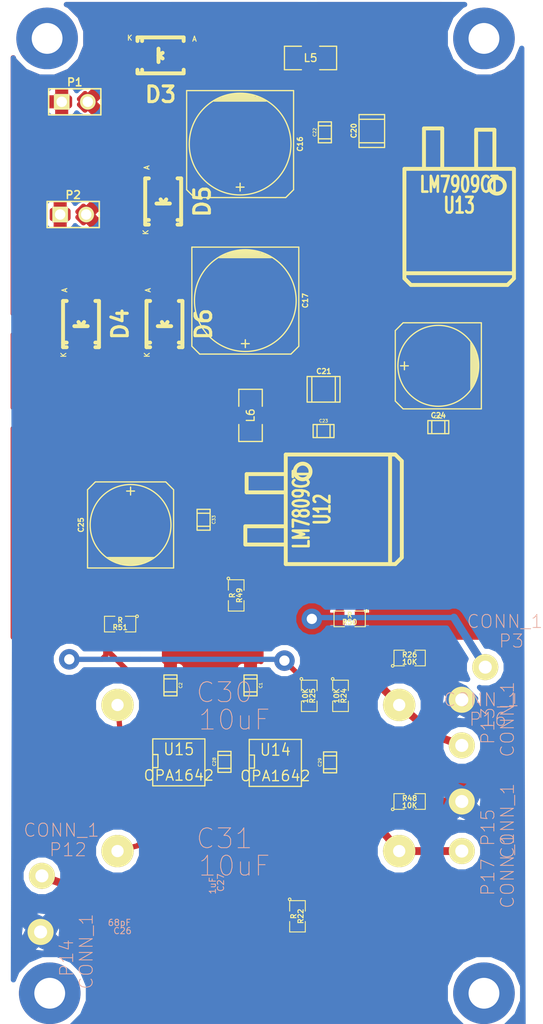
<source format=kicad_pcb>
(kicad_pcb (version 3) (host pcbnew "(25-Oct-2014 BZR 4029)-stable")

  (general
    (links 78)
    (no_connects 7)
    (area 9.621 10.002 64.987783 114.966001)
    (thickness 1.6)
    (drawings 1)
    (tracks 227)
    (zones 0)
    (modules 45)
    (nets 20)
  )

  (page User 175.006 150.012)
  (layers
    (15 F.Cu signal)
    (0 B.Cu signal hide)
    (16 B.Adhes user)
    (17 F.Adhes user)
    (18 B.Paste user)
    (19 F.Paste user)
    (20 B.SilkS user)
    (21 F.SilkS user)
    (22 B.Mask user)
    (23 F.Mask user)
    (24 Dwgs.User user)
    (25 Cmts.User user)
    (26 Eco1.User user)
    (27 Eco2.User user)
    (28 Edge.Cuts user)
  )

  (setup
    (last_trace_width 0.762)
    (user_trace_width 0.254)
    (user_trace_width 0.508)
    (user_trace_width 0.762)
    (user_trace_width 1.5)
    (trace_clearance 0.512)
    (zone_clearance 0.512)
    (zone_45_only no)
    (trace_min 0.254)
    (segment_width 0.2)
    (edge_width 0.1)
    (via_size 2)
    (via_drill 1)
    (via_min_size 0.889)
    (via_min_drill 0.508)
    (user_via 0.889 0.508)
    (user_via 2 1)
    (user_via 6 3)
    (uvia_size 0.508)
    (uvia_drill 0.127)
    (uvias_allowed yes)
    (uvia_min_size 0.508)
    (uvia_min_drill 0.127)
    (pcb_text_width 0.3)
    (pcb_text_size 1.5 1.5)
    (mod_edge_width 0.15)
    (mod_text_size 1 1)
    (mod_text_width 0.15)
    (pad_size 1.5748 2.286)
    (pad_drill 0)
    (pad_to_mask_clearance 0)
    (aux_axis_origin 0 0)
    (visible_elements FFFFEBBF)
    (pcbplotparams
      (layerselection 16809984)
      (usegerberextensions false)
      (excludeedgelayer true)
      (linewidth 0.150000)
      (plotframeref false)
      (viasonmask false)
      (mode 1)
      (useauxorigin false)
      (hpglpennumber 1)
      (hpglpenspeed 20)
      (hpglpendiameter 15)
      (hpglpenoverlay 2)
      (psnegative false)
      (psa4output false)
      (plotreference true)
      (plotvalue true)
      (plotothertext true)
      (plotinvisibletext false)
      (padsonsilk false)
      (subtractmaskfromsilk false)
      (outputformat 5)
      (mirror false)
      (drillshape 1)
      (scaleselection 1)
      (outputdirectory /home/willem/kicad/MidiRelais_POWER_INPUT/))
  )

  (net 0 "")
  (net 1 AGND)
  (net 2 GND)
  (net 3 N-0000010)
  (net 4 N-0000011)
  (net 5 N-0000012)
  (net 6 N-0000013)
  (net 7 N-0000014)
  (net 8 N-0000015)
  (net 9 N-0000016)
  (net 10 N-0000017)
  (net 11 N-0000018)
  (net 12 N-0000019)
  (net 13 N-000003)
  (net 14 N-000004)
  (net 15 N-000005)
  (net 16 N-000006)
  (net 17 N-000007)
  (net 18 N-000008)
  (net 19 N-000009)

  (net_class Default "Dies ist die voreingestellte Netzklasse."
    (clearance 0.512)
    (trace_width 0.512)
    (via_dia 2)
    (via_drill 1)
    (uvia_dia 0.508)
    (uvia_drill 0.127)
    (add_net "")
    (add_net AGND)
    (add_net GND)
    (add_net N-0000010)
    (add_net N-0000011)
    (add_net N-0000012)
    (add_net N-0000013)
    (add_net N-0000014)
    (add_net N-0000015)
    (add_net N-0000016)
    (add_net N-0000017)
    (add_net N-0000018)
    (add_net N-0000019)
    (add_net N-000003)
    (add_net N-000004)
    (add_net N-000005)
    (add_net N-000006)
    (add_net N-000007)
    (add_net N-000008)
    (add_net N-000009)
  )

  (module SO8N (layer F.Cu) (tedit 45127296) (tstamp 56B1331F)
    (at 28.448 86.487)
    (descr "Module CMS SOJ 8 pins large")
    (tags "CMS SOJ")
    (path /56AFD4D4)
    (attr smd)
    (fp_text reference U15 (at 0 -1.27) (layer F.SilkS)
      (effects (font (size 1.143 1.016) (thickness 0.127)))
    )
    (fp_text value OPA1642 (at 0 1.27) (layer F.SilkS)
      (effects (font (size 1.016 1.016) (thickness 0.127)))
    )
    (fp_line (start -2.54 -2.286) (end 2.54 -2.286) (layer F.SilkS) (width 0.127))
    (fp_line (start 2.54 -2.286) (end 2.54 2.286) (layer F.SilkS) (width 0.127))
    (fp_line (start 2.54 2.286) (end -2.54 2.286) (layer F.SilkS) (width 0.127))
    (fp_line (start -2.54 2.286) (end -2.54 -2.286) (layer F.SilkS) (width 0.127))
    (fp_line (start -2.54 -0.762) (end -2.032 -0.762) (layer F.SilkS) (width 0.127))
    (fp_line (start -2.032 -0.762) (end -2.032 0.508) (layer F.SilkS) (width 0.127))
    (fp_line (start -2.032 0.508) (end -2.54 0.508) (layer F.SilkS) (width 0.127))
    (pad 8 smd rect (at -1.905 -3.175) (size 0.508 1.143)
      (layers F.Cu F.Paste F.Mask)
      (net 5 N-0000012)
    )
    (pad 7 smd rect (at -0.635 -3.175) (size 0.508 1.143)
      (layers F.Cu F.Paste F.Mask)
      (net 12 N-0000019)
    )
    (pad 6 smd rect (at 0.635 -3.175) (size 0.508 1.143)
      (layers F.Cu F.Paste F.Mask)
      (net 12 N-0000019)
    )
    (pad 5 smd rect (at 1.905 -3.175) (size 0.508 1.143)
      (layers F.Cu F.Paste F.Mask)
      (net 11 N-0000018)
    )
    (pad 4 smd rect (at 1.905 3.175) (size 0.508 1.143)
      (layers F.Cu F.Paste F.Mask)
      (net 16 N-000006)
    )
    (pad 3 smd rect (at 0.635 3.175) (size 0.508 1.143)
      (layers F.Cu F.Paste F.Mask)
      (net 11 N-0000018)
    )
    (pad 2 smd rect (at -0.635 3.175) (size 0.508 1.143)
      (layers F.Cu F.Paste F.Mask)
      (net 9 N-0000016)
    )
    (pad 1 smd rect (at -1.905 3.175) (size 0.508 1.143)
      (layers F.Cu F.Paste F.Mask)
      (net 9 N-0000016)
    )
    (model smd/cms_so8.wrl
      (at (xyz 0 0 0))
      (scale (xyz 0.5 0.38 0.5))
      (rotate (xyz 0 0 0))
    )
  )

  (module SO8N (layer F.Cu) (tedit 45127296) (tstamp 56B13333)
    (at 37.846 86.5378)
    (descr "Module CMS SOJ 8 pins large")
    (tags "CMS SOJ")
    (path /56AFD4C7)
    (attr smd)
    (fp_text reference U14 (at 0 -1.27) (layer F.SilkS)
      (effects (font (size 1.143 1.016) (thickness 0.127)))
    )
    (fp_text value OPA1642 (at 0 1.27) (layer F.SilkS)
      (effects (font (size 1.016 1.016) (thickness 0.127)))
    )
    (fp_line (start -2.54 -2.286) (end 2.54 -2.286) (layer F.SilkS) (width 0.127))
    (fp_line (start 2.54 -2.286) (end 2.54 2.286) (layer F.SilkS) (width 0.127))
    (fp_line (start 2.54 2.286) (end -2.54 2.286) (layer F.SilkS) (width 0.127))
    (fp_line (start -2.54 2.286) (end -2.54 -2.286) (layer F.SilkS) (width 0.127))
    (fp_line (start -2.54 -0.762) (end -2.032 -0.762) (layer F.SilkS) (width 0.127))
    (fp_line (start -2.032 -0.762) (end -2.032 0.508) (layer F.SilkS) (width 0.127))
    (fp_line (start -2.032 0.508) (end -2.54 0.508) (layer F.SilkS) (width 0.127))
    (pad 8 smd rect (at -1.905 -3.175) (size 0.508 1.143)
      (layers F.Cu F.Paste F.Mask)
      (net 5 N-0000012)
    )
    (pad 7 smd rect (at -0.635 -3.175) (size 0.508 1.143)
      (layers F.Cu F.Paste F.Mask)
      (net 15 N-000005)
    )
    (pad 6 smd rect (at 0.635 -3.175) (size 0.508 1.143)
      (layers F.Cu F.Paste F.Mask)
      (net 15 N-000005)
    )
    (pad 5 smd rect (at 1.905 -3.175) (size 0.508 1.143)
      (layers F.Cu F.Paste F.Mask)
      (net 6 N-0000013)
    )
    (pad 4 smd rect (at 1.905 3.175) (size 0.508 1.143)
      (layers F.Cu F.Paste F.Mask)
      (net 16 N-000006)
    )
    (pad 3 smd rect (at 0.635 3.175) (size 0.508 1.143)
      (layers F.Cu F.Paste F.Mask)
      (net 4 N-0000011)
    )
    (pad 2 smd rect (at -0.635 3.175) (size 0.508 1.143)
      (layers F.Cu F.Paste F.Mask)
      (net 11 N-0000018)
    )
    (pad 1 smd rect (at -1.905 3.175) (size 0.508 1.143)
      (layers F.Cu F.Paste F.Mask)
      (net 11 N-0000018)
    )
    (model smd/cms_so8.wrl
      (at (xyz 0 0 0))
      (scale (xyz 0.5 0.38 0.5))
      (rotate (xyz 0 0 0))
    )
  )

  (module SM1206 (layer F.Cu) (tedit 42806E24) (tstamp 56B0C1E4)
    (at 41.275 17.907)
    (path /56AF9DCF)
    (attr smd)
    (fp_text reference L5 (at 0 0) (layer F.SilkS)
      (effects (font (size 0.762 0.762) (thickness 0.127)))
    )
    (fp_text value "15 uH 0.08 R" (at 0 0) (layer F.SilkS) hide
      (effects (font (size 0.762 0.762) (thickness 0.127)))
    )
    (fp_line (start -2.54 -1.143) (end -2.54 1.143) (layer F.SilkS) (width 0.127))
    (fp_line (start -2.54 1.143) (end -0.889 1.143) (layer F.SilkS) (width 0.127))
    (fp_line (start 0.889 -1.143) (end 2.54 -1.143) (layer F.SilkS) (width 0.127))
    (fp_line (start 2.54 -1.143) (end 2.54 1.143) (layer F.SilkS) (width 0.127))
    (fp_line (start 2.54 1.143) (end 0.889 1.143) (layer F.SilkS) (width 0.127))
    (fp_line (start -0.889 -1.143) (end -2.54 -1.143) (layer F.SilkS) (width 0.127))
    (pad 1 smd rect (at -1.651 0) (size 1.524 2.032)
      (layers F.Cu F.Paste F.Mask)
      (net 19 N-000009)
    )
    (pad 2 smd rect (at 1.651 0) (size 1.524 2.032)
      (layers F.Cu F.Paste F.Mask)
      (net 7 N-0000014)
    )
    (model smd/chip_cms.wrl
      (at (xyz 0 0 0))
      (scale (xyz 0.17 0.16 0.16))
      (rotate (xyz 0 0 0))
    )
  )

  (module SM1206 (layer F.Cu) (tedit 42806E24) (tstamp 56B0C1F0)
    (at 35.433 52.705 270)
    (path /56AF9DEF)
    (attr smd)
    (fp_text reference L6 (at 0 0 270) (layer F.SilkS)
      (effects (font (size 0.762 0.762) (thickness 0.127)))
    )
    (fp_text value "15 uH 0.08 R" (at 0 0 270) (layer F.SilkS) hide
      (effects (font (size 0.762 0.762) (thickness 0.127)))
    )
    (fp_line (start -2.54 -1.143) (end -2.54 1.143) (layer F.SilkS) (width 0.127))
    (fp_line (start -2.54 1.143) (end -0.889 1.143) (layer F.SilkS) (width 0.127))
    (fp_line (start 0.889 -1.143) (end 2.54 -1.143) (layer F.SilkS) (width 0.127))
    (fp_line (start 2.54 -1.143) (end 2.54 1.143) (layer F.SilkS) (width 0.127))
    (fp_line (start 2.54 1.143) (end 0.889 1.143) (layer F.SilkS) (width 0.127))
    (fp_line (start -0.889 -1.143) (end -2.54 -1.143) (layer F.SilkS) (width 0.127))
    (pad 1 smd rect (at -1.651 0 270) (size 1.524 2.032)
      (layers F.Cu F.Paste F.Mask)
      (net 17 N-000007)
    )
    (pad 2 smd rect (at 1.651 0 270) (size 1.524 2.032)
      (layers F.Cu F.Paste F.Mask)
      (net 8 N-0000015)
    )
    (model smd/chip_cms.wrl
      (at (xyz 0 0 0))
      (scale (xyz 0.17 0.16 0.16))
      (rotate (xyz 0 0 0))
    )
  )

  (module SM0805 (layer F.Cu) (tedit 5091495C) (tstamp 56B0C1FD)
    (at 50.927 76.327)
    (path /56AF48FD)
    (attr smd)
    (fp_text reference R26 (at 0 -0.3175) (layer F.SilkS)
      (effects (font (size 0.50038 0.50038) (thickness 0.10922)))
    )
    (fp_text value 10K (at 0 0.381) (layer F.SilkS)
      (effects (font (size 0.50038 0.50038) (thickness 0.10922)))
    )
    (fp_circle (center -1.651 0.762) (end -1.651 0.635) (layer F.SilkS) (width 0.09906))
    (fp_line (start -0.508 0.762) (end -1.524 0.762) (layer F.SilkS) (width 0.09906))
    (fp_line (start -1.524 0.762) (end -1.524 -0.762) (layer F.SilkS) (width 0.09906))
    (fp_line (start -1.524 -0.762) (end -0.508 -0.762) (layer F.SilkS) (width 0.09906))
    (fp_line (start 0.508 -0.762) (end 1.524 -0.762) (layer F.SilkS) (width 0.09906))
    (fp_line (start 1.524 -0.762) (end 1.524 0.762) (layer F.SilkS) (width 0.09906))
    (fp_line (start 1.524 0.762) (end 0.508 0.762) (layer F.SilkS) (width 0.09906))
    (pad 1 smd rect (at -0.9525 0) (size 0.889 1.397)
      (layers F.Cu F.Paste F.Mask)
      (net 13 N-000003)
    )
    (pad 2 smd rect (at 0.9525 0) (size 0.889 1.397)
      (layers F.Cu F.Paste F.Mask)
      (net 2 GND)
    )
    (model smd/chip_cms.wrl
      (at (xyz 0 0 0))
      (scale (xyz 0.1 0.1 0.1))
      (rotate (xyz 0 0 0))
    )
  )

  (module SM0805 (layer F.Cu) (tedit 5091495C) (tstamp 56B0C20A)
    (at 50.927 90.297)
    (path /56AF48F7)
    (attr smd)
    (fp_text reference R48 (at 0 -0.3175) (layer F.SilkS)
      (effects (font (size 0.50038 0.50038) (thickness 0.10922)))
    )
    (fp_text value 10K (at 0 0.381) (layer F.SilkS)
      (effects (font (size 0.50038 0.50038) (thickness 0.10922)))
    )
    (fp_circle (center -1.651 0.762) (end -1.651 0.635) (layer F.SilkS) (width 0.09906))
    (fp_line (start -0.508 0.762) (end -1.524 0.762) (layer F.SilkS) (width 0.09906))
    (fp_line (start -1.524 0.762) (end -1.524 -0.762) (layer F.SilkS) (width 0.09906))
    (fp_line (start -1.524 -0.762) (end -0.508 -0.762) (layer F.SilkS) (width 0.09906))
    (fp_line (start 0.508 -0.762) (end 1.524 -0.762) (layer F.SilkS) (width 0.09906))
    (fp_line (start 1.524 -0.762) (end 1.524 0.762) (layer F.SilkS) (width 0.09906))
    (fp_line (start 1.524 0.762) (end 0.508 0.762) (layer F.SilkS) (width 0.09906))
    (pad 1 smd rect (at -0.9525 0) (size 0.889 1.397)
      (layers F.Cu F.Paste F.Mask)
      (net 14 N-000004)
    )
    (pad 2 smd rect (at 0.9525 0) (size 0.889 1.397)
      (layers F.Cu F.Paste F.Mask)
      (net 2 GND)
    )
    (model smd/chip_cms.wrl
      (at (xyz 0 0 0))
      (scale (xyz 0.1 0.1 0.1))
      (rotate (xyz 0 0 0))
    )
  )

  (module SM0805 (layer F.Cu) (tedit 5091495C) (tstamp 56B0C217)
    (at 41.148 80.01 270)
    (path /56AF3B4D)
    (attr smd)
    (fp_text reference R25 (at 0 -0.3175 270) (layer F.SilkS)
      (effects (font (size 0.50038 0.50038) (thickness 0.10922)))
    )
    (fp_text value 10K (at 0 0.381 270) (layer F.SilkS)
      (effects (font (size 0.50038 0.50038) (thickness 0.10922)))
    )
    (fp_circle (center -1.651 0.762) (end -1.651 0.635) (layer F.SilkS) (width 0.09906))
    (fp_line (start -0.508 0.762) (end -1.524 0.762) (layer F.SilkS) (width 0.09906))
    (fp_line (start -1.524 0.762) (end -1.524 -0.762) (layer F.SilkS) (width 0.09906))
    (fp_line (start -1.524 -0.762) (end -0.508 -0.762) (layer F.SilkS) (width 0.09906))
    (fp_line (start 0.508 -0.762) (end 1.524 -0.762) (layer F.SilkS) (width 0.09906))
    (fp_line (start 1.524 -0.762) (end 1.524 0.762) (layer F.SilkS) (width 0.09906))
    (fp_line (start 1.524 0.762) (end 0.508 0.762) (layer F.SilkS) (width 0.09906))
    (pad 1 smd rect (at -0.9525 0 270) (size 0.889 1.397)
      (layers F.Cu F.Paste F.Mask)
      (net 5 N-0000012)
    )
    (pad 2 smd rect (at 0.9525 0 270) (size 0.889 1.397)
      (layers F.Cu F.Paste F.Mask)
      (net 6 N-0000013)
    )
    (model smd/chip_cms.wrl
      (at (xyz 0 0 0))
      (scale (xyz 0.1 0.1 0.1))
      (rotate (xyz 0 0 0))
    )
  )

  (module SM0805 (layer F.Cu) (tedit 5091495C) (tstamp 56B0C224)
    (at 44.196 80.01 270)
    (path /56AF3B40)
    (attr smd)
    (fp_text reference R24 (at 0 -0.3175 270) (layer F.SilkS)
      (effects (font (size 0.50038 0.50038) (thickness 0.10922)))
    )
    (fp_text value 10K (at 0 0.381 270) (layer F.SilkS)
      (effects (font (size 0.50038 0.50038) (thickness 0.10922)))
    )
    (fp_circle (center -1.651 0.762) (end -1.651 0.635) (layer F.SilkS) (width 0.09906))
    (fp_line (start -0.508 0.762) (end -1.524 0.762) (layer F.SilkS) (width 0.09906))
    (fp_line (start -1.524 0.762) (end -1.524 -0.762) (layer F.SilkS) (width 0.09906))
    (fp_line (start -1.524 -0.762) (end -0.508 -0.762) (layer F.SilkS) (width 0.09906))
    (fp_line (start 0.508 -0.762) (end 1.524 -0.762) (layer F.SilkS) (width 0.09906))
    (fp_line (start 1.524 -0.762) (end 1.524 0.762) (layer F.SilkS) (width 0.09906))
    (fp_line (start 1.524 0.762) (end 0.508 0.762) (layer F.SilkS) (width 0.09906))
    (pad 1 smd rect (at -0.9525 0 270) (size 0.889 1.397)
      (layers F.Cu F.Paste F.Mask)
      (net 16 N-000006)
    )
    (pad 2 smd rect (at 0.9525 0 270) (size 0.889 1.397)
      (layers F.Cu F.Paste F.Mask)
      (net 6 N-0000013)
    )
    (model smd/chip_cms.wrl
      (at (xyz 0 0 0))
      (scale (xyz 0.1 0.1 0.1))
      (rotate (xyz 0 0 0))
    )
  )

  (module SM0805 (layer F.Cu) (tedit 5091495C) (tstamp 56B0C231)
    (at 40.005 101.473 270)
    (path /56AFF7AE)
    (attr smd)
    (fp_text reference R22 (at 0 -0.3175 270) (layer F.SilkS)
      (effects (font (size 0.50038 0.50038) (thickness 0.10922)))
    )
    (fp_text value R (at 0 0.381 270) (layer F.SilkS)
      (effects (font (size 0.50038 0.50038) (thickness 0.10922)))
    )
    (fp_circle (center -1.651 0.762) (end -1.651 0.635) (layer F.SilkS) (width 0.09906))
    (fp_line (start -0.508 0.762) (end -1.524 0.762) (layer F.SilkS) (width 0.09906))
    (fp_line (start -1.524 0.762) (end -1.524 -0.762) (layer F.SilkS) (width 0.09906))
    (fp_line (start -1.524 -0.762) (end -0.508 -0.762) (layer F.SilkS) (width 0.09906))
    (fp_line (start 0.508 -0.762) (end 1.524 -0.762) (layer F.SilkS) (width 0.09906))
    (fp_line (start 1.524 -0.762) (end 1.524 0.762) (layer F.SilkS) (width 0.09906))
    (fp_line (start 1.524 0.762) (end 0.508 0.762) (layer F.SilkS) (width 0.09906))
    (pad 1 smd rect (at -0.9525 0 270) (size 0.889 1.397)
      (layers F.Cu F.Paste F.Mask)
      (net 4 N-0000011)
    )
    (pad 2 smd rect (at 0.9525 0 270) (size 0.889 1.397)
      (layers F.Cu F.Paste F.Mask)
      (net 2 GND)
    )
    (model smd/chip_cms.wrl
      (at (xyz 0 0 0))
      (scale (xyz 0.1 0.1 0.1))
      (rotate (xyz 0 0 0))
    )
  )

  (module SM0805 (layer F.Cu) (tedit 5091495C) (tstamp 56B0C23E)
    (at 34.036 70.231 270)
    (path /56AF7E7C)
    (attr smd)
    (fp_text reference R49 (at 0 -0.3175 270) (layer F.SilkS)
      (effects (font (size 0.50038 0.50038) (thickness 0.10922)))
    )
    (fp_text value R (at 0 0.381 270) (layer F.SilkS)
      (effects (font (size 0.50038 0.50038) (thickness 0.10922)))
    )
    (fp_circle (center -1.651 0.762) (end -1.651 0.635) (layer F.SilkS) (width 0.09906))
    (fp_line (start -0.508 0.762) (end -1.524 0.762) (layer F.SilkS) (width 0.09906))
    (fp_line (start -1.524 0.762) (end -1.524 -0.762) (layer F.SilkS) (width 0.09906))
    (fp_line (start -1.524 -0.762) (end -0.508 -0.762) (layer F.SilkS) (width 0.09906))
    (fp_line (start 0.508 -0.762) (end 1.524 -0.762) (layer F.SilkS) (width 0.09906))
    (fp_line (start 1.524 -0.762) (end 1.524 0.762) (layer F.SilkS) (width 0.09906))
    (fp_line (start 1.524 0.762) (end 0.508 0.762) (layer F.SilkS) (width 0.09906))
    (pad 1 smd rect (at -0.9525 0 270) (size 0.889 1.397)
      (layers F.Cu F.Paste F.Mask)
      (net 10 N-0000017)
    )
    (pad 2 smd rect (at 0.9525 0 270) (size 0.889 1.397)
      (layers F.Cu F.Paste F.Mask)
      (net 1 AGND)
    )
    (model smd/chip_cms.wrl
      (at (xyz 0 0 0))
      (scale (xyz 0.1 0.1 0.1))
      (rotate (xyz 0 0 0))
    )
  )

  (module SM0805 (layer F.Cu) (tedit 5091495C) (tstamp 56B0C24B)
    (at 45.085 72.517 180)
    (path /56AF8445)
    (attr smd)
    (fp_text reference R50 (at 0 -0.3175 180) (layer F.SilkS)
      (effects (font (size 0.50038 0.50038) (thickness 0.10922)))
    )
    (fp_text value R (at 0 0.381 180) (layer F.SilkS)
      (effects (font (size 0.50038 0.50038) (thickness 0.10922)))
    )
    (fp_circle (center -1.651 0.762) (end -1.651 0.635) (layer F.SilkS) (width 0.09906))
    (fp_line (start -0.508 0.762) (end -1.524 0.762) (layer F.SilkS) (width 0.09906))
    (fp_line (start -1.524 0.762) (end -1.524 -0.762) (layer F.SilkS) (width 0.09906))
    (fp_line (start -1.524 -0.762) (end -0.508 -0.762) (layer F.SilkS) (width 0.09906))
    (fp_line (start 0.508 -0.762) (end 1.524 -0.762) (layer F.SilkS) (width 0.09906))
    (fp_line (start 1.524 -0.762) (end 1.524 0.762) (layer F.SilkS) (width 0.09906))
    (fp_line (start 1.524 0.762) (end 0.508 0.762) (layer F.SilkS) (width 0.09906))
    (pad 1 smd rect (at -0.9525 0 180) (size 0.889 1.397)
      (layers F.Cu F.Paste F.Mask)
      (net 16 N-000006)
    )
    (pad 2 smd rect (at 0.9525 0 180) (size 0.889 1.397)
      (layers F.Cu F.Paste F.Mask)
      (net 1 AGND)
    )
    (model smd/chip_cms.wrl
      (at (xyz 0 0 0))
      (scale (xyz 0.1 0.1 0.1))
      (rotate (xyz 0 0 0))
    )
  )

  (module SM0805 (layer F.Cu) (tedit 5091495C) (tstamp 56B0C258)
    (at 22.733 73.025 180)
    (path /56AF845C)
    (attr smd)
    (fp_text reference R51 (at 0 -0.3175 180) (layer F.SilkS)
      (effects (font (size 0.50038 0.50038) (thickness 0.10922)))
    )
    (fp_text value R (at 0 0.381 180) (layer F.SilkS)
      (effects (font (size 0.50038 0.50038) (thickness 0.10922)))
    )
    (fp_circle (center -1.651 0.762) (end -1.651 0.635) (layer F.SilkS) (width 0.09906))
    (fp_line (start -0.508 0.762) (end -1.524 0.762) (layer F.SilkS) (width 0.09906))
    (fp_line (start -1.524 0.762) (end -1.524 -0.762) (layer F.SilkS) (width 0.09906))
    (fp_line (start -1.524 -0.762) (end -0.508 -0.762) (layer F.SilkS) (width 0.09906))
    (fp_line (start 0.508 -0.762) (end 1.524 -0.762) (layer F.SilkS) (width 0.09906))
    (fp_line (start 1.524 -0.762) (end 1.524 0.762) (layer F.SilkS) (width 0.09906))
    (fp_line (start 1.524 0.762) (end 0.508 0.762) (layer F.SilkS) (width 0.09906))
    (pad 1 smd rect (at -0.9525 0 180) (size 0.889 1.397)
      (layers F.Cu F.Paste F.Mask)
      (net 1 AGND)
    )
    (pad 2 smd rect (at 0.9525 0 180) (size 0.889 1.397)
      (layers F.Cu F.Paste F.Mask)
      (net 5 N-0000012)
    )
    (model smd/chip_cms.wrl
      (at (xyz 0 0 0))
      (scale (xyz 0.1 0.1 0.1))
      (rotate (xyz 0 0 0))
    )
  )

  (module connect-PAD-01 (layer F.Cu) (tedit 200000) (tstamp 56B0C2CA)
    (at 15.113 97.536)
    (path /56AF6AB0)
    (attr virtual)
    (fp_text reference P12 (at 2.54 -2.54) (layer B.SilkS)
      (effects (font (size 1.27 1.27) (thickness 0.0889)))
    )
    (fp_text value CONN_1 (at 1.905 -4.445) (layer B.SilkS)
      (effects (font (size 1.27 1.27) (thickness 0.0889)))
    )
    (fp_circle (center 0 0) (end -0.4445 0.4445) (layer F.SilkS) (width 0.381))
    (pad 1 thru_hole circle (at 0 0) (size 2.54 5.08) (drill 1.27)
      (layers *.Cu F.Paste F.SilkS F.Mask)
      (net 3 N-0000010)
    )
  )

  (module connect-PAD-01 (layer F.Cu) (tedit 200000) (tstamp 56B0C2D0)
    (at 56.007 80.391 270)
    (path /56AF6AAA)
    (attr virtual)
    (fp_text reference P13 (at 2.54 -2.54 270) (layer B.SilkS)
      (effects (font (size 1.27 1.27) (thickness 0.0889)))
    )
    (fp_text value CONN_1 (at 1.905 -4.445 270) (layer B.SilkS)
      (effects (font (size 1.27 1.27) (thickness 0.0889)))
    )
    (fp_circle (center 0 0) (end -0.4445 0.4445) (layer F.SilkS) (width 0.381))
    (pad 1 thru_hole circle (at 0 0 270) (size 2.54 5.08) (drill 1.27)
      (layers *.Cu F.Paste F.SilkS F.Mask)
      (net 2 GND)
    )
  )

  (module connect-PAD-01 (layer F.Cu) (tedit 200000) (tstamp 56B0C2D6)
    (at 56.007 90.297 270)
    (path /56AF6AA4)
    (attr virtual)
    (fp_text reference P15 (at 2.54 -2.54 270) (layer B.SilkS)
      (effects (font (size 1.27 1.27) (thickness 0.0889)))
    )
    (fp_text value CONN_1 (at 1.905 -4.445 270) (layer B.SilkS)
      (effects (font (size 1.27 1.27) (thickness 0.0889)))
    )
    (fp_circle (center 0 0) (end -0.4445 0.4445) (layer F.SilkS) (width 0.381))
    (pad 1 thru_hole circle (at 0 0 270) (size 2.54 5.08) (drill 1.27)
      (layers *.Cu F.Paste F.SilkS F.Mask)
      (net 2 GND)
    )
  )

  (module connect-PAD-01 (layer F.Cu) (tedit 200000) (tstamp 56B0C2DC)
    (at 14.986 102.997 270)
    (path /56AF6A9E)
    (attr virtual)
    (fp_text reference P14 (at 2.54 -2.54 270) (layer B.SilkS)
      (effects (font (size 1.27 1.27) (thickness 0.0889)))
    )
    (fp_text value CONN_1 (at 1.905 -4.445 270) (layer B.SilkS)
      (effects (font (size 1.27 1.27) (thickness 0.0889)))
    )
    (fp_circle (center 0 0) (end -0.4445 0.4445) (layer F.SilkS) (width 0.381))
    (pad 1 thru_hole circle (at 0 0 270) (size 2.54 5.08) (drill 1.27)
      (layers *.Cu F.Paste F.SilkS F.Mask)
      (net 2 GND)
    )
  )

  (module connect-PAD-01 (layer F.Cu) (tedit 200000) (tstamp 56B0C2E2)
    (at 56.007 84.836)
    (path /56AF6A98)
    (attr virtual)
    (fp_text reference P16 (at 2.54 -2.54) (layer B.SilkS)
      (effects (font (size 1.27 1.27) (thickness 0.0889)))
    )
    (fp_text value CONN_1 (at 1.905 -4.445) (layer B.SilkS)
      (effects (font (size 1.27 1.27) (thickness 0.0889)))
    )
    (fp_circle (center 0 0) (end -0.4445 0.4445) (layer F.SilkS) (width 0.381))
    (pad 1 thru_hole circle (at 0 0) (size 2.54 5.08) (drill 1.27)
      (layers *.Cu F.Paste F.SilkS F.Mask)
      (net 13 N-000003)
    )
  )

  (module connect-PAD-01 (layer F.Cu) (tedit 200000) (tstamp 56B0C2E8)
    (at 56.007 95.123 270)
    (path /56AF6A8B)
    (attr virtual)
    (fp_text reference P17 (at 2.54 -2.54 270) (layer B.SilkS)
      (effects (font (size 1.27 1.27) (thickness 0.0889)))
    )
    (fp_text value CONN_1 (at 1.905 -4.445 270) (layer B.SilkS)
      (effects (font (size 1.27 1.27) (thickness 0.0889)))
    )
    (fp_circle (center 0 0) (end -0.4445 0.4445) (layer F.SilkS) (width 0.381))
    (pad 1 thru_hole circle (at 0 0 270) (size 2.54 5.08) (drill 1.27)
      (layers *.Cu F.Paste F.SilkS F.Mask)
      (net 14 N-000004)
    )
  )

  (module c_0805 (layer F.Cu) (tedit 49047394) (tstamp 56B0C372)
    (at 42.545 54.229)
    (descr "SMT capacitor, 0805")
    (path /56AFB7CE)
    (fp_text reference C23 (at 0 -0.9906) (layer F.SilkS)
      (effects (font (size 0.29972 0.29972) (thickness 0.06096)))
    )
    (fp_text value 100nF (at 0 0.9906) (layer F.SilkS) hide
      (effects (font (size 0.29972 0.29972) (thickness 0.06096)))
    )
    (fp_line (start 0.635 -0.635) (end 0.635 0.635) (layer F.SilkS) (width 0.127))
    (fp_line (start -0.635 -0.635) (end -0.635 0.6096) (layer F.SilkS) (width 0.127))
    (fp_line (start -1.016 -0.635) (end 1.016 -0.635) (layer F.SilkS) (width 0.127))
    (fp_line (start 1.016 -0.635) (end 1.016 0.635) (layer F.SilkS) (width 0.127))
    (fp_line (start 1.016 0.635) (end -1.016 0.635) (layer F.SilkS) (width 0.127))
    (fp_line (start -1.016 0.635) (end -1.016 -0.635) (layer F.SilkS) (width 0.127))
    (pad 1 smd rect (at 0.9525 0) (size 1.30048 1.4986)
      (layers F.Cu F.Paste F.Mask)
      (net 10 N-0000017)
    )
    (pad 2 smd rect (at -0.9525 0) (size 1.30048 1.4986)
      (layers F.Cu F.Paste F.Mask)
      (net 8 N-0000015)
    )
    (model smd/capacitors/c_0805.wrl
      (at (xyz 0 0 0))
      (scale (xyz 1 1 1))
      (rotate (xyz 0 0 0))
    )
  )

  (module c_0805 (layer F.Cu) (tedit 49047394) (tstamp 56B0C38A)
    (at 42.672 25.146 90)
    (descr "SMT capacitor, 0805")
    (path /56AFB7C8)
    (fp_text reference C22 (at 0 -0.9906 90) (layer F.SilkS)
      (effects (font (size 0.29972 0.29972) (thickness 0.06096)))
    )
    (fp_text value 100nF (at 0 0.9906 90) (layer F.SilkS) hide
      (effects (font (size 0.29972 0.29972) (thickness 0.06096)))
    )
    (fp_line (start 0.635 -0.635) (end 0.635 0.635) (layer F.SilkS) (width 0.127))
    (fp_line (start -0.635 -0.635) (end -0.635 0.6096) (layer F.SilkS) (width 0.127))
    (fp_line (start -1.016 -0.635) (end 1.016 -0.635) (layer F.SilkS) (width 0.127))
    (fp_line (start 1.016 -0.635) (end 1.016 0.635) (layer F.SilkS) (width 0.127))
    (fp_line (start 1.016 0.635) (end -1.016 0.635) (layer F.SilkS) (width 0.127))
    (fp_line (start -1.016 0.635) (end -1.016 -0.635) (layer F.SilkS) (width 0.127))
    (pad 1 smd rect (at 0.9525 0 90) (size 1.30048 1.4986)
      (layers F.Cu F.Paste F.Mask)
      (net 7 N-0000014)
    )
    (pad 2 smd rect (at -0.9525 0 90) (size 1.30048 1.4986)
      (layers F.Cu F.Paste F.Mask)
      (net 10 N-0000017)
    )
    (model smd/capacitors/c_0805.wrl
      (at (xyz 0 0 0))
      (scale (xyz 1 1 1))
      (rotate (xyz 0 0 0))
    )
  )

  (module PIN_ARRAY_2X1 (layer F.Cu) (tedit 4565C520) (tstamp 56B0C5E0)
    (at 18.161 33.147)
    (descr "Connecteurs 2 pins")
    (tags "CONN DEV")
    (path /56A80945)
    (fp_text reference P2 (at 0 -1.905) (layer F.SilkS)
      (effects (font (size 0.762 0.762) (thickness 0.1524)))
    )
    (fp_text value CONN_2 (at 0 -1.905) (layer F.SilkS) hide
      (effects (font (size 0.762 0.762) (thickness 0.1524)))
    )
    (fp_line (start -2.54 1.27) (end -2.54 -1.27) (layer F.SilkS) (width 0.1524))
    (fp_line (start -2.54 -1.27) (end 2.54 -1.27) (layer F.SilkS) (width 0.1524))
    (fp_line (start 2.54 -1.27) (end 2.54 1.27) (layer F.SilkS) (width 0.1524))
    (fp_line (start 2.54 1.27) (end -2.54 1.27) (layer F.SilkS) (width 0.1524))
    (pad 1 thru_hole rect (at -1.27 0) (size 1.524 1.524) (drill 1.016)
      (layers *.Cu *.Mask F.SilkS)
      (net 10 N-0000017)
    )
    (pad 2 thru_hole circle (at 1.27 0) (size 1.524 1.524) (drill 1.016)
      (layers *.Cu *.Mask F.SilkS)
      (net 10 N-0000017)
    )
    (model pin_array/pins_array_2x1.wrl
      (at (xyz 0 0 0))
      (scale (xyz 1 1 1))
      (rotate (xyz 0 0 0))
    )
  )

  (module PIN_ARRAY_2X1 (layer F.Cu) (tedit 4565C520) (tstamp 56B0C5EA)
    (at 18.3134 22.1742)
    (descr "Connecteurs 2 pins")
    (tags "CONN DEV")
    (path /56A80946)
    (fp_text reference P1 (at 0 -1.905) (layer F.SilkS)
      (effects (font (size 0.762 0.762) (thickness 0.1524)))
    )
    (fp_text value CONN_2 (at 0 -1.905) (layer F.SilkS) hide
      (effects (font (size 0.762 0.762) (thickness 0.1524)))
    )
    (fp_line (start -2.54 1.27) (end -2.54 -1.27) (layer F.SilkS) (width 0.1524))
    (fp_line (start -2.54 -1.27) (end 2.54 -1.27) (layer F.SilkS) (width 0.1524))
    (fp_line (start 2.54 -1.27) (end 2.54 1.27) (layer F.SilkS) (width 0.1524))
    (fp_line (start 2.54 1.27) (end -2.54 1.27) (layer F.SilkS) (width 0.1524))
    (pad 1 thru_hole rect (at -1.27 0) (size 1.524 1.524) (drill 1.016)
      (layers *.Cu *.Mask F.SilkS)
      (net 18 N-000008)
    )
    (pad 2 thru_hole circle (at 1.27 0) (size 1.524 1.524) (drill 1.016)
      (layers *.Cu *.Mask F.SilkS)
      (net 18 N-000008)
    )
    (model pin_array/pins_array_2x1.wrl
      (at (xyz 0 0 0))
      (scale (xyz 1 1 1))
      (rotate (xyz 0 0 0))
    )
  )

  (module c_0805 (layer F.Cu) (tedit 49047394) (tstamp 56B0C5F6)
    (at 27.6352 78.994 270)
    (descr "SMT capacitor, 0805")
    (path /56AFA43B)
    (fp_text reference C2 (at 0 -0.9906 270) (layer F.SilkS)
      (effects (font (size 0.29972 0.29972) (thickness 0.06096)))
    )
    (fp_text value 100nF (at 0 0.9906 270) (layer F.SilkS) hide
      (effects (font (size 0.29972 0.29972) (thickness 0.06096)))
    )
    (fp_line (start 0.635 -0.635) (end 0.635 0.635) (layer F.SilkS) (width 0.127))
    (fp_line (start -0.635 -0.635) (end -0.635 0.6096) (layer F.SilkS) (width 0.127))
    (fp_line (start -1.016 -0.635) (end 1.016 -0.635) (layer F.SilkS) (width 0.127))
    (fp_line (start 1.016 -0.635) (end 1.016 0.635) (layer F.SilkS) (width 0.127))
    (fp_line (start 1.016 0.635) (end -1.016 0.635) (layer F.SilkS) (width 0.127))
    (fp_line (start -1.016 0.635) (end -1.016 -0.635) (layer F.SilkS) (width 0.127))
    (pad 1 smd rect (at 0.9525 0 270) (size 1.30048 1.4986)
      (layers F.Cu F.Paste F.Mask)
      (net 5 N-0000012)
    )
    (pad 2 smd rect (at -0.9525 0 270) (size 1.30048 1.4986)
      (layers F.Cu F.Paste F.Mask)
      (net 1 AGND)
    )
    (model smd/capacitors/c_0805.wrl
      (at (xyz 0 0 0))
      (scale (xyz 1 1 1))
      (rotate (xyz 0 0 0))
    )
  )

  (module c_0805 (layer F.Cu) (tedit 49047394) (tstamp 56B0C602)
    (at 35.433 78.994 270)
    (descr "SMT capacitor, 0805")
    (path /56AFAFC2)
    (fp_text reference C1 (at 0 -0.9906 270) (layer F.SilkS)
      (effects (font (size 0.29972 0.29972) (thickness 0.06096)))
    )
    (fp_text value 100nF (at 0 0.9906 270) (layer F.SilkS) hide
      (effects (font (size 0.29972 0.29972) (thickness 0.06096)))
    )
    (fp_line (start 0.635 -0.635) (end 0.635 0.635) (layer F.SilkS) (width 0.127))
    (fp_line (start -0.635 -0.635) (end -0.635 0.6096) (layer F.SilkS) (width 0.127))
    (fp_line (start -1.016 -0.635) (end 1.016 -0.635) (layer F.SilkS) (width 0.127))
    (fp_line (start 1.016 -0.635) (end 1.016 0.635) (layer F.SilkS) (width 0.127))
    (fp_line (start 1.016 0.635) (end -1.016 0.635) (layer F.SilkS) (width 0.127))
    (fp_line (start -1.016 0.635) (end -1.016 -0.635) (layer F.SilkS) (width 0.127))
    (pad 1 smd rect (at 0.9525 0 270) (size 1.30048 1.4986)
      (layers F.Cu F.Paste F.Mask)
      (net 5 N-0000012)
    )
    (pad 2 smd rect (at -0.9525 0 270) (size 1.30048 1.4986)
      (layers F.Cu F.Paste F.Mask)
      (net 1 AGND)
    )
    (model smd/capacitors/c_0805.wrl
      (at (xyz 0 0 0))
      (scale (xyz 1 1 1))
      (rotate (xyz 0 0 0))
    )
  )

  (module Capacitor-Wima-SMD2824-63v-L7,2 (layer F.Cu) (tedit 569E340A) (tstamp 56B0E959)
    (at 32.131 98.171 270)
    (path /56AFF4C9)
    (attr smd)
    (fp_text reference C27 (at 0.02286 -0.40386 270) (layer B.SilkS)
      (effects (font (size 0.6096 0.6096) (thickness 0.0889)))
    )
    (fp_text value 1uF (at 0.32766 0.3937 270) (layer B.SilkS)
      (effects (font (size 0.6096 0.6096) (thickness 0.0889)))
    )
    (fp_line (start -3.59918 -3.99796) (end -3.59918 -3.29946) (layer F.SilkS) (width 0.00012))
    (fp_line (start -3.59918 -3.29946) (end -3.59918 3.29946) (layer F.SilkS) (width 0.00012))
    (fp_line (start -3.59918 3.29946) (end -3.59918 3.99796) (layer F.SilkS) (width 0.00012))
    (fp_line (start -3.59918 3.99796) (end 3.59918 3.99796) (layer F.SilkS) (width 0.00012))
    (fp_line (start 3.59918 3.99796) (end 3.59918 3.29946) (layer F.SilkS) (width 0.00012))
    (fp_line (start 3.59918 3.29946) (end 3.59918 -3.29946) (layer F.SilkS) (width 0.00012))
    (fp_line (start 3.59918 -3.29946) (end 3.59918 -3.99796) (layer F.SilkS) (width 0.00012))
    (fp_line (start 3.59918 -3.99796) (end -3.59918 -3.99796) (layer F.SilkS) (width 0.00012))
    (fp_line (start -3.59918 -3.29946) (end 3.59918 -3.29946) (layer F.SilkS) (width 0.00012))
    (fp_line (start -3.59918 3.29946) (end 3.59918 3.29946) (layer F.SilkS) (width 0.00012))
    (pad 1 smd rect (at 0 3.9497 270) (size 3.99796 1.19888)
      (layers F.Cu F.Paste F.Mask)
      (net 3 N-0000010)
    )
    (pad 2 smd rect (at 0 -3.9497 270) (size 3.99796 1.19888)
      (layers F.Cu F.Paste F.Mask)
      (net 4 N-0000011)
    )
  )

  (module Capacitor-Wima-MKS4-100v-R27K5B13 (layer F.Cu) (tedit 200000) (tstamp 56B0E963)
    (at 36.195 95.123)
    (path /56AFE1F1)
    (attr virtual)
    (fp_text reference C31 (at -3.302 -1.2192) (layer B.SilkS)
      (effects (font (size 1.9304 1.9304) (thickness 0.0889)))
    )
    (fp_text value 10uF (at -2.3368 1.4478) (layer B.SilkS)
      (effects (font (size 1.9304 1.9304) (thickness 0.0889)))
    )
    (fp_line (start -15.748 -6.731) (end 15.748 -6.731) (layer F.SilkS) (width 0.00012))
    (fp_line (start 15.748 -6.731) (end 15.748 6.731) (layer F.SilkS) (width 0.00012))
    (fp_line (start 15.748 6.731) (end -15.748 6.731) (layer F.SilkS) (width 0.00012))
    (fp_line (start -15.748 6.731) (end -15.748 -6.731) (layer F.SilkS) (width 0.00012))
    (pad 1 thru_hole circle (at -13.716 0) (size 3.1496 6.2992) (drill 1.1938)
      (layers *.Cu F.Paste F.SilkS F.Mask)
      (net 9 N-0000016)
    )
    (pad 2 thru_hole circle (at 13.716 0) (size 3.1496 6.2992) (drill 1.1938)
      (layers *.Cu F.Paste F.SilkS F.Mask)
      (net 14 N-000004)
    )
  )

  (module Capacitor-Wima-MKS4-100v-R27K5B13 (layer F.Cu) (tedit 200000) (tstamp 56B0E96D)
    (at 36.195 80.899)
    (path /56AFE203)
    (attr virtual)
    (fp_text reference C30 (at -3.302 -1.2192) (layer B.SilkS)
      (effects (font (size 1.9304 1.9304) (thickness 0.0889)))
    )
    (fp_text value 10uF (at -2.3368 1.4478) (layer B.SilkS)
      (effects (font (size 1.9304 1.9304) (thickness 0.0889)))
    )
    (fp_line (start -15.748 -6.731) (end 15.748 -6.731) (layer F.SilkS) (width 0.00012))
    (fp_line (start 15.748 -6.731) (end 15.748 6.731) (layer F.SilkS) (width 0.00012))
    (fp_line (start 15.748 6.731) (end -15.748 6.731) (layer F.SilkS) (width 0.00012))
    (fp_line (start -15.748 6.731) (end -15.748 -6.731) (layer F.SilkS) (width 0.00012))
    (pad 1 thru_hole circle (at -13.716 0) (size 3.1496 6.2992) (drill 1.1938)
      (layers *.Cu F.Paste F.SilkS F.Mask)
      (net 12 N-0000019)
    )
    (pad 2 thru_hole circle (at 13.716 0) (size 3.1496 6.2992) (drill 1.1938)
      (layers *.Cu F.Paste F.SilkS F.Mask)
      (net 13 N-000003)
    )
  )

  (module c_0805 (layer F.Cu) (tedit 49047394) (tstamp 56B0E979)
    (at 43.18 86.487 90)
    (descr "SMT capacitor, 0805")
    (path /56AFE209)
    (fp_text reference C29 (at 0 -0.9906 90) (layer F.SilkS)
      (effects (font (size 0.29972 0.29972) (thickness 0.06096)))
    )
    (fp_text value 100nF (at 0 0.9906 90) (layer F.SilkS) hide
      (effects (font (size 0.29972 0.29972) (thickness 0.06096)))
    )
    (fp_line (start 0.635 -0.635) (end 0.635 0.635) (layer F.SilkS) (width 0.127))
    (fp_line (start -0.635 -0.635) (end -0.635 0.6096) (layer F.SilkS) (width 0.127))
    (fp_line (start -1.016 -0.635) (end 1.016 -0.635) (layer F.SilkS) (width 0.127))
    (fp_line (start 1.016 -0.635) (end 1.016 0.635) (layer F.SilkS) (width 0.127))
    (fp_line (start 1.016 0.635) (end -1.016 0.635) (layer F.SilkS) (width 0.127))
    (fp_line (start -1.016 0.635) (end -1.016 -0.635) (layer F.SilkS) (width 0.127))
    (pad 1 smd rect (at 0.9525 0 90) (size 1.30048 1.4986)
      (layers F.Cu F.Paste F.Mask)
      (net 1 AGND)
    )
    (pad 2 smd rect (at -0.9525 0 90) (size 1.30048 1.4986)
      (layers F.Cu F.Paste F.Mask)
      (net 16 N-000006)
    )
    (model smd/capacitors/c_0805.wrl
      (at (xyz 0 0 0))
      (scale (xyz 1 1 1))
      (rotate (xyz 0 0 0))
    )
  )

  (module c_0805 (layer F.Cu) (tedit 49047394) (tstamp 56B132E3)
    (at 32.893 86.4362 90)
    (descr "SMT capacitor, 0805")
    (path /56AFE214)
    (fp_text reference C28 (at 0 -0.9906 90) (layer F.SilkS)
      (effects (font (size 0.29972 0.29972) (thickness 0.06096)))
    )
    (fp_text value 100nF (at 0 0.9906 90) (layer F.SilkS) hide
      (effects (font (size 0.29972 0.29972) (thickness 0.06096)))
    )
    (fp_line (start 0.635 -0.635) (end 0.635 0.635) (layer F.SilkS) (width 0.127))
    (fp_line (start -0.635 -0.635) (end -0.635 0.6096) (layer F.SilkS) (width 0.127))
    (fp_line (start -1.016 -0.635) (end 1.016 -0.635) (layer F.SilkS) (width 0.127))
    (fp_line (start 1.016 -0.635) (end 1.016 0.635) (layer F.SilkS) (width 0.127))
    (fp_line (start 1.016 0.635) (end -1.016 0.635) (layer F.SilkS) (width 0.127))
    (fp_line (start -1.016 0.635) (end -1.016 -0.635) (layer F.SilkS) (width 0.127))
    (pad 1 smd rect (at 0.9525 0 90) (size 1.30048 1.4986)
      (layers F.Cu F.Paste F.Mask)
      (net 1 AGND)
    )
    (pad 2 smd rect (at -0.9525 0 90) (size 1.30048 1.4986)
      (layers F.Cu F.Paste F.Mask)
      (net 16 N-000006)
    )
    (model smd/capacitors/c_0805.wrl
      (at (xyz 0 0 0))
      (scale (xyz 1 1 1))
      (rotate (xyz 0 0 0))
    )
  )

  (module c_0805 (layer F.Cu) (tedit 49047394) (tstamp 56B0E991)
    (at 53.721 53.848)
    (descr "SMT capacitor, 0805")
    (path /56AF8FC1)
    (fp_text reference C32 (at 0 -0.9906) (layer F.SilkS)
      (effects (font (size 0.29972 0.29972) (thickness 0.06096)))
    )
    (fp_text value 100nF (at 0 0.9906) (layer F.SilkS) hide
      (effects (font (size 0.29972 0.29972) (thickness 0.06096)))
    )
    (fp_line (start 0.635 -0.635) (end 0.635 0.635) (layer F.SilkS) (width 0.127))
    (fp_line (start -0.635 -0.635) (end -0.635 0.6096) (layer F.SilkS) (width 0.127))
    (fp_line (start -1.016 -0.635) (end 1.016 -0.635) (layer F.SilkS) (width 0.127))
    (fp_line (start 1.016 -0.635) (end 1.016 0.635) (layer F.SilkS) (width 0.127))
    (fp_line (start 1.016 0.635) (end -1.016 0.635) (layer F.SilkS) (width 0.127))
    (fp_line (start -1.016 0.635) (end -1.016 -0.635) (layer F.SilkS) (width 0.127))
    (pad 1 smd rect (at 0.9525 0) (size 1.30048 1.4986)
      (layers F.Cu F.Paste F.Mask)
      (net 16 N-000006)
    )
    (pad 2 smd rect (at -0.9525 0) (size 1.30048 1.4986)
      (layers F.Cu F.Paste F.Mask)
      (net 10 N-0000017)
    )
    (model smd/capacitors/c_0805.wrl
      (at (xyz 0 0 0))
      (scale (xyz 1 1 1))
      (rotate (xyz 0 0 0))
    )
  )

  (module c_0805 (layer F.Cu) (tedit 49047394) (tstamp 56B0E99D)
    (at 30.861 62.865 270)
    (descr "SMT capacitor, 0805")
    (path /56AF8FC7)
    (fp_text reference C33 (at 0 -0.9906 270) (layer F.SilkS)
      (effects (font (size 0.29972 0.29972) (thickness 0.06096)))
    )
    (fp_text value 100nF (at 0 0.9906 270) (layer F.SilkS) hide
      (effects (font (size 0.29972 0.29972) (thickness 0.06096)))
    )
    (fp_line (start 0.635 -0.635) (end 0.635 0.635) (layer F.SilkS) (width 0.127))
    (fp_line (start -0.635 -0.635) (end -0.635 0.6096) (layer F.SilkS) (width 0.127))
    (fp_line (start -1.016 -0.635) (end 1.016 -0.635) (layer F.SilkS) (width 0.127))
    (fp_line (start 1.016 -0.635) (end 1.016 0.635) (layer F.SilkS) (width 0.127))
    (fp_line (start 1.016 0.635) (end -1.016 0.635) (layer F.SilkS) (width 0.127))
    (fp_line (start -1.016 0.635) (end -1.016 -0.635) (layer F.SilkS) (width 0.127))
    (pad 1 smd rect (at 0.9525 0 270) (size 1.30048 1.4986)
      (layers F.Cu F.Paste F.Mask)
      (net 10 N-0000017)
    )
    (pad 2 smd rect (at -0.9525 0 270) (size 1.30048 1.4986)
      (layers F.Cu F.Paste F.Mask)
      (net 5 N-0000012)
    )
    (model smd/capacitors/c_0805.wrl
      (at (xyz 0 0 0))
      (scale (xyz 1 1 1))
      (rotate (xyz 0 0 0))
    )
  )

  (module c_elec_10x10.5 (layer F.Cu) (tedit 49F5D1F6) (tstamp 56B0C314)
    (at 34.925 41.529 270)
    (descr "SMT capacitor, aluminium electrolytic, 10x10.5")
    (path /56AF775E)
    (fp_text reference C17 (at 0 -5.842 270) (layer F.SilkS)
      (effects (font (size 0.50038 0.50038) (thickness 0.11938)))
    )
    (fp_text value "470 uF" (at 0 5.842 270) (layer F.SilkS) hide
      (effects (font (size 0.50038 0.50038) (thickness 0.11938)))
    )
    (fp_line (start -4.826 1.016) (end -4.826 -1.016) (layer F.SilkS) (width 0.127))
    (fp_line (start -4.699 -1.397) (end -4.699 1.524) (layer F.SilkS) (width 0.127))
    (fp_line (start -4.572 1.778) (end -4.572 -1.778) (layer F.SilkS) (width 0.127))
    (fp_line (start -4.445 -2.159) (end -4.445 2.159) (layer F.SilkS) (width 0.127))
    (fp_line (start -4.318 2.413) (end -4.318 -2.413) (layer F.SilkS) (width 0.127))
    (fp_line (start -4.191 -2.54) (end -4.191 2.54) (layer F.SilkS) (width 0.127))
    (fp_circle (center 0 0) (end 4.953 0) (layer F.SilkS) (width 0.127))
    (fp_line (start -5.207 -5.207) (end -5.207 5.207) (layer F.SilkS) (width 0.127))
    (fp_line (start -5.207 5.207) (end 4.445 5.207) (layer F.SilkS) (width 0.127))
    (fp_line (start 4.445 5.207) (end 5.207 4.445) (layer F.SilkS) (width 0.127))
    (fp_line (start 5.207 4.445) (end 5.207 -4.445) (layer F.SilkS) (width 0.127))
    (fp_line (start 5.207 -4.445) (end 4.445 -5.207) (layer F.SilkS) (width 0.127))
    (fp_line (start 4.445 -5.207) (end -5.207 -5.207) (layer F.SilkS) (width 0.127))
    (fp_line (start 4.572 0) (end 3.81 0) (layer F.SilkS) (width 0.127))
    (fp_line (start 4.191 -0.381) (end 4.191 0.381) (layer F.SilkS) (width 0.127))
    (pad 1 smd rect (at 4.0005 0 270) (size 4.0005 2.4003)
      (layers F.Cu F.Paste F.Mask)
      (net 17 N-000007)
    )
    (pad 2 smd rect (at -4.0005 0 270) (size 4.0005 2.4003)
      (layers F.Cu F.Paste F.Mask)
      (net 10 N-0000017)
    )
    (model smd/capacitors/c_elec_10x10_5.wrl
      (at (xyz 0 0 0))
      (scale (xyz 1 1 1))
      (rotate (xyz 0 0 0))
    )
  )

  (module c_elec_8x6.5 (layer F.Cu) (tedit 49F5C611) (tstamp 56B0C32A)
    (at 53.721 47.879 180)
    (descr "SMT capacitor, aluminium electrolytic, 8x6.5")
    (path /56AF776E)
    (fp_text reference C24 (at 0 -4.826 180) (layer F.SilkS)
      (effects (font (size 0.50038 0.50038) (thickness 0.11938)))
    )
    (fp_text value "47 uF" (at 0 4.826 180) (layer F.SilkS) hide
      (effects (font (size 0.50038 0.50038) (thickness 0.11938)))
    )
    (fp_line (start -3.81 -1.016) (end -3.81 1.016) (layer F.SilkS) (width 0.127))
    (fp_line (start -3.683 1.397) (end -3.683 -1.397) (layer F.SilkS) (width 0.127))
    (fp_line (start -3.556 -1.651) (end -3.556 1.651) (layer F.SilkS) (width 0.127))
    (fp_line (start -3.429 1.905) (end -3.429 -1.905) (layer F.SilkS) (width 0.127))
    (fp_line (start -3.302 2.032) (end -3.302 -2.032) (layer F.SilkS) (width 0.127))
    (fp_line (start -3.175 -2.286) (end -3.175 2.286) (layer F.SilkS) (width 0.127))
    (fp_circle (center 0 0) (end 3.937 0) (layer F.SilkS) (width 0.127))
    (fp_line (start -4.191 -4.191) (end -4.191 4.191) (layer F.SilkS) (width 0.127))
    (fp_line (start -4.191 4.191) (end 3.429 4.191) (layer F.SilkS) (width 0.127))
    (fp_line (start 3.429 4.191) (end 4.191 3.429) (layer F.SilkS) (width 0.127))
    (fp_line (start 4.191 3.429) (end 4.191 -3.429) (layer F.SilkS) (width 0.127))
    (fp_line (start 4.191 -3.429) (end 3.429 -4.191) (layer F.SilkS) (width 0.127))
    (fp_line (start 3.429 -4.191) (end -4.191 -4.191) (layer F.SilkS) (width 0.127))
    (fp_line (start 3.683 0) (end 2.921 0) (layer F.SilkS) (width 0.127))
    (fp_line (start 3.302 -0.381) (end 3.302 0.381) (layer F.SilkS) (width 0.127))
    (pad 1 smd rect (at 3.05054 0 180) (size 4.0005 1.6002)
      (layers F.Cu F.Paste F.Mask)
      (net 10 N-0000017)
    )
    (pad 2 smd rect (at -3.05054 0 180) (size 4.0005 1.6002)
      (layers F.Cu F.Paste F.Mask)
      (net 16 N-000006)
    )
    (model smd/capacitors/c_elec_8x6_5.wrl
      (at (xyz 0 0 0))
      (scale (xyz 1 1 1))
      (rotate (xyz 0 0 0))
    )
  )

  (module c_elec_8x6.5 (layer F.Cu) (tedit 49F5C611) (tstamp 56B0C340)
    (at 23.749 63.373 90)
    (descr "SMT capacitor, aluminium electrolytic, 8x6.5")
    (path /56AF7774)
    (fp_text reference C25 (at 0 -4.826 90) (layer F.SilkS)
      (effects (font (size 0.50038 0.50038) (thickness 0.11938)))
    )
    (fp_text value "47 uF" (at 0 4.826 90) (layer F.SilkS) hide
      (effects (font (size 0.50038 0.50038) (thickness 0.11938)))
    )
    (fp_line (start -3.81 -1.016) (end -3.81 1.016) (layer F.SilkS) (width 0.127))
    (fp_line (start -3.683 1.397) (end -3.683 -1.397) (layer F.SilkS) (width 0.127))
    (fp_line (start -3.556 -1.651) (end -3.556 1.651) (layer F.SilkS) (width 0.127))
    (fp_line (start -3.429 1.905) (end -3.429 -1.905) (layer F.SilkS) (width 0.127))
    (fp_line (start -3.302 2.032) (end -3.302 -2.032) (layer F.SilkS) (width 0.127))
    (fp_line (start -3.175 -2.286) (end -3.175 2.286) (layer F.SilkS) (width 0.127))
    (fp_circle (center 0 0) (end 3.937 0) (layer F.SilkS) (width 0.127))
    (fp_line (start -4.191 -4.191) (end -4.191 4.191) (layer F.SilkS) (width 0.127))
    (fp_line (start -4.191 4.191) (end 3.429 4.191) (layer F.SilkS) (width 0.127))
    (fp_line (start 3.429 4.191) (end 4.191 3.429) (layer F.SilkS) (width 0.127))
    (fp_line (start 4.191 3.429) (end 4.191 -3.429) (layer F.SilkS) (width 0.127))
    (fp_line (start 4.191 -3.429) (end 3.429 -4.191) (layer F.SilkS) (width 0.127))
    (fp_line (start 3.429 -4.191) (end -4.191 -4.191) (layer F.SilkS) (width 0.127))
    (fp_line (start 3.683 0) (end 2.921 0) (layer F.SilkS) (width 0.127))
    (fp_line (start 3.302 -0.381) (end 3.302 0.381) (layer F.SilkS) (width 0.127))
    (pad 1 smd rect (at 3.05054 0 90) (size 4.0005 1.6002)
      (layers F.Cu F.Paste F.Mask)
      (net 5 N-0000012)
    )
    (pad 2 smd rect (at -3.05054 0 90) (size 4.0005 1.6002)
      (layers F.Cu F.Paste F.Mask)
      (net 10 N-0000017)
    )
    (model smd/capacitors/c_elec_8x6_5.wrl
      (at (xyz 0 0 0))
      (scale (xyz 1 1 1))
      (rotate (xyz 0 0 0))
    )
  )

  (module c_1210 (layer F.Cu) (tedit 49047413) (tstamp 56B0C353)
    (at 47.244 25.019 90)
    (descr "SMT capacitor, 1210")
    (path /56AFA316)
    (fp_text reference C20 (at 0.0254 -1.7526 90) (layer F.SilkS)
      (effects (font (size 0.50038 0.50038) (thickness 0.11938)))
    )
    (fp_text value 10uF (at -0.0254 1.7272 90) (layer F.SilkS) hide
      (effects (font (size 0.50038 0.50038) (thickness 0.11938)))
    )
    (fp_line (start -1.6002 -1.2446) (end -1.6002 1.2446) (layer F.SilkS) (width 0.127))
    (fp_line (start 1.6002 1.2446) (end 1.6002 -1.2446) (layer F.SilkS) (width 0.127))
    (fp_line (start 1.143 -1.2446) (end 1.143 1.2446) (layer F.SilkS) (width 0.127))
    (fp_line (start -1.143 1.2446) (end -1.143 -1.2446) (layer F.SilkS) (width 0.127))
    (fp_line (start -1.6002 1.2446) (end 1.6002 1.2446) (layer F.SilkS) (width 0.127))
    (fp_line (start 1.6002 -1.2446) (end -1.6002 -1.2446) (layer F.SilkS) (width 0.127))
    (pad 1 smd rect (at 1.397 0 90) (size 1.6002 2.6924)
      (layers F.Cu F.Paste F.Mask)
      (net 7 N-0000014)
    )
    (pad 2 smd rect (at -1.397 0 90) (size 1.6002 2.6924)
      (layers F.Cu F.Paste F.Mask)
      (net 10 N-0000017)
    )
    (model smd/capacitors/c_1210.wrl
      (at (xyz 0 0 0))
      (scale (xyz 1 1 1))
      (rotate (xyz 0 0 0))
    )
  )

  (module c_1210 (layer F.Cu) (tedit 49047413) (tstamp 56B0C366)
    (at 42.545 50.165)
    (descr "SMT capacitor, 1210")
    (path /56AFA31C)
    (fp_text reference C21 (at 0.0254 -1.7526) (layer F.SilkS)
      (effects (font (size 0.50038 0.50038) (thickness 0.11938)))
    )
    (fp_text value 10uF (at -0.0254 1.7272) (layer F.SilkS) hide
      (effects (font (size 0.50038 0.50038) (thickness 0.11938)))
    )
    (fp_line (start -1.6002 -1.2446) (end -1.6002 1.2446) (layer F.SilkS) (width 0.127))
    (fp_line (start 1.6002 1.2446) (end 1.6002 -1.2446) (layer F.SilkS) (width 0.127))
    (fp_line (start 1.143 -1.2446) (end 1.143 1.2446) (layer F.SilkS) (width 0.127))
    (fp_line (start -1.143 1.2446) (end -1.143 -1.2446) (layer F.SilkS) (width 0.127))
    (fp_line (start -1.6002 1.2446) (end 1.6002 1.2446) (layer F.SilkS) (width 0.127))
    (fp_line (start 1.6002 -1.2446) (end -1.6002 -1.2446) (layer F.SilkS) (width 0.127))
    (pad 1 smd rect (at 1.397 0) (size 1.6002 2.6924)
      (layers F.Cu F.Paste F.Mask)
      (net 10 N-0000017)
    )
    (pad 2 smd rect (at -1.397 0) (size 1.6002 2.6924)
      (layers F.Cu F.Paste F.Mask)
      (net 8 N-0000015)
    )
    (model smd/capacitors/c_1210.wrl
      (at (xyz 0 0 0))
      (scale (xyz 1 1 1))
      (rotate (xyz 0 0 0))
    )
  )

  (module Capacitor-Wima-SMD1812-100v-L4,8 (layer F.Cu) (tedit 569E3AA8) (tstamp 56B0C37E)
    (at 22.987 102.489 180)
    (path /56AFF4D8)
    (attr smd)
    (fp_text reference C26 (at 0.02286 -0.40386 180) (layer B.SilkS)
      (effects (font (size 0.6096 0.6096) (thickness 0.0889)))
    )
    (fp_text value 68pF (at 0.32766 0.3937 180) (layer B.SilkS)
      (effects (font (size 0.6096 0.6096) (thickness 0.0889)))
    )
    (fp_line (start -1.69926 -2.39776) (end -1.69926 -1.69926) (layer F.SilkS) (width 0.00012))
    (fp_line (start -1.69926 -1.69926) (end -1.69926 1.69926) (layer F.SilkS) (width 0.00012))
    (fp_line (start -1.69926 1.69926) (end -1.69926 2.39776) (layer F.SilkS) (width 0.00012))
    (fp_line (start -1.69926 2.39776) (end 1.69926 2.39776) (layer F.SilkS) (width 0.00012))
    (fp_line (start 1.69926 2.39776) (end 1.69926 -1.69926) (layer F.SilkS) (width 0.00012))
    (fp_line (start 1.69926 -1.69926) (end 1.69926 -2.39776) (layer F.SilkS) (width 0.00012))
    (fp_line (start 1.69926 -2.39776) (end -1.69926 -2.39776) (layer F.SilkS) (width 0.00012))
    (fp_line (start -1.69926 -1.69926) (end 1.69926 -1.69926) (layer F.SilkS) (width 0.00012))
    (fp_line (start -1.69926 1.69926) (end 1.69926 1.69926) (layer F.SilkS) (width 0.00012))
    (pad 1 smd rect (at 0 2.3495 180) (size 3.49758 1.19888)
      (layers F.Cu F.Paste F.Mask)
      (net 3 N-0000010)
    )
    (pad 2 smd rect (at 0 -2.3495 180) (size 3.49758 1.19888)
      (layers F.Cu F.Paste F.Mask)
      (net 2 GND)
    )
  )

  (module c_elec_10x10.5 (layer F.Cu) (tedit 49F5D1F6) (tstamp 56B0EADA)
    (at 34.417 26.289 270)
    (descr "SMT capacitor, aluminium electrolytic, 10x10.5")
    (path /56AF7758)
    (fp_text reference C16 (at 0 -5.842 270) (layer F.SilkS)
      (effects (font (size 0.50038 0.50038) (thickness 0.11938)))
    )
    (fp_text value "470 uF" (at 0 5.842 270) (layer F.SilkS) hide
      (effects (font (size 0.50038 0.50038) (thickness 0.11938)))
    )
    (fp_line (start -4.826 1.016) (end -4.826 -1.016) (layer F.SilkS) (width 0.127))
    (fp_line (start -4.699 -1.397) (end -4.699 1.524) (layer F.SilkS) (width 0.127))
    (fp_line (start -4.572 1.778) (end -4.572 -1.778) (layer F.SilkS) (width 0.127))
    (fp_line (start -4.445 -2.159) (end -4.445 2.159) (layer F.SilkS) (width 0.127))
    (fp_line (start -4.318 2.413) (end -4.318 -2.413) (layer F.SilkS) (width 0.127))
    (fp_line (start -4.191 -2.54) (end -4.191 2.54) (layer F.SilkS) (width 0.127))
    (fp_circle (center 0 0) (end 4.953 0) (layer F.SilkS) (width 0.127))
    (fp_line (start -5.207 -5.207) (end -5.207 5.207) (layer F.SilkS) (width 0.127))
    (fp_line (start -5.207 5.207) (end 4.445 5.207) (layer F.SilkS) (width 0.127))
    (fp_line (start 4.445 5.207) (end 5.207 4.445) (layer F.SilkS) (width 0.127))
    (fp_line (start 5.207 4.445) (end 5.207 -4.445) (layer F.SilkS) (width 0.127))
    (fp_line (start 5.207 -4.445) (end 4.445 -5.207) (layer F.SilkS) (width 0.127))
    (fp_line (start 4.445 -5.207) (end -5.207 -5.207) (layer F.SilkS) (width 0.127))
    (fp_line (start 4.572 0) (end 3.81 0) (layer F.SilkS) (width 0.127))
    (fp_line (start 4.191 -0.381) (end 4.191 0.381) (layer F.SilkS) (width 0.127))
    (pad 1 smd rect (at 4.0005 0 270) (size 4.0005 2.4003)
      (layers F.Cu F.Paste F.Mask)
      (net 10 N-0000017)
    )
    (pad 2 smd rect (at -4.0005 0 270) (size 4.0005 2.4003)
      (layers F.Cu F.Paste F.Mask)
      (net 19 N-000009)
    )
    (model smd/capacitors/c_elec_10x10_5.wrl
      (at (xyz 0 0 0))
      (scale (xyz 1 1 1))
      (rotate (xyz 0 0 0))
    )
  )

  (module connect-PAD-01 (layer F.Cu) (tedit 200000) (tstamp 56B13C5B)
    (at 58.293 77.216)
    (path /56B13D6C)
    (attr virtual)
    (fp_text reference P3 (at 2.54 -2.54) (layer B.SilkS)
      (effects (font (size 1.27 1.27) (thickness 0.0889)))
    )
    (fp_text value CONN_1 (at 1.905 -4.445) (layer B.SilkS)
      (effects (font (size 1.27 1.27) (thickness 0.0889)))
    )
    (fp_circle (center 0 0) (end -0.4445 0.4445) (layer F.SilkS) (width 0.381))
    (pad 1 thru_hole circle (at 0 0) (size 2.54 5.08) (drill 1.27)
      (layers *.Cu F.Paste F.SilkS F.Mask)
      (net 1 AGND)
    )
  )

  (module TO263-2 (layer F.Cu) (tedit 56B4D2C7) (tstamp 56B0E92D)
    (at 55.753 26.289 180)
    (tags "TO263 two pins")
    (path /56AF7786)
    (attr smd)
    (fp_text reference U13 (at 0 -5.969 180) (layer F.SilkS)
      (effects (font (size 1.524 1.016) (thickness 0.254)))
    )
    (fp_text value LM7909CT (at 0 -3.937 180) (layer F.SilkS)
      (effects (font (size 1.524 1.016) (thickness 0.254)))
    )
    (fp_line (start 1.651 -2.413) (end 1.651 1.524) (layer F.SilkS) (width 0.381))
    (fp_line (start 1.651 1.524) (end 3.429 1.524) (layer F.SilkS) (width 0.381))
    (fp_line (start 3.429 1.524) (end 3.429 -2.413) (layer F.SilkS) (width 0.381))
    (fp_line (start -3.429 -2.413) (end -3.429 1.397) (layer F.SilkS) (width 0.381))
    (fp_line (start -3.429 1.397) (end -1.778 1.397) (layer F.SilkS) (width 0.381))
    (fp_line (start -1.778 1.397) (end -1.651 1.397) (layer F.SilkS) (width 0.381))
    (fp_line (start -1.651 1.397) (end -1.651 -2.413) (layer F.SilkS) (width 0.381))
    (fp_circle (center -3.683 -4.064) (end -3.683 -3.302) (layer F.SilkS) (width 0.381))
    (fp_line (start -5.334 -2.413) (end -5.334 -13.081) (layer F.SilkS) (width 0.381))
    (fp_line (start -5.334 -13.081) (end -4.699 -13.716) (layer F.SilkS) (width 0.381))
    (fp_line (start -4.699 -13.716) (end 4.318 -13.716) (layer F.SilkS) (width 0.381))
    (fp_line (start 4.318 -13.716) (end 4.572 -13.716) (layer F.SilkS) (width 0.381))
    (fp_line (start 4.572 -13.716) (end 4.699 -13.716) (layer F.SilkS) (width 0.381))
    (fp_line (start 4.699 -13.716) (end 5.334 -13.081) (layer F.SilkS) (width 0.381))
    (fp_line (start 5.334 -13.081) (end 5.334 -2.413) (layer F.SilkS) (width 0.381))
    (fp_line (start -5.334 -2.413) (end 5.334 -2.413) (layer F.SilkS) (width 0.381))
    (fp_line (start 5.334 -12.573) (end -5.334 -12.573) (layer F.SilkS) (width 0.381))
    (pad 1 smd rect (at -2.54 0 180) (size 1.143 2.286)
      (layers F.Cu F.Paste F.Mask)
      (net 10 N-0000017)
    )
    (pad 2 smd rect (at 0 -10.795 180) (size 10.80008 6.9977)
      (layers F.Cu F.Paste F.Mask)
      (net 16 N-000006)
    )
    (pad 3 smd rect (at 2.54 0 180) (size 1.143 2.286)
      (layers F.Cu F.Paste F.Mask)
      (net 7 N-0000014)
    )
  )

  (module TO263-2 (layer F.Cu) (tedit 56B4D2C7) (tstamp 56B0E949)
    (at 36.449 61.849 270)
    (tags "TO263 two pins")
    (path /56AF7795)
    (attr smd)
    (fp_text reference U12 (at 0 -5.969 270) (layer F.SilkS)
      (effects (font (size 1.524 1.016) (thickness 0.254)))
    )
    (fp_text value LM7809CT (at 0 -3.937 270) (layer F.SilkS)
      (effects (font (size 1.524 1.016) (thickness 0.254)))
    )
    (fp_line (start 1.651 -2.413) (end 1.651 1.524) (layer F.SilkS) (width 0.381))
    (fp_line (start 1.651 1.524) (end 3.429 1.524) (layer F.SilkS) (width 0.381))
    (fp_line (start 3.429 1.524) (end 3.429 -2.413) (layer F.SilkS) (width 0.381))
    (fp_line (start -3.429 -2.413) (end -3.429 1.397) (layer F.SilkS) (width 0.381))
    (fp_line (start -3.429 1.397) (end -1.778 1.397) (layer F.SilkS) (width 0.381))
    (fp_line (start -1.778 1.397) (end -1.651 1.397) (layer F.SilkS) (width 0.381))
    (fp_line (start -1.651 1.397) (end -1.651 -2.413) (layer F.SilkS) (width 0.381))
    (fp_circle (center -3.683 -4.064) (end -3.683 -3.302) (layer F.SilkS) (width 0.381))
    (fp_line (start -5.334 -2.413) (end -5.334 -13.081) (layer F.SilkS) (width 0.381))
    (fp_line (start -5.334 -13.081) (end -4.699 -13.716) (layer F.SilkS) (width 0.381))
    (fp_line (start -4.699 -13.716) (end 4.318 -13.716) (layer F.SilkS) (width 0.381))
    (fp_line (start 4.318 -13.716) (end 4.572 -13.716) (layer F.SilkS) (width 0.381))
    (fp_line (start 4.572 -13.716) (end 4.699 -13.716) (layer F.SilkS) (width 0.381))
    (fp_line (start 4.699 -13.716) (end 5.334 -13.081) (layer F.SilkS) (width 0.381))
    (fp_line (start 5.334 -13.081) (end 5.334 -2.413) (layer F.SilkS) (width 0.381))
    (fp_line (start -5.334 -2.413) (end 5.334 -2.413) (layer F.SilkS) (width 0.381))
    (fp_line (start 5.334 -12.573) (end -5.334 -12.573) (layer F.SilkS) (width 0.381))
    (pad 1 smd rect (at -2.54 0 270) (size 1.143 2.286)
      (layers F.Cu F.Paste F.Mask)
      (net 5 N-0000012)
    )
    (pad 2 smd rect (at 0 -10.795 270) (size 10.80008 6.9977)
      (layers F.Cu F.Paste F.Mask)
      (net 10 N-0000017)
    )
    (pad 3 smd rect (at 2.54 0 270) (size 1.143 2.286)
      (layers F.Cu F.Paste F.Mask)
      (net 8 N-0000015)
    )
  )

  (module Diode-SMA_Handsoldering_RevA_27July2010 (layer F.Cu) (tedit 5048C428) (tstamp 56B0C273)
    (at 26.924 31.877 270)
    (descr "Diode SMA Handsoldering")
    (tags "Diode SMA Handsoldering")
    (path /56AF3264)
    (attr smd)
    (fp_text reference D5 (at 0 -3.81 270) (layer F.SilkS)
      (effects (font (size 1.524 1.524) (thickness 0.3048)))
    )
    (fp_text value DIODE (at 0 3.81 270) (layer F.SilkS) hide
      (effects (font (size 1.524 1.524) (thickness 0.3048)))
    )
    (fp_line (start 0.20066 -0.65024) (end 0.20066 0.65024) (layer F.SilkS) (width 0.381))
    (fp_line (start 0.20066 0) (end -0.20066 0.24892) (layer F.SilkS) (width 0.381))
    (fp_line (start 0.20066 0) (end -0.20066 -0.29972) (layer F.SilkS) (width 0.381))
    (fp_text user A (at -3.29946 1.6002 270) (layer F.SilkS)
      (effects (font (size 0.50038 0.50038) (thickness 0.09906)))
    )
    (fp_text user K (at 2.99974 1.69926 270) (layer F.SilkS)
      (effects (font (size 0.50038 0.50038) (thickness 0.09906)))
    )
    (fp_line (start 1.80086 1.75006) (end 1.80086 1.39954) (layer F.SilkS) (width 0.381))
    (fp_line (start 1.80086 -1.75006) (end 1.80086 -1.39954) (layer F.SilkS) (width 0.381))
    (fp_line (start 2.25044 1.75006) (end 2.25044 1.39954) (layer F.SilkS) (width 0.381))
    (fp_line (start -2.25044 1.75006) (end -2.25044 1.39954) (layer F.SilkS) (width 0.381))
    (fp_line (start -2.25044 -1.75006) (end -2.25044 -1.39954) (layer F.SilkS) (width 0.381))
    (fp_line (start 2.25044 -1.75006) (end 2.25044 -1.39954) (layer F.SilkS) (width 0.381))
    (fp_line (start -2.25044 1.75006) (end 2.25044 1.75006) (layer F.SilkS) (width 0.381))
    (fp_line (start -2.25044 -1.75006) (end 2.25044 -1.75006) (layer F.SilkS) (width 0.381))
    (pad 1 smd rect (at -2.49936 0 270) (size 3.50012 1.80086)
      (layers F.Cu F.Paste F.Mask)
      (net 19 N-000009)
    )
    (pad 2 smd rect (at 2.49936 0 270) (size 3.50012 1.80086)
      (layers F.Cu F.Paste F.Mask)
      (net 10 N-0000017)
    )
    (model SMA_Faktor03937_RevA_06Sep2012.wrl
      (at (xyz 0 0 0))
      (scale (xyz 0.3937 0.3937 0.3937))
      (rotate (xyz 0 0 0))
    )
  )

  (module Diode-SMA_Handsoldering_RevA_27July2010 (layer F.Cu) (tedit 5048C428) (tstamp 56B0C28E)
    (at 26.67 17.653 180)
    (descr "Diode SMA Handsoldering")
    (tags "Diode SMA Handsoldering")
    (path /56AF325E)
    (attr smd)
    (fp_text reference D3 (at 0 -3.81 180) (layer F.SilkS)
      (effects (font (size 1.524 1.524) (thickness 0.3048)))
    )
    (fp_text value DIODE (at 0 3.81 180) (layer F.SilkS) hide
      (effects (font (size 1.524 1.524) (thickness 0.3048)))
    )
    (fp_line (start 0.20066 -0.65024) (end 0.20066 0.65024) (layer F.SilkS) (width 0.381))
    (fp_line (start 0.20066 0) (end -0.20066 0.24892) (layer F.SilkS) (width 0.381))
    (fp_line (start 0.20066 0) (end -0.20066 -0.29972) (layer F.SilkS) (width 0.381))
    (fp_text user A (at -3.29946 1.6002 180) (layer F.SilkS)
      (effects (font (size 0.50038 0.50038) (thickness 0.09906)))
    )
    (fp_text user K (at 2.99974 1.69926 180) (layer F.SilkS)
      (effects (font (size 0.50038 0.50038) (thickness 0.09906)))
    )
    (fp_line (start 1.80086 1.75006) (end 1.80086 1.39954) (layer F.SilkS) (width 0.381))
    (fp_line (start 1.80086 -1.75006) (end 1.80086 -1.39954) (layer F.SilkS) (width 0.381))
    (fp_line (start 2.25044 1.75006) (end 2.25044 1.39954) (layer F.SilkS) (width 0.381))
    (fp_line (start -2.25044 1.75006) (end -2.25044 1.39954) (layer F.SilkS) (width 0.381))
    (fp_line (start -2.25044 -1.75006) (end -2.25044 -1.39954) (layer F.SilkS) (width 0.381))
    (fp_line (start 2.25044 -1.75006) (end 2.25044 -1.39954) (layer F.SilkS) (width 0.381))
    (fp_line (start -2.25044 1.75006) (end 2.25044 1.75006) (layer F.SilkS) (width 0.381))
    (fp_line (start -2.25044 -1.75006) (end 2.25044 -1.75006) (layer F.SilkS) (width 0.381))
    (pad 1 smd rect (at -2.49936 0 180) (size 3.50012 1.80086)
      (layers F.Cu F.Paste F.Mask)
      (net 19 N-000009)
    )
    (pad 2 smd rect (at 2.49936 0 180) (size 3.50012 1.80086)
      (layers F.Cu F.Paste F.Mask)
      (net 18 N-000008)
    )
    (model SMA_Faktor03937_RevA_06Sep2012.wrl
      (at (xyz 0 0 0))
      (scale (xyz 0.3937 0.3937 0.3937))
      (rotate (xyz 0 0 0))
    )
  )

  (module Diode-SMA_Handsoldering_RevA_27July2010 (layer F.Cu) (tedit 5048C428) (tstamp 56B0C2A9)
    (at 27.051 43.815 270)
    (descr "Diode SMA Handsoldering")
    (tags "Diode SMA Handsoldering")
    (path /56AF326A)
    (attr smd)
    (fp_text reference D6 (at 0 -3.81 270) (layer F.SilkS)
      (effects (font (size 1.524 1.524) (thickness 0.3048)))
    )
    (fp_text value DIODE (at 0 3.81 270) (layer F.SilkS) hide
      (effects (font (size 1.524 1.524) (thickness 0.3048)))
    )
    (fp_line (start 0.20066 -0.65024) (end 0.20066 0.65024) (layer F.SilkS) (width 0.381))
    (fp_line (start 0.20066 0) (end -0.20066 0.24892) (layer F.SilkS) (width 0.381))
    (fp_line (start 0.20066 0) (end -0.20066 -0.29972) (layer F.SilkS) (width 0.381))
    (fp_text user A (at -3.29946 1.6002 270) (layer F.SilkS)
      (effects (font (size 0.50038 0.50038) (thickness 0.09906)))
    )
    (fp_text user K (at 2.99974 1.69926 270) (layer F.SilkS)
      (effects (font (size 0.50038 0.50038) (thickness 0.09906)))
    )
    (fp_line (start 1.80086 1.75006) (end 1.80086 1.39954) (layer F.SilkS) (width 0.381))
    (fp_line (start 1.80086 -1.75006) (end 1.80086 -1.39954) (layer F.SilkS) (width 0.381))
    (fp_line (start 2.25044 1.75006) (end 2.25044 1.39954) (layer F.SilkS) (width 0.381))
    (fp_line (start -2.25044 1.75006) (end -2.25044 1.39954) (layer F.SilkS) (width 0.381))
    (fp_line (start -2.25044 -1.75006) (end -2.25044 -1.39954) (layer F.SilkS) (width 0.381))
    (fp_line (start 2.25044 -1.75006) (end 2.25044 -1.39954) (layer F.SilkS) (width 0.381))
    (fp_line (start -2.25044 1.75006) (end 2.25044 1.75006) (layer F.SilkS) (width 0.381))
    (fp_line (start -2.25044 -1.75006) (end 2.25044 -1.75006) (layer F.SilkS) (width 0.381))
    (pad 1 smd rect (at -2.49936 0 270) (size 3.50012 1.80086)
      (layers F.Cu F.Paste F.Mask)
      (net 10 N-0000017)
    )
    (pad 2 smd rect (at 2.49936 0 270) (size 3.50012 1.80086)
      (layers F.Cu F.Paste F.Mask)
      (net 17 N-000007)
    )
    (model SMA_Faktor03937_RevA_06Sep2012.wrl
      (at (xyz 0 0 0))
      (scale (xyz 0.3937 0.3937 0.3937))
      (rotate (xyz 0 0 0))
    )
  )

  (module Diode-SMA_Handsoldering_RevA_27July2010 (layer F.Cu) (tedit 5048C428) (tstamp 56B0C2C4)
    (at 18.923 43.815 270)
    (descr "Diode SMA Handsoldering")
    (tags "Diode SMA Handsoldering")
    (path /56AF3270)
    (attr smd)
    (fp_text reference D4 (at 0 -3.81 270) (layer F.SilkS)
      (effects (font (size 1.524 1.524) (thickness 0.3048)))
    )
    (fp_text value DIODE (at 0 3.81 270) (layer F.SilkS) hide
      (effects (font (size 1.524 1.524) (thickness 0.3048)))
    )
    (fp_line (start 0.20066 -0.65024) (end 0.20066 0.65024) (layer F.SilkS) (width 0.381))
    (fp_line (start 0.20066 0) (end -0.20066 0.24892) (layer F.SilkS) (width 0.381))
    (fp_line (start 0.20066 0) (end -0.20066 -0.29972) (layer F.SilkS) (width 0.381))
    (fp_text user A (at -3.29946 1.6002 270) (layer F.SilkS)
      (effects (font (size 0.50038 0.50038) (thickness 0.09906)))
    )
    (fp_text user K (at 2.99974 1.69926 270) (layer F.SilkS)
      (effects (font (size 0.50038 0.50038) (thickness 0.09906)))
    )
    (fp_line (start 1.80086 1.75006) (end 1.80086 1.39954) (layer F.SilkS) (width 0.381))
    (fp_line (start 1.80086 -1.75006) (end 1.80086 -1.39954) (layer F.SilkS) (width 0.381))
    (fp_line (start 2.25044 1.75006) (end 2.25044 1.39954) (layer F.SilkS) (width 0.381))
    (fp_line (start -2.25044 1.75006) (end -2.25044 1.39954) (layer F.SilkS) (width 0.381))
    (fp_line (start -2.25044 -1.75006) (end -2.25044 -1.39954) (layer F.SilkS) (width 0.381))
    (fp_line (start 2.25044 -1.75006) (end 2.25044 -1.39954) (layer F.SilkS) (width 0.381))
    (fp_line (start -2.25044 1.75006) (end 2.25044 1.75006) (layer F.SilkS) (width 0.381))
    (fp_line (start -2.25044 -1.75006) (end 2.25044 -1.75006) (layer F.SilkS) (width 0.381))
    (pad 1 smd rect (at -2.49936 0 270) (size 3.50012 1.80086)
      (layers F.Cu F.Paste F.Mask)
      (net 18 N-000008)
    )
    (pad 2 smd rect (at 2.49936 0 270) (size 3.50012 1.80086)
      (layers F.Cu F.Paste F.Mask)
      (net 17 N-000007)
    )
    (model SMA_Faktor03937_RevA_06Sep2012.wrl
      (at (xyz 0 0 0))
      (scale (xyz 0.3937 0.3937 0.3937))
      (rotate (xyz 0 0 0))
    )
  )

  (dimension 99.187325 (width 0.3) (layer Dwgs.User)
    (gr_text "99,187 mm" (at 17.318437 62.003521 89.85327617) (layer Dwgs.User)
      (effects (font (size 1.5 1.5) (thickness 0.3)))
    )
    (feature1 (pts (xy 31.242 111.633) (xy 15.841442 111.593564)))
    (feature2 (pts (xy 31.496 12.446) (xy 16.095442 12.406564)))
    (crossbar (pts (xy 18.795433 12.413478) (xy 18.541433 111.600478)))
    (arrow1a (pts (xy 18.541433 111.600478) (xy 17.957899 110.472477)))
    (arrow1b (pts (xy 18.541433 111.600478) (xy 19.130736 110.47548)))
    (arrow2a (pts (xy 18.795433 12.413478) (xy 18.20613 13.538476)))
    (arrow2b (pts (xy 18.795433 12.413478) (xy 19.378967 13.541479)))
  )

  (via (at 15.875 108.966) (size 6) (drill 3) (layers F.Cu B.Cu) (net 0))
  (segment (start 14.732 108.966) (end 15.875 108.966) (width 0.512) (layer B.Cu) (net 0))
  (segment (start 58.928 14.224) (end 58.928 15.24) (width 0.512) (layer B.Cu) (net 0))
  (via (at 58.166 16.002) (size 6) (drill 3) (layers F.Cu B.Cu) (net 0))
  (segment (start 58.928 15.24) (end 58.166 16.002) (width 0.512) (layer B.Cu) (net 0) (tstamp 56B13D82))
  (segment (start 14.986 14.478) (end 14.986 15.367) (width 0.512) (layer B.Cu) (net 0))
  (via (at 15.621 16.002) (size 6) (drill 3) (layers F.Cu B.Cu) (net 0))
  (segment (start 14.986 15.367) (end 15.621 16.002) (width 0.512) (layer B.Cu) (net 0) (tstamp 56B13D66))
  (segment (start 59.563 110.744) (end 59.563 110.363) (width 0.512) (layer B.Cu) (net 0))
  (via (at 58.166 108.966) (size 6) (drill 3) (layers F.Cu B.Cu) (net 0))
  (segment (start 59.563 110.363) (end 58.166 108.966) (width 0.512) (layer B.Cu) (net 0) (tstamp 56B13E34))
  (segment (start 58.293 77.216) (end 55.245 72.39) (width 0.762) (layer B.Cu) (net 1) (tstamp 56B13FE6))
  (segment (start 41.529 72.39) (end 55.245 72.39) (width 0.512) (layer B.Cu) (net 1) (tstamp 56B13C7B))
  (segment (start 41.529 72.39) (end 41.402 72.517) (width 0.512) (layer B.Cu) (net 1) (tstamp 56B13C7A))
  (via (at 41.402 72.517) (size 2) (drill 1) (layers F.Cu B.Cu) (net 1))
  (segment (start 32.893 85.4837) (end 32.893 78.486) (width 0.512) (layer F.Cu) (net 1))
  (segment (start 33.3375 78.0415) (end 35.433 78.0415) (width 0.512) (layer F.Cu) (net 1) (tstamp 56B13962))
  (segment (start 32.893 78.486) (end 33.3375 78.0415) (width 0.512) (layer F.Cu) (net 1) (tstamp 56B1395F))
  (segment (start 33.1597 85.217) (end 32.893 85.4837) (width 0.512) (layer F.Cu) (net 1) (tstamp 56B13753))
  (segment (start 41.402 85.217) (end 33.1597 85.217) (width 0.512) (layer F.Cu) (net 1) (tstamp 56B1374F))
  (segment (start 41.91 84.709) (end 41.402 85.217) (width 0.512) (layer F.Cu) (net 1) (tstamp 56B1374E))
  (segment (start 44.1325 72.517) (end 41.402 72.517) (width 0.762) (layer F.Cu) (net 1) (tstamp 56B13895))
  (segment (start 41.402 72.517) (end 40.767 72.517) (width 0.762) (layer F.Cu) (net 1) (tstamp 56B13C77))
  (segment (start 35.941 78.5495) (end 35.9156 78.5241) (width 0.512) (layer F.Cu) (net 1) (tstamp 56B0C9F9))
  (segment (start 35.941 78.5495) (end 35.9156 78.5241) (width 0.512) (layer F.Cu) (net 1) (tstamp 56B0C904))
  (segment (start 43.18 85.5345) (end 43.053 84.709) (width 0.512) (layer F.Cu) (net 1) (tstamp 56B13920))
  (segment (start 43.053 84.709) (end 41.91 84.709) (width 0.512) (layer F.Cu) (net 1) (tstamp 56B1374C))
  (segment (start 51.8795 76.327) (end 53.848 77.216) (width 0.762) (layer F.Cu) (net 2) (tstamp 56B13F14))
  (segment (start 54.61 78.232) (end 56.388 80.518) (width 0.762) (layer F.Cu) (net 2) (tstamp 56B13F17))
  (segment (start 53.848 77.216) (end 54.61 78.232) (width 0.762) (layer F.Cu) (net 2) (tstamp 56B13F16))
  (segment (start 56.388 80.518) (end 58.42 81.534) (width 0.762) (layer F.Cu) (net 2) (tstamp 56B13F18))
  (segment (start 58.42 81.534) (end 59.69 84.074) (width 0.762) (layer F.Cu) (net 2) (tstamp 56B13F1A))
  (segment (start 59.69 84.074) (end 59.69 86.487) (width 0.762) (layer F.Cu) (net 2) (tstamp 56B13F1C))
  (segment (start 59.69 86.487) (end 59.182 87.63) (width 0.762) (layer F.Cu) (net 2) (tstamp 56B13F1D))
  (segment (start 59.182 87.63) (end 57.785 88.646) (width 0.762) (layer F.Cu) (net 2) (tstamp 56B13F1E))
  (segment (start 57.785 88.646) (end 56.769 88.773) (width 0.762) (layer F.Cu) (net 2) (tstamp 56B13F1F))
  (segment (start 56.769 88.773) (end 55.0545 88.5825) (width 0.762) (layer F.Cu) (net 2) (tstamp 56B13F20))
  (segment (start 40.005 102.4255) (end 41.656 102.489) (width 0.762) (layer F.Cu) (net 2) (tstamp 56B13835))
  (segment (start 54.737 88.011) (end 55.0545 88.5825) (width 0.762) (layer F.Cu) (net 2) (tstamp 56B13846))
  (segment (start 55.0545 88.5825) (end 56.007 90.297) (width 0.762) (layer F.Cu) (net 2) (tstamp 56B13F23))
  (segment (start 53.467 87.122) (end 54.737 88.011) (width 0.762) (layer F.Cu) (net 2) (tstamp 56B13844))
  (segment (start 51.181 86.995) (end 53.467 87.122) (width 0.762) (layer F.Cu) (net 2) (tstamp 56B13843))
  (segment (start 47.752 87.884) (end 51.181 86.995) (width 0.762) (layer F.Cu) (net 2) (tstamp 56B13842))
  (segment (start 46.228 89.154) (end 47.214852 88.331623) (width 0.762) (layer F.Cu) (net 2) (tstamp 56B13841))
  (segment (start 47.214852 88.331623) (end 47.752 87.884) (width 0.762) (layer F.Cu) (net 2) (tstamp 56B1385E))
  (segment (start 44.831 92.583) (end 46.228 89.154) (width 0.762) (layer F.Cu) (net 2) (tstamp 56B1383E))
  (segment (start 44.45 95.631) (end 44.831 92.583) (width 0.762) (layer F.Cu) (net 2) (tstamp 56B1383C))
  (segment (start 44.45 97.282) (end 44.45 95.631) (width 0.762) (layer F.Cu) (net 2) (tstamp 56B1383A))
  (segment (start 43.18 101.092) (end 44.45 97.282) (width 0.762) (layer F.Cu) (net 2) (tstamp 56B13839))
  (segment (start 42.545 101.854) (end 43.18 101.092) (width 0.762) (layer F.Cu) (net 2) (tstamp 56B13838))
  (segment (start 41.656 102.489) (end 42.545 101.854) (width 0.762) (layer F.Cu) (net 2) (tstamp 56B13836))
  (segment (start 15.113 103.124) (end 18.161 104.521) (width 0.762) (layer F.Cu) (net 2) (tstamp 56B0F39E))
  (segment (start 34.163 103.505) (end 40.005 102.4255) (width 0.762) (layer F.Cu) (net 2) (tstamp 56B0F3A6))
  (segment (start 28.321 105.029) (end 34.163 103.505) (width 0.762) (layer F.Cu) (net 2) (tstamp 56B0F3A4))
  (segment (start 24.511 105.537) (end 28.321 105.029) (width 0.762) (layer F.Cu) (net 2) (tstamp 56B0F3A3))
  (segment (start 22.987 105.537) (end 24.511 105.537) (width 0.762) (layer F.Cu) (net 2) (tstamp 56B0F3A2))
  (segment (start 21.971 105.537) (end 22.987 105.537) (width 0.762) (layer F.Cu) (net 2) (tstamp 56B0F3A1))
  (segment (start 20.447 105.029) (end 21.971 105.537) (width 0.762) (layer F.Cu) (net 2) (tstamp 56B0F3A0))
  (segment (start 18.161 104.521) (end 20.447 105.029) (width 0.762) (layer F.Cu) (net 2) (tstamp 56B0F39F))
  (segment (start 56.007 90.297) (end 51.8795 90.297) (width 0.762) (layer F.Cu) (net 2))
  (segment (start 22.733 99.441) (end 25.019 99.441) (width 0.762) (layer F.Cu) (net 3) (tstamp 56B0F399))
  (segment (start 26.289 98.933) (end 28.1813 98.171) (width 0.762) (layer F.Cu) (net 3) (tstamp 56B0F39B))
  (segment (start 25.019 99.441) (end 26.289 98.933) (width 0.762) (layer F.Cu) (net 3) (tstamp 56B0F39A))
  (segment (start 15.367 97.663) (end 18.923 98.933) (width 0.762) (layer F.Cu) (net 3) (tstamp 56B0F393))
  (segment (start 22.733 99.441) (end 22.987 100.1395) (width 0.762) (layer F.Cu) (net 3) (tstamp 56B0F396))
  (segment (start 19.939 99.187) (end 22.733 99.441) (width 0.762) (layer F.Cu) (net 3) (tstamp 56B0F395))
  (segment (start 18.923 98.933) (end 19.939 99.187) (width 0.762) (layer F.Cu) (net 3) (tstamp 56B0F394))
  (segment (start 36.0807 98.171) (end 37.719 97.409) (width 0.512) (layer F.Cu) (net 4) (tstamp 56B13383))
  (segment (start 38.481 92.329) (end 38.481 89.7128) (width 0.512) (layer F.Cu) (net 4) (tstamp 56B13387))
  (segment (start 38.481 94.869) (end 38.481 92.329) (width 0.512) (layer F.Cu) (net 4) (tstamp 56B13386))
  (segment (start 38.227 96.647) (end 38.481 94.869) (width 0.512) (layer F.Cu) (net 4) (tstamp 56B13385))
  (segment (start 37.719 97.409) (end 38.227 96.647) (width 0.512) (layer F.Cu) (net 4) (tstamp 56B13384))
  (segment (start 40.005 100.5205) (end 39.751 98.933) (width 0.762) (layer F.Cu) (net 4) (tstamp 56B0F3AB))
  (segment (start 37.465 97.917) (end 36.0807 98.171) (width 0.762) (layer F.Cu) (net 4) (tstamp 56B0F3AE))
  (segment (start 38.989 98.171) (end 37.465 97.917) (width 0.762) (layer F.Cu) (net 4) (tstamp 56B0F3AD))
  (segment (start 39.751 98.933) (end 38.989 98.171) (width 0.762) (layer F.Cu) (net 4) (tstamp 56B0F3AC))
  (segment (start 24.638 76.454) (end 17.78 76.454) (width 0.512) (layer B.Cu) (net 5) (tstamp 56B14008))
  (segment (start 41.148 78.994) (end 38.735 76.581) (width 0.512) (layer F.Cu) (net 5) (tstamp 56B13B64))
  (via (at 38.735 76.581) (size 2) (drill 1) (layers F.Cu B.Cu) (net 5))
  (segment (start 38.735 76.581) (end 38.608 76.454) (width 0.512) (layer B.Cu) (net 5) (tstamp 56B13B70))
  (segment (start 38.608 76.454) (end 24.638 76.454) (width 0.512) (layer B.Cu) (net 5) (tstamp 56B13B71))
  (segment (start 41.148 79.0575) (end 41.148 78.994) (width 0.512) (layer F.Cu) (net 5))
  (segment (start 21.336 76.073) (end 21.336 75.438) (width 0.512) (layer F.Cu) (net 5) (tstamp 56B14021))
  (segment (start 21.209 76.2) (end 21.336 76.073) (width 0.512) (layer F.Cu) (net 5) (tstamp 56B14019))
  (segment (start 20.955 76.454) (end 21.209 76.2) (width 0.512) (layer F.Cu) (net 5) (tstamp 56B14014))
  (segment (start 17.78 76.454) (end 20.955 76.454) (width 0.512) (layer F.Cu) (net 5) (tstamp 56B14013))
  (via (at 17.78 76.454) (size 2) (drill 1) (layers F.Cu B.Cu) (net 5))
  (segment (start 22.479 76.581) (end 21.336 75.438) (width 0.512) (layer F.Cu) (net 5) (tstamp 56B13B7D))
  (segment (start 27.6352 79.9465) (end 25.8445 79.9465) (width 0.512) (layer F.Cu) (net 5))
  (segment (start 21.336 72.771) (end 21.7805 73.025) (width 0.512) (layer F.Cu) (net 5) (tstamp 56B13978))
  (segment (start 21.336 75.438) (end 21.336 72.771) (width 0.512) (layer F.Cu) (net 5) (tstamp 56B13971))
  (segment (start 25.8445 79.9465) (end 21.336 75.438) (width 0.512) (layer F.Cu) (net 5) (tstamp 56B1396C))
  (segment (start 26.543 83.312) (end 26.543 81.9658) (width 0.512) (layer F.Cu) (net 5) (tstamp 56B13538))
  (segment (start 27.6352 81.0768) (end 27.6352 79.9465) (width 0.512) (layer F.Cu) (net 5) (tstamp 56B13540))
  (segment (start 26.543 81.9658) (end 27.6352 81.0768) (width 0.512) (layer F.Cu) (net 5) (tstamp 56B1353C))
  (segment (start 35.941 83.3628) (end 35.941 82.0928) (width 0.512) (layer F.Cu) (net 5) (tstamp 56B13515))
  (segment (start 35.433 81.534) (end 35.433 79.9465) (width 0.512) (layer F.Cu) (net 5) (tstamp 56B13521))
  (segment (start 35.941 82.0928) (end 35.433 81.534) (width 0.512) (layer F.Cu) (net 5) (tstamp 56B13518))
  (segment (start 39.751 83.3628) (end 39.751 82.3595) (width 0.512) (layer F.Cu) (net 6))
  (segment (start 39.751 82.3595) (end 41.148 80.9625) (width 0.512) (layer F.Cu) (net 6) (tstamp 56B13B60))
  (segment (start 41.148 80.9625) (end 44.196 80.9625) (width 0.512) (layer F.Cu) (net 6) (tstamp 56B13B61))
  (segment (start 41.148 52.324) (end 41.148 57.531) (width 0.512) (layer F.Cu) (net 8))
  (segment (start 39.751 54.356) (end 35.433 54.356) (width 0.512) (layer F.Cu) (net 8) (tstamp 56B4D4D1))
  (segment (start 39.878 54.229) (end 39.751 54.356) (width 0.512) (layer F.Cu) (net 8) (tstamp 56B4D4D0))
  (segment (start 39.878 56.261) (end 39.878 54.229) (width 0.512) (layer F.Cu) (net 8) (tstamp 56B4D4C9))
  (segment (start 41.148 57.531) (end 39.878 56.261) (width 0.512) (layer F.Cu) (net 8) (tstamp 56B4D4C5))
  (segment (start 26.543 91.948) (end 25.908 93.472) (width 0.512) (layer F.Cu) (net 9) (tstamp 56B13427))
  (segment (start 26.543 89.662) (end 26.543 91.948) (width 0.512) (layer F.Cu) (net 9) (tstamp 56B13406))
  (segment (start 24.384 94.615) (end 22.479 95.123) (width 0.512) (layer F.Cu) (net 9) (tstamp 56B1342B))
  (segment (start 25.908 93.472) (end 24.384 94.615) (width 0.512) (layer F.Cu) (net 9) (tstamp 56B1342A))
  (segment (start 27.813 89.662) (end 27.813 90.932) (width 0.512) (layer F.Cu) (net 9) (tstamp 56B133DF))
  (segment (start 26.543 91.059) (end 26.543 89.662) (width 0.512) (layer F.Cu) (net 9) (tstamp 56B133E9))
  (segment (start 26.924 91.313) (end 26.543 91.059) (width 0.512) (layer F.Cu) (net 9) (tstamp 56B133E7))
  (segment (start 27.432 91.313) (end 26.924 91.313) (width 0.512) (layer F.Cu) (net 9) (tstamp 56B133E6))
  (segment (start 27.813 90.932) (end 27.432 91.313) (width 0.512) (layer F.Cu) (net 9) (tstamp 56B133E2))
  (segment (start 50.67046 47.879) (end 50.67046 47.62246) (width 0.762) (layer F.Cu) (net 10) (status C00000))
  (segment (start 49.911 46.863) (end 49.022 46.863) (width 0.762) (layer F.Cu) (net 10) (tstamp 56B4EC50))
  (segment (start 50.67046 47.62246) (end 49.911 46.863) (width 0.762) (layer F.Cu) (net 10) (tstamp 56B4EC4F) (status 400000))
  (segment (start 47.244 61.849) (end 49.911 61.849) (width 0.762) (layer F.Cu) (net 10) (status C00000))
  (segment (start 50.927 62.865) (end 50.927 65.913) (width 0.762) (layer F.Cu) (net 10) (tstamp 56B4EC47))
  (segment (start 49.911 61.849) (end 50.927 62.865) (width 0.762) (layer F.Cu) (net 10) (tstamp 56B4EC46) (status 400000))
  (segment (start 47.244 61.849) (end 49.657 61.849) (width 0.762) (layer F.Cu) (net 10) (status C00000))
  (segment (start 50.927 60.579) (end 50.927 57.912) (width 0.762) (layer F.Cu) (net 10) (tstamp 56B4EC41))
  (segment (start 49.657 61.849) (end 50.927 60.579) (width 0.762) (layer F.Cu) (net 10) (tstamp 56B4EC40) (status 400000))
  (segment (start 52.7685 53.848) (end 52.7685 55.0545) (width 0.512) (layer F.Cu) (net 10) (status 400000))
  (segment (start 52.7685 55.0545) (end 52.451 55.372) (width 0.512) (layer F.Cu) (net 10) (tstamp 56B4EC3B))
  (segment (start 52.7685 53.848) (end 52.7685 52.2605) (width 0.512) (layer F.Cu) (net 10) (status 400000))
  (segment (start 52.7685 52.2605) (end 52.578 52.07) (width 0.512) (layer F.Cu) (net 10) (tstamp 56B4EC38))
  (segment (start 23.749 66.42354) (end 26.03246 66.42354) (width 0.512) (layer F.Cu) (net 10))
  (segment (start 30.5435 64.135) (end 30.861 63.8175) (width 0.512) (layer F.Cu) (net 10) (tstamp 56B4D523))
  (segment (start 28.321 64.135) (end 30.5435 64.135) (width 0.512) (layer F.Cu) (net 10) (tstamp 56B4D521))
  (segment (start 26.03246 66.42354) (end 28.321 64.135) (width 0.512) (layer F.Cu) (net 10) (tstamp 56B4D51D))
  (segment (start 43.4975 54.229) (end 43.4975 55.1815) (width 0.512) (layer F.Cu) (net 10))
  (segment (start 47.244 56.515) (end 47.244 61.849) (width 0.512) (layer F.Cu) (net 10) (tstamp 56B4D4BD))
  (segment (start 46.355 55.626) (end 47.244 56.515) (width 0.512) (layer F.Cu) (net 10) (tstamp 56B4D4BC))
  (segment (start 43.942 55.626) (end 46.355 55.626) (width 0.512) (layer F.Cu) (net 10) (tstamp 56B4D4BA))
  (segment (start 43.4975 55.1815) (end 43.942 55.626) (width 0.512) (layer F.Cu) (net 10) (tstamp 56B4D4B9))
  (segment (start 27.051 40.98798) (end 27.051 34.78022) (width 0.512) (layer F.Cu) (net 10))
  (segment (start 27.051 34.78022) (end 26.9748 34.70402) (width 0.512) (layer F.Cu) (net 10) (tstamp 56B0C79E))
  (segment (start 29.083 89.662) (end 29.083 88.138) (width 0.512) (layer F.Cu) (net 11) (tstamp 56B133D3))
  (segment (start 30.353 84.455) (end 30.353 83.312) (width 0.512) (layer F.Cu) (net 11) (tstamp 56B133D7))
  (segment (start 29.972 85.852) (end 30.353 84.455) (width 0.512) (layer F.Cu) (net 11) (tstamp 56B133D6))
  (segment (start 29.21 86.995) (end 29.972 85.852) (width 0.512) (layer F.Cu) (net 11) (tstamp 56B133D5))
  (segment (start 29.083 88.138) (end 29.21 86.995) (width 0.512) (layer F.Cu) (net 11) (tstamp 56B133D4))
  (segment (start 29.083 89.662) (end 29.083 90.932) (width 0.512) (layer F.Cu) (net 11) (tstamp 56B133CA))
  (segment (start 35.56 91.186) (end 35.941 90.551) (width 0.512) (layer F.Cu) (net 11) (tstamp 56B133D0))
  (segment (start 34.544 91.694) (end 35.56 91.186) (width 0.512) (layer F.Cu) (net 11) (tstamp 56B133CF))
  (segment (start 33.401 91.948) (end 34.544 91.694) (width 0.512) (layer F.Cu) (net 11) (tstamp 56B133CE))
  (segment (start 30.607 91.948) (end 33.401 91.948) (width 0.512) (layer F.Cu) (net 11) (tstamp 56B133CD))
  (segment (start 29.464 91.567) (end 30.607 91.948) (width 0.512) (layer F.Cu) (net 11) (tstamp 56B133CC))
  (segment (start 29.083 90.932) (end 29.464 91.567) (width 0.512) (layer F.Cu) (net 11) (tstamp 56B133CB))
  (segment (start 37.211 89.7128) (end 37.211 90.805) (width 0.512) (layer F.Cu) (net 11) (tstamp 56B0F3D3))
  (segment (start 35.941 91.059) (end 35.941 90.551) (width 0.512) (layer F.Cu) (net 11) (tstamp 56B0F3DA))
  (segment (start 35.941 90.551) (end 35.941 89.7128) (width 0.512) (layer F.Cu) (net 11) (tstamp 56B0F3DB))
  (segment (start 36.195 91.313) (end 35.941 91.059) (width 0.512) (layer F.Cu) (net 11) (tstamp 56B0F3D9))
  (segment (start 36.957 91.313) (end 36.195 91.313) (width 0.512) (layer F.Cu) (net 11) (tstamp 56B0F3D8))
  (segment (start 37.211 90.805) (end 36.957 91.313) (width 0.512) (layer F.Cu) (net 11) (tstamp 56B0F3D6))
  (segment (start 22.479 80.899) (end 22.733 83.439) (width 0.512) (layer F.Cu) (net 12) (tstamp 56B13464))
  (segment (start 27.178 85.598) (end 28.575 84.709) (width 0.512) (layer F.Cu) (net 12) (tstamp 56B1346B))
  (segment (start 26.289 85.725) (end 27.178 85.598) (width 0.512) (layer F.Cu) (net 12) (tstamp 56B1346A))
  (segment (start 24.384 85.344) (end 26.289 85.725) (width 0.512) (layer F.Cu) (net 12) (tstamp 56B13469))
  (segment (start 23.495 84.709) (end 24.384 85.344) (width 0.512) (layer F.Cu) (net 12) (tstamp 56B13468))
  (segment (start 22.733 83.439) (end 23.495 84.709) (width 0.512) (layer F.Cu) (net 12) (tstamp 56B13466))
  (segment (start 29.083 83.312) (end 29.083 84.328) (width 0.512) (layer F.Cu) (net 12) (tstamp 56B13459))
  (segment (start 27.813 83.947) (end 27.813 83.312) (width 0.512) (layer F.Cu) (net 12) (tstamp 56B13460))
  (segment (start 27.94 84.455) (end 27.813 83.947) (width 0.512) (layer F.Cu) (net 12) (tstamp 56B1345F))
  (segment (start 28.067 84.709) (end 27.94 84.455) (width 0.512) (layer F.Cu) (net 12) (tstamp 56B1345E))
  (segment (start 28.575 84.709) (end 28.067 84.709) (width 0.512) (layer F.Cu) (net 12) (tstamp 56B1345D))
  (segment (start 28.956 84.582) (end 28.575 84.709) (width 0.512) (layer F.Cu) (net 12) (tstamp 56B1345C))
  (segment (start 29.083 84.328) (end 28.956 84.582) (width 0.512) (layer F.Cu) (net 12) (tstamp 56B1345A))
  (segment (start 49.911 80.899) (end 51.562 82.296) (width 0.762) (layer F.Cu) (net 13) (tstamp 56B13F06))
  (segment (start 53.594 83.947) (end 56.007 84.836) (width 0.762) (layer F.Cu) (net 13) (tstamp 56B13F0A))
  (segment (start 51.562 82.296) (end 53.594 83.947) (width 0.762) (layer F.Cu) (net 13) (tstamp 56B13F09))
  (segment (start 49.9745 76.327) (end 49.403 76.327) (width 0.762) (layer F.Cu) (net 13))
  (segment (start 48.387 79.375) (end 49.911 80.899) (width 0.762) (layer F.Cu) (net 13) (tstamp 56B0F0CF))
  (segment (start 48.387 77.343) (end 48.387 79.375) (width 0.762) (layer F.Cu) (net 13) (tstamp 56B0F0CE))
  (segment (start 49.403 76.327) (end 48.387 77.343) (width 0.762) (layer F.Cu) (net 13) (tstamp 56B0F0CD))
  (segment (start 49.9745 90.297) (end 49.022 90.678) (width 0.762) (layer F.Cu) (net 14) (tstamp 56B1412A))
  (segment (start 48.514 93.472) (end 49.911 95.123) (width 0.762) (layer F.Cu) (net 14) (tstamp 56B14132))
  (segment (start 48.26 92.456) (end 48.514 93.472) (width 0.762) (layer F.Cu) (net 14) (tstamp 56B14130))
  (segment (start 48.387 91.44) (end 48.26 92.456) (width 0.762) (layer F.Cu) (net 14) (tstamp 56B1412F))
  (segment (start 49.022 90.678) (end 48.387 91.44) (width 0.762) (layer F.Cu) (net 14) (tstamp 56B1412E))
  (segment (start 49.911 95.123) (end 56.007 95.123) (width 0.762) (layer F.Cu) (net 14))
  (segment (start 37.211 83.3628) (end 37.211 82.55) (width 0.512) (layer F.Cu) (net 15) (tstamp 56B134BC))
  (segment (start 38.481 82.423) (end 38.481 83.3628) (width 0.512) (layer F.Cu) (net 15) (tstamp 56B134C4))
  (segment (start 37.973 82.042) (end 38.481 82.423) (width 0.512) (layer F.Cu) (net 15) (tstamp 56B134C1))
  (segment (start 37.592 82.042) (end 37.973 82.042) (width 0.512) (layer F.Cu) (net 15) (tstamp 56B134C0))
  (segment (start 37.211 82.55) (end 37.592 82.042) (width 0.512) (layer F.Cu) (net 15) (tstamp 56B134BF))
  (segment (start 55.753 37.084) (end 55.753 40.259) (width 0.762) (layer F.Cu) (net 16) (status C00000))
  (segment (start 55.118 40.894) (end 52.197 40.894) (width 0.762) (layer F.Cu) (net 16) (tstamp 56B4EC5F))
  (segment (start 55.753 40.259) (end 55.118 40.894) (width 0.762) (layer F.Cu) (net 16) (tstamp 56B4EC5E) (status 400000))
  (segment (start 55.753 37.084) (end 55.753 39.497) (width 0.762) (layer F.Cu) (net 16) (status C00000))
  (segment (start 57.15 40.894) (end 59.563 40.894) (width 0.762) (layer F.Cu) (net 16) (tstamp 56B4EC5A))
  (segment (start 55.753 39.497) (end 57.15 40.894) (width 0.762) (layer F.Cu) (net 16) (tstamp 56B4EC58) (status 400000))
  (segment (start 54.6735 53.848) (end 54.6735 55.1815) (width 0.512) (layer F.Cu) (net 16) (status 400000))
  (segment (start 55.118 55.626) (end 55.88 55.626) (width 0.512) (layer F.Cu) (net 16) (tstamp 56B4EC35))
  (segment (start 54.6735 55.1815) (end 55.118 55.626) (width 0.512) (layer F.Cu) (net 16) (tstamp 56B4EC34))
  (segment (start 54.6735 53.848) (end 54.6735 52.6415) (width 0.512) (layer F.Cu) (net 16) (status 400000))
  (segment (start 54.991 52.324) (end 55.753 52.324) (width 0.512) (layer F.Cu) (net 16) (tstamp 56B4EC31))
  (segment (start 54.6735 52.6415) (end 54.991 52.324) (width 0.512) (layer F.Cu) (net 16) (tstamp 56B4EC30))
  (segment (start 43.18 87.4395) (end 45.1485 87.4395) (width 0.512) (layer F.Cu) (net 16))
  (segment (start 46.609 76.2) (end 46.0375 75.6285) (width 0.512) (layer F.Cu) (net 16) (tstamp 56B13B8E))
  (segment (start 46.609 85.979) (end 46.609 76.2) (width 0.512) (layer F.Cu) (net 16) (tstamp 56B13B8A))
  (segment (start 45.1485 87.4395) (end 46.609 85.979) (width 0.512) (layer F.Cu) (net 16) (tstamp 56B13B89))
  (segment (start 44.196 79.0575) (end 44.196 77.597) (width 0.512) (layer F.Cu) (net 16))
  (segment (start 44.196 77.597) (end 46.0375 75.7555) (width 0.512) (layer F.Cu) (net 16) (tstamp 56B13B83))
  (segment (start 46.0375 75.7555) (end 46.0375 75.6285) (width 0.512) (layer F.Cu) (net 16) (tstamp 56B13B85))
  (segment (start 46.0375 75.6285) (end 46.0375 72.517) (width 0.512) (layer F.Cu) (net 16) (tstamp 56B13B91))
  (segment (start 32.893 87.3887) (end 43.1292 87.3887) (width 0.512) (layer F.Cu) (net 16))
  (segment (start 43.1292 87.3887) (end 43.18 87.4395) (width 0.512) (layer F.Cu) (net 16) (tstamp 56B13756))
  (segment (start 39.751 89.7128) (end 39.751 90.297) (width 0.512) (layer F.Cu) (net 16))
  (segment (start 39.751 90.297) (end 40.259 90.805) (width 0.512) (layer F.Cu) (net 16) (tstamp 56B13737))
  (segment (start 40.259 90.805) (end 42.291 90.805) (width 0.512) (layer F.Cu) (net 16) (tstamp 56B13738))
  (segment (start 42.291 90.805) (end 43.18 89.916) (width 0.512) (layer F.Cu) (net 16) (tstamp 56B13739))
  (segment (start 43.18 89.916) (end 43.18 87.4395) (width 0.512) (layer F.Cu) (net 16) (tstamp 56B1373A))
  (segment (start 30.353 89.662) (end 30.353 88.773) (width 0.512) (layer F.Cu) (net 16))
  (segment (start 32.1437 88.138) (end 32.893 87.3887) (width 0.512) (layer F.Cu) (net 16) (tstamp 56B13711))
  (segment (start 30.988 88.138) (end 32.1437 88.138) (width 0.512) (layer F.Cu) (net 16) (tstamp 56B1370F))
  (segment (start 30.353 88.773) (end 30.988 88.138) (width 0.512) (layer F.Cu) (net 16) (tstamp 56B1370C))
  (segment (start 36.6395 45.5295) (end 36.6395 46.2915) (width 0.762) (layer F.Cu) (net 17))
  (segment (start 36.6395 46.2915) (end 36.576 46.355) (width 0.762) (layer F.Cu) (net 17) (tstamp 56B4EC87))
  (segment (start 34.925 45.5295) (end 36.6395 45.5295) (width 0.762) (layer F.Cu) (net 17) (status 400000))
  (segment (start 36.6395 45.5295) (end 36.703 45.466) (width 0.762) (layer F.Cu) (net 17) (tstamp 56B4EC84))
  (segment (start 34.925 45.5295) (end 35.7505 45.5295) (width 0.762) (layer F.Cu) (net 17) (status C00000))
  (segment (start 35.7505 45.5295) (end 36.576 46.355) (width 0.762) (layer F.Cu) (net 17) (tstamp 56B4EC72) (status 400000))
  (segment (start 36.576 50.8) (end 36.703 50.927) (width 0.762) (layer F.Cu) (net 17) (tstamp 56B4EC81))
  (segment (start 36.576 46.355) (end 36.576 50.8) (width 0.762) (layer F.Cu) (net 17) (tstamp 56B4EC7F))

  (zone (net 10) (net_name N-0000017) (layer F.Cu) (tstamp 56B0F56E) (hatch edge 0.508)
    (connect_pads (clearance 0.512))
    (min_thickness 0.512)
    (fill (arc_segments 16) (thermal_gap 0.508) (thermal_bridge_width 2.54))
    (polygon
      (pts
        (xy 61.849 31.369) (xy 49.149 31.369) (xy 49.149 46.609) (xy 52.705 46.609) (xy 52.705 69.469)
        (xy 21.209 69.469) (xy 21.209 63.881) (xy 32.893 63.881) (xy 32.893 66.929) (xy 43.561 66.929)
        (xy 43.561 53.213) (xy 43.053 53.213) (xy 43.053 40.743872) (xy 41.6306 39.7256) (xy 31.8008 39.7256)
        (xy 31.8262 43.2308) (xy 25.273 43.2562) (xy 25.273 36.449) (xy 15.367 36.449) (xy 15.367 25.781)
        (xy 21.463 25.781) (xy 21.463 32.385) (xy 25.273 32.385) (xy 25.273 32.4358) (xy 32.0802 32.4612)
        (xy 32.0802 27.559) (xy 39.6494 27.5336) (xy 41.529 27.559) (xy 41.6306 27.5336) (xy 41.6306 27.559)
        (xy 41.656 25.654) (xy 49.149 25.654) (xy 49.149 29.337) (xy 56.515 29.337) (xy 56.515 27.94)
        (xy 56.515 27.813) (xy 56.515 22.987) (xy 57.277 22.987) (xy 57.277 15.113) (xy 61.849 15.113)
        (xy 61.849 31.369)
      )
    )
    (filled_polygon
      (pts
        (xy 41.55881 27.815426) (xy 41.3746 27.861479) (xy 41.3746 39.4696) (xy 36.889282 39.4696) (xy 36.889282 35.376948)
        (xy 36.773215 35.096045) (xy 36.558486 34.88094) (xy 36.381282 34.807358) (xy 36.381282 32.441052) (xy 36.38115 31.480625)
        (xy 36.19015 31.289625) (xy 35.017075 31.289625) (xy 35.017075 32.86275) (xy 35.208075 33.05375) (xy 35.465848 33.053882)
        (xy 35.769786 33.053617) (xy 36.050486 32.93706) (xy 36.265215 32.721955) (xy 36.381282 32.441052) (xy 36.381282 34.807358)
        (xy 36.277786 34.764383) (xy 35.973848 34.764118) (xy 35.716075 34.76425) (xy 35.525075 34.95525) (xy 35.525075 36.528375)
        (xy 36.69815 36.528375) (xy 36.88915 36.337375) (xy 36.889282 35.376948) (xy 36.889282 39.4696) (xy 36.889253 39.4696)
        (xy 36.88915 38.719625) (xy 36.69815 38.528625) (xy 35.525075 38.528625) (xy 35.525075 38.5625) (xy 34.324925 38.5625)
        (xy 34.324925 38.528625) (xy 34.324925 36.528375) (xy 34.324925 34.95525) (xy 34.133925 34.76425) (xy 33.876152 34.764118)
        (xy 33.816925 34.764169) (xy 33.816925 32.86275) (xy 33.816925 31.289625) (xy 32.64385 31.289625) (xy 32.45285 31.480625)
        (xy 32.452718 32.441052) (xy 32.568785 32.721955) (xy 32.783514 32.93706) (xy 33.064214 33.053617) (xy 33.368152 33.053882)
        (xy 33.625925 33.05375) (xy 33.816925 32.86275) (xy 33.816925 34.764169) (xy 33.572214 34.764383) (xy 33.291514 34.88094)
        (xy 33.076785 35.096045) (xy 32.960718 35.376948) (xy 32.96085 36.337375) (xy 33.15185 36.528375) (xy 34.324925 36.528375)
        (xy 34.324925 38.528625) (xy 33.15185 38.528625) (xy 32.96085 38.719625) (xy 32.960746 39.4696) (xy 31.542938 39.4696)
        (xy 31.568345 42.975798) (xy 28.715562 42.986854) (xy 28.715562 39.414278) (xy 28.599495 39.133375) (xy 28.588562 39.122422)
        (xy 28.588562 36.277722) (xy 28.58843 35.44239) (xy 28.39743 35.25139) (xy 27.374215 35.25139) (xy 27.374215 36.69942)
        (xy 27.565215 36.89042) (xy 27.673128 36.890552) (xy 27.977066 36.890287) (xy 28.257766 36.77373) (xy 28.472495 36.558625)
        (xy 28.588562 36.277722) (xy 28.588562 39.122422) (xy 28.384766 38.91827) (xy 28.104066 38.801713) (xy 27.800128 38.801448)
        (xy 27.692215 38.80158) (xy 27.501215 38.99258) (xy 27.501215 40.44061) (xy 28.52443 40.44061) (xy 28.71543 40.24961)
        (xy 28.715562 39.414278) (xy 28.715562 42.986854) (xy 28.715525 42.986855) (xy 28.71543 42.38167) (xy 28.52443 42.19067)
        (xy 27.501215 42.19067) (xy 27.501215 42.34964) (xy 26.600785 42.34964) (xy 26.600785 42.19067) (xy 26.15057 42.19067)
        (xy 26.15057 40.44061) (xy 26.600785 40.44061) (xy 26.600785 38.99258) (xy 26.409785 38.80158) (xy 26.301872 38.801448)
        (xy 25.997934 38.801713) (xy 25.717234 38.91827) (xy 25.529 39.106833) (xy 25.529 36.712388) (xy 25.590234 36.77373)
        (xy 25.870934 36.890287) (xy 26.174872 36.890552) (xy 26.282785 36.89042) (xy 26.473785 36.69942) (xy 26.473785 35.25139)
        (xy 25.45057 35.25139) (xy 25.25957 35.44239) (xy 25.259451 36.193) (xy 20.986788 36.193) (xy 20.986788 33.128685)
        (xy 20.87537 32.568546) (xy 20.627171 32.489645) (xy 20.088355 33.02846) (xy 19.969815 33.147) (xy 20.627171 33.804355)
        (xy 20.87537 33.725454) (xy 20.986788 33.128685) (xy 20.986788 36.193) (xy 20.088355 36.193) (xy 20.088355 34.343171)
        (xy 19.431 33.685815) (xy 19.161592 33.955223) (xy 18.892185 33.685816) (xy 18.622776 33.416407) (xy 18.892185 33.147)
        (xy 18.622777 32.877592) (xy 19.161592 32.338776) (xy 19.431 32.608185) (xy 20.088355 31.950829) (xy 20.009454 31.70263)
        (xy 19.412685 31.591212) (xy 19.326391 31.608376) (xy 19.05137 31.333355) (xy 18.339259 32.045465) (xy 18.30031 31.951664)
        (xy 18.085205 31.736935) (xy 17.804302 31.620868) (xy 17.463 31.621) (xy 17.272 31.812) (xy 17.272 32.766)
        (xy 17.618725 32.766) (xy 17.617355 32.76737) (xy 17.653 32.803015) (xy 17.653 33.490985) (xy 17.617355 33.52663)
        (xy 17.618725 33.528) (xy 17.272 33.528) (xy 17.272 34.482) (xy 17.463 34.673) (xy 17.804302 34.673132)
        (xy 18.085205 34.557065) (xy 18.30031 34.342336) (xy 18.339259 34.248534) (xy 19.05137 34.960645) (xy 19.331266 34.680748)
        (xy 19.449315 34.702788) (xy 20.009454 34.59137) (xy 20.088355 34.343171) (xy 20.088355 36.193) (xy 15.623 36.193)
        (xy 15.623 34.483398) (xy 15.696795 34.557065) (xy 15.977698 34.673132) (xy 16.319 34.673) (xy 16.51 34.482)
        (xy 16.51 33.528) (xy 16.129 33.528) (xy 16.129 32.766) (xy 16.51 32.766) (xy 16.51 31.812)
        (xy 16.319 31.621) (xy 15.977698 31.620868) (xy 15.696795 31.736935) (xy 15.623 31.810601) (xy 15.623 26.037)
        (xy 21.207 26.037) (xy 21.207 32.641) (xy 25.017 32.641) (xy 25.017 32.690847) (xy 25.259472 32.691751)
        (xy 25.25957 33.31033) (xy 25.45057 33.50133) (xy 26.473785 33.50133) (xy 26.473785 33.34236) (xy 27.374215 33.34236)
        (xy 27.374215 33.50133) (xy 28.39743 33.50133) (xy 28.58843 33.31033) (xy 28.588525 32.704173) (xy 32.3362 32.718157)
        (xy 32.3362 27.814142) (xy 32.612538 27.813214) (xy 32.568785 27.857045) (xy 32.452718 28.137948) (xy 32.45285 29.098375)
        (xy 32.64385 29.289375) (xy 33.816925 29.289375) (xy 33.816925 29.2555) (xy 35.017075 29.2555) (xy 35.017075 29.289375)
        (xy 36.19015 29.289375) (xy 36.38115 29.098375) (xy 36.381282 28.137948) (xy 36.265215 27.857045) (xy 36.209412 27.801144)
        (xy 39.6481 27.789606) (xy 41.55881 27.815426)
      )
    )
    (filled_polygon
      (pts
        (xy 61.593 31.113) (xy 59.628632 31.113) (xy 59.628632 27.280698) (xy 59.628632 25.297302) (xy 59.628367 24.993364)
        (xy 59.51181 24.712664) (xy 59.296705 24.497935) (xy 59.015802 24.381868) (xy 58.76975 24.382) (xy 58.57875 24.573)
        (xy 58.57875 25.7175) (xy 59.4375 25.7175) (xy 59.6285 25.5265) (xy 59.628632 25.297302) (xy 59.628632 27.280698)
        (xy 59.6285 27.0515) (xy 59.4375 26.8605) (xy 58.57875 26.8605) (xy 58.57875 28.005) (xy 58.76975 28.196)
        (xy 59.015802 28.196132) (xy 59.296705 28.080065) (xy 59.51181 27.865336) (xy 59.628367 27.584636) (xy 59.628632 27.280698)
        (xy 59.628632 31.113) (xy 58.00725 31.113) (xy 58.00725 28.005) (xy 58.00725 26.8605) (xy 58.00725 25.7175)
        (xy 58.00725 24.573) (xy 57.81625 24.382) (xy 57.570198 24.381868) (xy 57.289295 24.497935) (xy 57.07419 24.712664)
        (xy 56.957633 24.993364) (xy 56.957368 25.297302) (xy 56.9575 25.5265) (xy 57.1485 25.7175) (xy 58.00725 25.7175)
        (xy 58.00725 26.8605) (xy 57.1485 26.8605) (xy 56.9575 27.0515) (xy 56.957368 27.280698) (xy 56.957633 27.584636)
        (xy 57.07419 27.865336) (xy 57.289295 28.080065) (xy 57.570198 28.196132) (xy 57.81625 28.196) (xy 58.00725 28.005)
        (xy 58.00725 31.113) (xy 48.893 31.113) (xy 48.893 46.314819) (xy 48.518908 46.314768) (xy 48.238005 46.430835)
        (xy 48.0229 46.645564) (xy 47.906343 46.926264) (xy 47.906078 47.230202) (xy 47.90621 47.28795) (xy 48.09721 47.47895)
        (xy 49.670335 47.47895) (xy 49.670335 47.0789) (xy 51.670585 47.0789) (xy 51.670585 47.47895) (xy 51.70446 47.47895)
        (xy 51.70446 48.27905) (xy 51.670585 48.27905) (xy 51.670585 49.2521) (xy 51.861585 49.4431) (xy 52.449 49.44318)
        (xy 52.449 52.3347) (xy 52.25238 52.3347) (xy 51.966958 52.334568) (xy 51.966638 52.3347) (xy 51.754498 52.3347)
        (xy 51.754498 52.422354) (xy 51.686055 52.450635) (xy 51.47095 52.665364) (xy 51.354393 52.946064) (xy 51.354128 53.250002)
        (xy 51.35426 53.28235) (xy 51.54526 53.47335) (xy 52.44338 53.47335) (xy 52.44338 53.0987) (xy 52.449 53.0987)
        (xy 52.449 54.5973) (xy 52.44338 54.5973) (xy 52.44338 54.22265) (xy 51.54526 54.22265) (xy 51.35426 54.41365)
        (xy 51.354128 54.445998) (xy 51.354393 54.749936) (xy 51.47095 55.030636) (xy 51.686055 55.245365) (xy 51.754498 55.273645)
        (xy 51.754498 55.3613) (xy 51.966638 55.3613) (xy 51.966958 55.361432) (xy 52.25238 55.3613) (xy 52.44338 55.3613)
        (xy 52.449 55.3613) (xy 52.449 69.213) (xy 52.44338 69.213) (xy 51.506982 69.213) (xy 51.506982 67.400342)
        (xy 51.506982 56.297658) (xy 51.390915 56.016755) (xy 51.176186 55.80165) (xy 50.895486 55.685093) (xy 50.591548 55.684828)
        (xy 49.670335 55.684884) (xy 49.670335 49.2521) (xy 49.670335 48.27905) (xy 48.09721 48.27905) (xy 47.90621 48.47005)
        (xy 47.906078 48.527798) (xy 47.906343 48.831736) (xy 48.0229 49.112436) (xy 48.238005 49.327165) (xy 48.518908 49.443232)
        (xy 49.479335 49.4431) (xy 49.670335 49.2521) (xy 49.670335 55.684884) (xy 48.449 55.68496) (xy 48.258 55.87596)
        (xy 48.258 60.835) (xy 51.31585 60.835) (xy 51.50685 60.644) (xy 51.506982 56.297658) (xy 51.506982 67.400342)
        (xy 51.50685 63.054) (xy 51.31585 62.863) (xy 48.258 62.863) (xy 48.258 67.82204) (xy 48.449 68.01304)
        (xy 50.591548 68.013172) (xy 50.895486 68.012907) (xy 51.176186 67.89635) (xy 51.390915 67.681245) (xy 51.506982 67.400342)
        (xy 51.506982 69.213) (xy 46.5709 69.213) (xy 46.5709 27.7891) (xy 46.5709 26.81605) (xy 45.3248 26.81605)
        (xy 45.1338 27.00705) (xy 45.133668 27.367402) (xy 45.249735 27.648305) (xy 45.464464 27.86341) (xy 45.745164 27.979967)
        (xy 46.049102 27.980232) (xy 46.3799 27.9801) (xy 46.5709 27.7891) (xy 46.5709 69.213) (xy 35.498632 69.213)
        (xy 35.4985 69.213) (xy 35.4985 68.86525) (xy 35.498632 68.682698) (xy 35.4985 68.682378) (xy 35.4985 68.264498)
        (xy 35.245507 68.264498) (xy 35.167836 68.18669) (xy 34.887136 68.070133) (xy 34.583198 68.069868) (xy 34.57625 68.07)
        (xy 34.38525 68.261) (xy 34.38525 69.05625) (xy 34.7345 69.05625) (xy 34.7345 69.213) (xy 33.68675 69.213)
        (xy 33.3375 69.213) (xy 33.3375 69.05625) (xy 33.68675 69.05625) (xy 33.68675 68.261) (xy 33.49575 68.07)
        (xy 33.488802 68.069868) (xy 33.184864 68.070133) (xy 32.904164 68.18669) (xy 32.826492 68.264498) (xy 32.5735 68.264498)
        (xy 32.5735 68.682378) (xy 32.573368 68.682698) (xy 32.5735 68.86525) (xy 32.5735 69.213) (xy 32.374432 69.213)
        (xy 30.48635 69.213) (xy 25.313232 69.213) (xy 25.313232 68.575092) (xy 25.3131 67.614665) (xy 25.1221 67.423665)
        (xy 24.14905 67.423665) (xy 24.14905 68.99679) (xy 24.34005 69.18779) (xy 24.397798 69.187922) (xy 24.701736 69.187657)
        (xy 24.982436 69.0711) (xy 25.197165 68.855995) (xy 25.313232 68.575092) (xy 25.313232 69.213) (xy 23.34895 69.213)
        (xy 23.34895 68.99679) (xy 23.34895 67.423665) (xy 22.3759 67.423665) (xy 22.1849 67.614665) (xy 22.184768 68.575092)
        (xy 22.300835 68.855995) (xy 22.515564 69.0711) (xy 22.796264 69.187657) (xy 23.100202 69.187922) (xy 23.15795 69.18779)
        (xy 23.34895 68.99679) (xy 23.34895 69.213) (xy 21.465 69.213) (xy 21.465 64.137) (xy 22.240544 64.137)
        (xy 22.184768 64.271988) (xy 22.1849 65.232415) (xy 22.3759 65.423415) (xy 23.34895 65.423415) (xy 23.34895 65.38954)
        (xy 24.14905 65.38954) (xy 24.14905 65.423415) (xy 25.1221 65.423415) (xy 25.3131 65.232415) (xy 25.313232 64.271988)
        (xy 25.257455 64.137) (xy 29.3477 64.137) (xy 29.3477 64.33362) (xy 29.347568 64.619042) (xy 29.3477 64.619361)
        (xy 29.3477 64.831502) (xy 29.435354 64.831502) (xy 29.463635 64.899945) (xy 29.678364 65.11505) (xy 29.959064 65.231607)
        (xy 30.263002 65.231872) (xy 30.29535 65.23174) (xy 30.48635 65.04074) (xy 30.48635 64.14262) (xy 30.1117 64.14262)
        (xy 30.1117 64.137) (xy 31.6103 64.137) (xy 31.6103 64.14262) (xy 31.23565 64.14262) (xy 31.23565 65.04074)
        (xy 31.42665 65.23174) (xy 31.458998 65.231872) (xy 31.762936 65.231607) (xy 32.043636 65.11505) (xy 32.258365 64.899945)
        (xy 32.286645 64.831502) (xy 32.3743 64.831502) (xy 32.3743 64.619361) (xy 32.374432 64.619042) (xy 32.3743 64.33362)
        (xy 32.3743 64.137) (xy 32.637 64.137) (xy 32.637 67.185) (xy 42.981024 67.185) (xy 42.981018 67.400342)
        (xy 43.097085 67.681245) (xy 43.311814 67.89635) (xy 43.592514 68.012907) (xy 43.896452 68.013172) (xy 46.039 68.01304)
        (xy 46.23 67.82204) (xy 46.23 62.863) (xy 46.21 62.863) (xy 46.21 60.835) (xy 46.23 60.835)
        (xy 46.23 55.87596) (xy 46.039 55.68496) (xy 45.506232 55.684927) (xy 45.506232 51.359898) (xy 45.506232 48.970102)
        (xy 45.505967 48.666164) (xy 45.38941 48.385464) (xy 45.174305 48.170735) (xy 44.893402 48.054668) (xy 44.53305 48.0548)
        (xy 44.34205 48.2458) (xy 44.34205 49.4919) (xy 45.3151 49.4919) (xy 45.5061 49.3009) (xy 45.506232 48.970102)
        (xy 45.506232 51.359898) (xy 45.5061 51.0291) (xy 45.3151 50.8381) (xy 44.34205 50.8381) (xy 44.34205 52.0842)
        (xy 44.53305 52.2752) (xy 44.893402 52.275332) (xy 45.174305 52.159265) (xy 45.38941 51.944536) (xy 45.505967 51.663836)
        (xy 45.506232 51.359898) (xy 45.506232 55.684927) (xy 44.511502 55.684865) (xy 44.511502 55.654644) (xy 44.579945 55.626365)
        (xy 44.79505 55.411636) (xy 44.911607 55.130936) (xy 44.911872 54.826998) (xy 44.911872 53.631002) (xy 44.911607 53.327064)
        (xy 44.79505 53.046364) (xy 44.579945 52.831635) (xy 44.299042 52.715568) (xy 44.185432 52.71562) (xy 44.185432 26.900042)
        (xy 44.1853 26.61462) (xy 43.9943 26.42362) (xy 43.04665 26.42362) (xy 43.04665 27.32174) (xy 43.23765 27.51274)
        (xy 43.269998 27.512872) (xy 43.573936 27.512607) (xy 43.854636 27.39605) (xy 44.069365 27.180945) (xy 44.185432 26.900042)
        (xy 44.185432 52.71562) (xy 44.01362 52.7157) (xy 43.82262 52.9067) (xy 43.82262 53.85435) (xy 44.72074 53.85435)
        (xy 44.91174 53.66335) (xy 44.911872 53.631002) (xy 44.911872 54.826998) (xy 44.91174 54.79465) (xy 44.72074 54.60365)
        (xy 43.82262 54.60365) (xy 43.82262 54.9783) (xy 43.817 54.9783) (xy 43.817 52.957) (xy 43.309 52.957)
        (xy 43.309 52.275215) (xy 43.35095 52.2752) (xy 43.54195 52.0842) (xy 43.54195 50.8381) (xy 43.309 50.8381)
        (xy 43.309 49.4919) (xy 43.54195 49.4919) (xy 43.54195 48.2458) (xy 43.35095 48.0548) (xy 43.309 48.054784)
        (xy 43.309 40.612301) (xy 41.727672 39.480255) (xy 41.887239 27.512709) (xy 42.074002 27.512872) (xy 42.10635 27.51274)
        (xy 42.29735 27.32174) (xy 42.29735 26.42362) (xy 41.9227 26.42362) (xy 41.9227 25.91) (xy 45.21885 25.91)
        (xy 45.3248 26.01595) (xy 46.5709 26.01595) (xy 46.5709 25.91) (xy 47.9171 25.91) (xy 47.9171 26.01595)
        (xy 48.278 26.01595) (xy 48.278 26.81605) (xy 47.9171 26.81605) (xy 47.9171 27.7891) (xy 48.1081 27.9801)
        (xy 48.438898 27.980232) (xy 48.742836 27.979967) (xy 48.893 27.917613) (xy 48.893 29.593) (xy 56.771 29.593)
        (xy 56.771 27.94) (xy 56.771 27.813) (xy 56.771 23.243) (xy 57.533 23.243) (xy 57.533 19.769448)
        (xy 58.912213 19.770652) (xy 60.297612 19.198217) (xy 61.358492 18.139187) (xy 61.593 17.574429) (xy 61.593 31.113)
      )
    )
  )
  (zone (net 19) (net_name N-000009) (layer F.Cu) (tstamp 56B0F5D8) (hatch edge 0.508)
    (connect_pads (clearance 0.512))
    (min_thickness 0.512)
    (fill (arc_segments 16) (thermal_gap 0.508) (thermal_bridge_width 2.54))
    (polygon
      (pts
        (xy 40.259 25.781) (xy 30.099 25.781) (xy 30.099 31.115) (xy 22.733 31.115) (xy 22.733 25.781)
        (xy 27.559 25.781) (xy 27.559 18.161) (xy 27.559 12.446) (xy 40.259 12.446)
      )
    )
    (filled_polygon
      (pts
        (xy 40.003 25.525) (xy 39.243 25.525) (xy 39.243 19.496) (xy 39.243 18.415) (xy 39.243 17.399)
        (xy 39.243 16.318) (xy 39.052 16.127) (xy 38.710698 16.126868) (xy 38.429795 16.242935) (xy 38.21469 16.457664)
        (xy 38.098133 16.738364) (xy 38.097868 17.042302) (xy 38.098 17.208) (xy 38.289 17.399) (xy 39.243 17.399)
        (xy 39.243 18.415) (xy 38.289 18.415) (xy 38.098 18.606) (xy 38.097868 18.771698) (xy 38.098133 19.075636)
        (xy 38.21469 19.356336) (xy 38.429795 19.571065) (xy 38.710698 19.687132) (xy 39.052 19.687) (xy 39.243 19.496)
        (xy 39.243 25.525) (xy 36.381282 25.525) (xy 36.381282 24.440052) (xy 36.381282 20.136948) (xy 36.265215 19.856045)
        (xy 36.050486 19.64094) (xy 35.769786 19.524383) (xy 35.465848 19.524118) (xy 35.208075 19.52425) (xy 35.017075 19.71525)
        (xy 35.017075 21.288375) (xy 36.19015 21.288375) (xy 36.38115 21.097375) (xy 36.381282 20.136948) (xy 36.381282 24.440052)
        (xy 36.38115 23.479625) (xy 36.19015 23.288625) (xy 35.017075 23.288625) (xy 35.017075 24.86175) (xy 35.208075 25.05275)
        (xy 35.465848 25.052882) (xy 35.769786 25.052617) (xy 36.050486 24.93606) (xy 36.265215 24.720955) (xy 36.381282 24.440052)
        (xy 36.381282 25.525) (xy 33.816925 25.525) (xy 33.816925 24.86175) (xy 33.816925 23.288625) (xy 33.816925 21.288375)
        (xy 33.816925 19.71525) (xy 33.625925 19.52425) (xy 33.368152 19.524118) (xy 33.064214 19.524383) (xy 32.783514 19.64094)
        (xy 32.568785 19.856045) (xy 32.452718 20.136948) (xy 32.45285 21.097375) (xy 32.64385 21.288375) (xy 33.816925 21.288375)
        (xy 33.816925 23.288625) (xy 32.64385 23.288625) (xy 32.45285 23.479625) (xy 32.452718 24.440052) (xy 32.568785 24.720955)
        (xy 32.783514 24.93606) (xy 33.064214 25.052617) (xy 33.368152 25.052882) (xy 33.625925 25.05275) (xy 33.816925 24.86175)
        (xy 33.816925 25.525) (xy 31.683552 25.525) (xy 31.683552 18.402128) (xy 31.683552 16.903872) (xy 31.683287 16.599934)
        (xy 31.56673 16.319234) (xy 31.351625 16.104505) (xy 31.070722 15.988438) (xy 30.23539 15.98857) (xy 30.04439 16.17957)
        (xy 30.04439 17.202785) (xy 31.49242 17.202785) (xy 31.68342 17.011785) (xy 31.683552 16.903872) (xy 31.683552 18.402128)
        (xy 31.68342 18.294215) (xy 31.49242 18.103215) (xy 30.04439 18.103215) (xy 30.04439 19.12643) (xy 30.23539 19.31743)
        (xy 31.070722 19.317562) (xy 31.351625 19.201495) (xy 31.56673 18.986766) (xy 31.683287 18.706066) (xy 31.683552 18.402128)
        (xy 31.683552 25.525) (xy 29.843 25.525) (xy 29.843 30.859) (xy 28.588562 30.859) (xy 28.588562 27.476278)
        (xy 28.472495 27.195375) (xy 28.257766 26.98027) (xy 27.977066 26.863713) (xy 27.673128 26.863448) (xy 27.565215 26.86358)
        (xy 27.374215 27.05458) (xy 27.374215 28.50261) (xy 28.39743 28.50261) (xy 28.58843 28.31161) (xy 28.588562 27.476278)
        (xy 28.588562 30.859) (xy 28.588495 30.859) (xy 28.58843 30.44367) (xy 28.39743 30.25267) (xy 27.374215 30.25267)
        (xy 27.374215 30.41164) (xy 26.473785 30.41164) (xy 26.473785 30.25267) (xy 26.473785 28.50261) (xy 26.473785 27.05458)
        (xy 26.282785 26.86358) (xy 26.174872 26.863448) (xy 25.870934 26.863713) (xy 25.590234 26.98027) (xy 25.375505 27.195375)
        (xy 25.259438 27.476278) (xy 25.25957 28.31161) (xy 25.45057 28.50261) (xy 26.473785 28.50261) (xy 26.473785 30.25267)
        (xy 25.45057 30.25267) (xy 25.25957 30.44367) (xy 25.259504 30.859) (xy 22.989 30.859) (xy 22.989 26.037)
        (xy 27.815 26.037) (xy 27.815 19.317475) (xy 28.10333 19.31743) (xy 28.29433 19.12643) (xy 28.29433 18.103215)
        (xy 28.13536 18.103215) (xy 28.13536 17.202785) (xy 28.29433 17.202785) (xy 28.29433 16.17957) (xy 28.10333 15.98857)
        (xy 27.815 15.988524) (xy 27.815 12.702) (xy 40.003 12.702) (xy 40.003 25.525)
      )
    )
  )
  (zone (net 17) (net_name N-000007) (layer F.Cu) (tstamp 56B0F687) (hatch edge 0.508)
    (connect_pads (clearance 0.512))
    (min_thickness 0.512)
    (fill (arc_segments 16) (thermal_gap 0.508) (thermal_bridge_width 2.54))
    (polygon
      (pts
        (xy 36.957 52.197) (xy 12.065 52.197) (xy 12.065 49.149) (xy 12.065 44.577) (xy 23.749 44.577)
        (xy 33.655 44.577) (xy 32.893 44.577) (xy 36.957 44.577) (xy 36.957 48.133) (xy 36.957 49.403)
      )
    )
    (filled_polygon
      (pts
        (xy 36.701 49.569392) (xy 36.601636 49.528133) (xy 36.297698 49.527868) (xy 36.132 49.528) (xy 35.941 49.719)
        (xy 35.941 50.673) (xy 36.449 50.673) (xy 36.449 51.435) (xy 35.941 51.435) (xy 35.941 51.816)
        (xy 34.925 51.816) (xy 34.925 51.435) (xy 34.925 50.673) (xy 34.925 49.719) (xy 34.734 49.528)
        (xy 34.568302 49.527868) (xy 34.324925 49.52808) (xy 34.324925 48.10275) (xy 34.324925 46.529625) (xy 33.15185 46.529625)
        (xy 32.96085 46.720625) (xy 32.960718 47.681052) (xy 33.076785 47.961955) (xy 33.291514 48.17706) (xy 33.572214 48.293617)
        (xy 33.876152 48.293882) (xy 34.133925 48.29375) (xy 34.324925 48.10275) (xy 34.324925 49.52808) (xy 34.264364 49.528133)
        (xy 33.983664 49.64469) (xy 33.768935 49.859795) (xy 33.652868 50.140698) (xy 33.653 50.482) (xy 33.844 50.673)
        (xy 34.925 50.673) (xy 34.925 51.435) (xy 33.844 51.435) (xy 33.653 51.626) (xy 33.652878 51.941)
        (xy 28.715562 51.941) (xy 28.715562 48.215722) (xy 28.71543 47.38039) (xy 28.52443 47.18939) (xy 27.501215 47.18939)
        (xy 27.501215 48.63742) (xy 27.692215 48.82842) (xy 27.800128 48.828552) (xy 28.104066 48.828287) (xy 28.384766 48.71173)
        (xy 28.599495 48.496625) (xy 28.715562 48.215722) (xy 28.715562 51.941) (xy 26.600785 51.941) (xy 26.600785 48.63742)
        (xy 26.600785 47.18939) (xy 25.57757 47.18939) (xy 25.38657 47.38039) (xy 25.386438 48.215722) (xy 25.502505 48.496625)
        (xy 25.717234 48.71173) (xy 25.997934 48.828287) (xy 26.301872 48.828552) (xy 26.409785 48.82842) (xy 26.600785 48.63742)
        (xy 26.600785 51.941) (xy 20.587562 51.941) (xy 20.587562 48.215722) (xy 20.58743 47.38039) (xy 20.39643 47.18939)
        (xy 19.373215 47.18939) (xy 19.373215 48.63742) (xy 19.564215 48.82842) (xy 19.672128 48.828552) (xy 19.976066 48.828287)
        (xy 20.256766 48.71173) (xy 20.471495 48.496625) (xy 20.587562 48.215722) (xy 20.587562 51.941) (xy 18.472785 51.941)
        (xy 18.472785 48.63742) (xy 18.472785 47.18939) (xy 17.44957 47.18939) (xy 17.25857 47.38039) (xy 17.258438 48.215722)
        (xy 17.374505 48.496625) (xy 17.589234 48.71173) (xy 17.869934 48.828287) (xy 18.173872 48.828552) (xy 18.281785 48.82842)
        (xy 18.472785 48.63742) (xy 18.472785 51.941) (xy 12.321 51.941) (xy 12.321 49.149) (xy 12.321 44.833)
        (xy 17.258504 44.833) (xy 17.25857 45.24833) (xy 17.44957 45.43933) (xy 18.472785 45.43933) (xy 18.472785 45.28036)
        (xy 19.373215 45.28036) (xy 19.373215 45.43933) (xy 20.39643 45.43933) (xy 20.58743 45.24833) (xy 20.587495 44.833)
        (xy 23.749 44.833) (xy 25.386504 44.833) (xy 25.38657 45.24833) (xy 25.57757 45.43933) (xy 26.600785 45.43933)
        (xy 26.600785 45.28036) (xy 27.501215 45.28036) (xy 27.501215 45.43933) (xy 28.52443 45.43933) (xy 28.71543 45.24833)
        (xy 28.715495 44.833) (xy 32.893 44.833) (xy 33.655 44.833) (xy 35.959 44.833) (xy 35.959 46.529625)
        (xy 35.525075 46.529625) (xy 35.525075 48.10275) (xy 35.716075 48.29375) (xy 35.973848 48.293882) (xy 36.277786 48.293617)
        (xy 36.558486 48.17706) (xy 36.701 48.034296) (xy 36.701 48.133) (xy 36.701 49.403) (xy 36.701 49.569392)
      )
    )
  )
  (zone (net 18) (net_name N-000008) (layer F.Cu) (tstamp 56B0F629) (hatch edge 0.508)
    (connect_pads (clearance 0.512))
    (min_thickness 0.512)
    (fill (arc_segments 16) (thermal_gap 0.508) (thermal_bridge_width 2.54))
    (polygon
      (pts
        (xy 15.621 24.257) (xy 25.781 24.257) (xy 25.781 18.923) (xy 25.781 18.923) (xy 25.781 12.446)
        (xy 12.065 12.446) (xy 12.065 43.053) (xy 22.479 43.053) (xy 22.479 37.973) (xy 14.097 37.973)
        (xy 14.097 24.257)
      )
    )
    (filled_polygon
      (pts
        (xy 25.525 24.001) (xy 23.29561 24.001) (xy 23.29561 19.12643) (xy 23.29561 18.103215) (xy 23.29561 17.202785)
        (xy 23.29561 16.17957) (xy 23.10461 15.98857) (xy 22.269278 15.988438) (xy 21.988375 16.104505) (xy 21.77327 16.319234)
        (xy 21.656713 16.599934) (xy 21.656448 16.903872) (xy 21.65658 17.011785) (xy 21.84758 17.202785) (xy 23.29561 17.202785)
        (xy 23.29561 18.103215) (xy 21.84758 18.103215) (xy 21.65658 18.294215) (xy 21.656448 18.402128) (xy 21.656713 18.706066)
        (xy 21.77327 18.986766) (xy 21.988375 19.201495) (xy 22.269278 19.317562) (xy 23.10461 19.31743) (xy 23.29561 19.12643)
        (xy 23.29561 24.001) (xy 21.139188 24.001) (xy 21.139188 22.155885) (xy 21.02777 21.595746) (xy 20.779571 21.516845)
        (xy 20.240755 22.05566) (xy 20.122215 22.1742) (xy 20.779571 22.831555) (xy 21.02777 22.752654) (xy 21.139188 22.155885)
        (xy 21.139188 24.001) (xy 20.240755 24.001) (xy 20.240755 23.370371) (xy 19.5834 22.713015) (xy 19.313992 22.982423)
        (xy 19.044585 22.713016) (xy 18.775176 22.443607) (xy 19.044585 22.1742) (xy 18.775177 21.904792) (xy 19.313992 21.365976)
        (xy 19.5834 21.635385) (xy 20.240755 20.978029) (xy 20.161854 20.72983) (xy 19.565085 20.618412) (xy 19.478791 20.635576)
        (xy 19.20377 20.360555) (xy 18.491659 21.072665) (xy 18.45271 20.978864) (xy 18.237605 20.764135) (xy 17.956702 20.648068)
        (xy 17.6154 20.6482) (xy 17.4244 20.8392) (xy 17.4244 21.7932) (xy 17.771125 21.7932) (xy 17.769755 21.79457)
        (xy 17.8054 21.830215) (xy 17.8054 22.518185) (xy 17.769755 22.55383) (xy 17.771125 22.5552) (xy 17.4244 22.5552)
        (xy 17.4244 23.5092) (xy 17.6154 23.7002) (xy 17.956702 23.700332) (xy 18.237605 23.584265) (xy 18.45271 23.369536)
        (xy 18.491659 23.275734) (xy 19.20377 23.987845) (xy 19.483666 23.707948) (xy 19.601715 23.729988) (xy 20.161854 23.61857)
        (xy 20.240755 23.370371) (xy 20.240755 24.001) (xy 16.6624 24.001) (xy 16.6624 23.5092) (xy 16.6624 22.5552)
        (xy 16.6624 21.7932) (xy 16.6624 20.8392) (xy 16.4714 20.6482) (xy 16.130098 20.648068) (xy 15.849195 20.764135)
        (xy 15.63409 20.978864) (xy 15.517533 21.259564) (xy 15.517268 21.563502) (xy 15.5174 21.6022) (xy 15.7084 21.7932)
        (xy 16.6624 21.7932) (xy 16.6624 22.5552) (xy 15.7084 22.5552) (xy 15.5174 22.7462) (xy 15.517268 22.784898)
        (xy 15.517533 23.088836) (xy 15.63409 23.369536) (xy 15.849195 23.584265) (xy 16.130098 23.700332) (xy 16.4714 23.7002)
        (xy 16.6624 23.5092) (xy 16.6624 24.001) (xy 15.621 24.001) (xy 13.841 24.001) (xy 13.841 38.229)
        (xy 22.223 38.229) (xy 22.223 42.797) (xy 20.587562 42.797) (xy 20.587562 39.414278) (xy 20.471495 39.133375)
        (xy 20.256766 38.91827) (xy 19.976066 38.801713) (xy 19.672128 38.801448) (xy 19.564215 38.80158) (xy 19.373215 38.99258)
        (xy 19.373215 40.44061) (xy 20.39643 40.44061) (xy 20.58743 40.24961) (xy 20.587562 39.414278) (xy 20.587562 42.797)
        (xy 20.587495 42.797) (xy 20.58743 42.38167) (xy 20.39643 42.19067) (xy 19.373215 42.19067) (xy 19.373215 42.34964)
        (xy 18.472785 42.34964) (xy 18.472785 42.19067) (xy 18.472785 40.44061) (xy 18.472785 38.99258) (xy 18.281785 38.80158)
        (xy 18.173872 38.801448) (xy 17.869934 38.801713) (xy 17.589234 38.91827) (xy 17.374505 39.133375) (xy 17.258438 39.414278)
        (xy 17.25857 40.24961) (xy 17.44957 40.44061) (xy 18.472785 40.44061) (xy 18.472785 42.19067) (xy 17.44957 42.19067)
        (xy 17.25857 42.38167) (xy 17.258504 42.797) (xy 12.321 42.797) (xy 12.321 17.882437) (xy 12.424783 18.133612)
        (xy 13.483813 19.194492) (xy 14.86821 19.769344) (xy 16.367213 19.770652) (xy 17.752612 19.198217) (xy 18.813492 18.139187)
        (xy 19.388344 16.75479) (xy 19.389652 15.255787) (xy 18.817217 13.870388) (xy 17.758187 12.809508) (xy 17.499279 12.702)
        (xy 25.525 12.702) (xy 25.525 15.988524) (xy 25.23667 15.98857) (xy 25.04567 16.17957) (xy 25.04567 17.202785)
        (xy 25.20464 17.202785) (xy 25.20464 18.103215) (xy 25.04567 18.103215) (xy 25.04567 19.12643) (xy 25.23667 19.31743)
        (xy 25.525 19.317475) (xy 25.525 24.001)
      )
    )
  )
  (zone (net 7) (net_name N-0000014) (layer F.Cu) (tstamp 56B0F956) (hatch edge 0.508)
    (connect_pads (clearance 0.512))
    (min_thickness 0.512)
    (fill (arc_segments 16) (thermal_gap 0.508) (thermal_bridge_width 2.54))
    (polygon
      (pts
        (xy 55.245 27.94) (xy 51.308 27.94) (xy 51.308 24.511) (xy 41.783 24.511) (xy 41.783 12.446)
        (xy 54.229 12.446) (xy 54.229 22.987) (xy 55.245 22.987)
      )
    )
    (filled_polygon
      (pts
        (xy 54.989 27.684) (xy 54.507107 27.684) (xy 54.548367 27.584636) (xy 54.548632 27.280698) (xy 54.548632 25.297302)
        (xy 54.548367 24.993364) (xy 54.43181 24.712664) (xy 54.216705 24.497935) (xy 53.935802 24.381868) (xy 53.68975 24.382)
        (xy 53.49875 24.573) (xy 53.49875 25.7175) (xy 54.3575 25.7175) (xy 54.5485 25.5265) (xy 54.548632 25.297302)
        (xy 54.548632 27.280698) (xy 54.5485 27.0515) (xy 54.3575 26.8605) (xy 53.49875 26.8605) (xy 53.49875 27.323)
        (xy 52.92725 27.323) (xy 52.92725 26.8605) (xy 52.92725 25.7175) (xy 52.92725 24.573) (xy 52.73625 24.382)
        (xy 52.490198 24.381868) (xy 52.209295 24.497935) (xy 51.99419 24.712664) (xy 51.877633 24.993364) (xy 51.877368 25.297302)
        (xy 51.8775 25.5265) (xy 52.0685 25.7175) (xy 52.92725 25.7175) (xy 52.92725 26.8605) (xy 52.0685 26.8605)
        (xy 51.8775 27.0515) (xy 51.877368 27.280698) (xy 51.877633 27.584636) (xy 51.918892 27.684) (xy 51.564 27.684)
        (xy 51.564 24.255) (xy 49.354332 24.255) (xy 49.354332 22.670598) (xy 49.238265 22.389695) (xy 49.023536 22.17459)
        (xy 48.742836 22.058033) (xy 48.438898 22.057768) (xy 48.1081 22.0579) (xy 47.9171 22.2489) (xy 47.9171 23.22195)
        (xy 49.1632 23.22195) (xy 49.3542 23.03095) (xy 49.354332 22.670598) (xy 49.354332 24.255) (xy 49.354215 24.255)
        (xy 49.3542 24.21305) (xy 49.1632 24.02205) (xy 47.9171 24.02205) (xy 47.9171 24.255) (xy 46.5709 24.255)
        (xy 46.5709 24.02205) (xy 46.5709 23.22195) (xy 46.5709 22.2489) (xy 46.3799 22.0579) (xy 46.049102 22.057768)
        (xy 45.745164 22.058033) (xy 45.464464 22.17459) (xy 45.249735 22.389695) (xy 45.133668 22.670598) (xy 45.1338 23.03095)
        (xy 45.3248 23.22195) (xy 46.5709 23.22195) (xy 46.5709 24.02205) (xy 45.3248 24.02205) (xy 45.1338 24.21305)
        (xy 45.133784 24.255) (xy 44.452132 24.255) (xy 44.452132 18.771698) (xy 44.452132 17.042302) (xy 44.451867 16.738364)
        (xy 44.33531 16.457664) (xy 44.120205 16.242935) (xy 43.839302 16.126868) (xy 43.498 16.127) (xy 43.307 16.318)
        (xy 43.307 17.399) (xy 44.261 17.399) (xy 44.452 17.208) (xy 44.452132 17.042302) (xy 44.452132 18.771698)
        (xy 44.452 18.606) (xy 44.261 18.415) (xy 43.307 18.415) (xy 43.307 19.496) (xy 43.498 19.687)
        (xy 43.839302 19.687132) (xy 44.120205 19.571065) (xy 44.33531 19.356336) (xy 44.451867 19.075636) (xy 44.452132 18.771698)
        (xy 44.452132 24.255) (xy 44.185432 24.255) (xy 44.185432 23.391958) (xy 44.069365 23.111055) (xy 43.854636 22.89595)
        (xy 43.573936 22.779393) (xy 43.269998 22.779128) (xy 43.23765 22.77926) (xy 43.04665 22.97026) (xy 43.04665 23.86838)
        (xy 43.9943 23.86838) (xy 44.1853 23.67738) (xy 44.185432 23.391958) (xy 44.185432 24.255) (xy 42.039 24.255)
        (xy 42.039 23.86838) (xy 42.29735 23.86838) (xy 42.29735 22.97026) (xy 42.10635 22.77926) (xy 42.074002 22.779128)
        (xy 42.039 22.779158) (xy 42.039 19.687121) (xy 42.354 19.687) (xy 42.545 19.496) (xy 42.545 18.415)
        (xy 42.164 18.415) (xy 42.164 17.399) (xy 42.545 17.399) (xy 42.545 16.318) (xy 42.354 16.127)
        (xy 42.039 16.126878) (xy 42.039 12.702) (xy 53.973 12.702) (xy 53.973 23.243) (xy 54.989 23.243)
        (xy 54.989 27.684)
      )
    )
  )
  (zone (net 16) (net_name N-000006) (layer F.Cu) (tstamp 56B106E4) (hatch edge 0.508)
    (connect_pads (clearance 0.512))
    (min_thickness 0.512)
    (fill (arc_segments 16) (thermal_gap 0.508) (thermal_bridge_width 2.54))
    (polygon
      (pts
        (xy 50.673 33.401) (xy 50.673 45.085) (xy 54.737 45.085) (xy 54.737 70.993) (xy 45.593 70.993)
        (xy 45.593 74.549) (xy 61.849 74.549) (xy 61.849 33.401)
      )
    )
    (filled_polygon
      (pts
        (xy 61.593 74.293) (xy 59.535922 74.293) (xy 59.535922 48.527798) (xy 59.535922 47.230202) (xy 59.535657 46.926264)
        (xy 59.4191 46.645564) (xy 59.203995 46.430835) (xy 58.923092 46.314768) (xy 57.962665 46.3149) (xy 57.771665 46.5059)
        (xy 57.771665 47.47895) (xy 59.34479 47.47895) (xy 59.53579 47.28795) (xy 59.535922 47.230202) (xy 59.535922 48.527798)
        (xy 59.53579 48.47005) (xy 59.34479 48.27905) (xy 57.771665 48.27905) (xy 57.771665 49.2521) (xy 57.962665 49.4431)
        (xy 58.923092 49.443232) (xy 59.203995 49.327165) (xy 59.4191 49.112436) (xy 59.535657 48.831736) (xy 59.535922 48.527798)
        (xy 59.535922 74.293) (xy 56.087872 74.293) (xy 47.246132 74.293) (xy 47.246132 73.064198) (xy 47.246 73.05725)
        (xy 47.055 72.86625) (xy 46.25975 72.86625) (xy 46.25975 73.7885) (xy 46.45075 73.9795) (xy 46.633302 73.979632)
        (xy 46.914205 73.863565) (xy 47.12931 73.648836) (xy 47.245867 73.368136) (xy 47.246132 73.064198) (xy 47.246132 74.293)
        (xy 45.849 74.293) (xy 45.849 71.8185) (xy 46.25975 71.8185) (xy 46.25975 72.16775) (xy 47.055 72.16775)
        (xy 47.246 71.97675) (xy 47.246132 71.969802) (xy 47.245867 71.665864) (xy 47.12931 71.385164) (xy 47.051502 71.307492)
        (xy 47.051502 71.249) (xy 54.993 71.249) (xy 54.993 55.3613) (xy 55.18962 55.3613) (xy 55.475042 55.361432)
        (xy 55.475361 55.3613) (xy 55.687502 55.3613) (xy 55.687502 55.273645) (xy 55.755945 55.245365) (xy 55.97105 55.030636)
        (xy 56.087607 54.749936) (xy 56.087872 54.445998) (xy 56.08774 54.41365) (xy 55.89674 54.22265) (xy 54.99862 54.22265)
        (xy 54.99862 54.5973) (xy 54.993 54.5973) (xy 54.993 53.0987) (xy 54.99862 53.0987) (xy 54.99862 53.47335)
        (xy 55.89674 53.47335) (xy 56.08774 53.28235) (xy 56.087872 53.250002) (xy 56.087607 52.946064) (xy 55.97105 52.665364)
        (xy 55.755945 52.450635) (xy 55.687502 52.422354) (xy 55.687502 52.3347) (xy 55.475361 52.3347) (xy 55.475042 52.334568)
        (xy 55.18962 52.3347) (xy 54.993 52.3347) (xy 54.993 49.44318) (xy 55.580415 49.4431) (xy 55.771415 49.2521)
        (xy 55.771415 48.27905) (xy 55.73754 48.27905) (xy 55.73754 47.47895) (xy 55.771415 47.47895) (xy 55.771415 46.5059)
        (xy 55.580415 46.3149) (xy 54.993 46.314819) (xy 54.993 44.829) (xy 50.929 44.829) (xy 50.929 41.346959)
        (xy 54.548 41.34685) (xy 54.739 41.15585) (xy 54.739 38.098) (xy 54.719 38.098) (xy 54.719 36.07)
        (xy 54.739 36.07) (xy 54.739 36.05) (xy 56.767 36.05) (xy 56.767 36.07) (xy 56.787 36.07)
        (xy 56.787 38.098) (xy 56.767 38.098) (xy 56.767 41.15585) (xy 56.958 41.34685) (xy 61.304342 41.346982)
        (xy 61.585245 41.230915) (xy 61.593 41.223173) (xy 61.593 74.293)
      )
    )
  )
  (zone (net 8) (net_name N-0000015) (layer F.Cu) (tstamp 56B10930) (hatch edge 0.508)
    (connect_pads (clearance 0.512))
    (min_thickness 0.512)
    (fill (arc_segments 16) (thermal_gap 0.508) (thermal_bridge_width 2.54))
    (polygon
      (pts
        (xy 41.529 65.405) (xy 34.798 65.405) (xy 34.798 62.484) (xy 38.989 62.484) (xy 38.989 56.769)
        (xy 33.909 56.769) (xy 33.909 53.721) (xy 38.481 53.721) (xy 38.481 46.101) (xy 41.529 46.101)
      )
    )
    (filled_polygon
      (pts
        (xy 41.273 65.149) (xy 41.26738 65.149) (xy 38.340762 65.149) (xy 38.356132 65.111802) (xy 38.356132 63.666198)
        (xy 38.240065 63.385295) (xy 38.025336 63.17019) (xy 37.744636 63.053633) (xy 37.440698 63.053368) (xy 37.2115 63.0535)
        (xy 37.0205 63.2445) (xy 37.0205 64.10325) (xy 38.165 64.10325) (xy 38.356 63.91225) (xy 38.356132 63.666198)
        (xy 38.356132 65.111802) (xy 38.356 64.86575) (xy 38.165 64.67475) (xy 37.0205 64.67475) (xy 37.0205 64.9605)
        (xy 35.8775 64.9605) (xy 35.8775 64.67475) (xy 35.415 64.67475) (xy 35.415 64.10325) (xy 35.8775 64.10325)
        (xy 35.8775 63.2445) (xy 35.6865 63.0535) (xy 35.457302 63.053368) (xy 35.153364 63.053633) (xy 35.054 63.094892)
        (xy 35.054 62.74) (xy 39.245 62.74) (xy 39.245 56.513) (xy 37.213132 56.513) (xy 37.213132 55.269302)
        (xy 37.213 54.928) (xy 37.022 54.737) (xy 35.941 54.737) (xy 35.941 55.691) (xy 36.132 55.882)
        (xy 36.297698 55.882132) (xy 36.601636 55.881867) (xy 36.882336 55.76531) (xy 37.097065 55.550205) (xy 37.213132 55.269302)
        (xy 37.213132 56.513) (xy 34.165 56.513) (xy 34.165 55.840607) (xy 34.264364 55.881867) (xy 34.568302 55.882132)
        (xy 34.734 55.882) (xy 34.925 55.691) (xy 34.925 54.737) (xy 34.417 54.737) (xy 34.417 53.977)
        (xy 38.737 53.977) (xy 38.737 46.357) (xy 41.273 46.357) (xy 41.273 52.7157) (xy 41.07638 52.7157)
        (xy 40.790958 52.715568) (xy 40.790638 52.7157) (xy 40.74795 52.7157) (xy 40.74795 52.0842) (xy 40.74795 50.8381)
        (xy 40.74795 49.4919) (xy 40.74795 48.2458) (xy 40.55695 48.0548) (xy 40.196598 48.054668) (xy 39.915695 48.170735)
        (xy 39.70059 48.385464) (xy 39.584033 48.666164) (xy 39.583768 48.970102) (xy 39.5839 49.3009) (xy 39.7749 49.4919)
        (xy 40.74795 49.4919) (xy 40.74795 50.8381) (xy 39.7749 50.8381) (xy 39.5839 51.0291) (xy 39.583768 51.359898)
        (xy 39.584033 51.663836) (xy 39.70059 51.944536) (xy 39.915695 52.159265) (xy 40.196598 52.275332) (xy 40.55695 52.2752)
        (xy 40.74795 52.0842) (xy 40.74795 52.7157) (xy 40.578498 52.7157) (xy 40.578498 52.803354) (xy 40.510055 52.831635)
        (xy 40.29495 53.046364) (xy 40.178393 53.327064) (xy 40.178128 53.631002) (xy 40.17826 53.66335) (xy 40.36926 53.85435)
        (xy 41.26738 53.85435) (xy 41.26738 53.4797) (xy 41.273 53.4797) (xy 41.273 54.9783) (xy 41.26738 54.9783)
        (xy 41.26738 54.60365) (xy 40.36926 54.60365) (xy 40.17826 54.79465) (xy 40.178128 54.826998) (xy 40.178393 55.130936)
        (xy 40.29495 55.411636) (xy 40.510055 55.626365) (xy 40.578498 55.654645) (xy 40.578498 55.7423) (xy 40.790638 55.7423)
        (xy 40.790958 55.742432) (xy 41.07638 55.7423) (xy 41.26738 55.7423) (xy 41.273 55.7423) (xy 41.273 65.149)
      )
    )
  )
  (zone (net 5) (net_name N-0000012) (layer F.Cu) (tstamp 56B1364E) (hatch edge 0.508)
    (connect_pads (clearance 0.512))
    (min_thickness 0.512)
    (fill (arc_segments 16) (thermal_gap 0.508) (thermal_bridge_width 2.54))
    (polygon
      (pts
        (xy 37.592 61.087) (xy 33.401 61.087) (xy 33.401 61.722) (xy 33.401 62.357) (xy 17.145 62.357)
        (xy 17.145 70.993) (xy 22.225 70.993) (xy 22.225 74.549) (xy 12.065 74.549) (xy 12.065 53.721)
        (xy 31.369 53.721) (xy 31.369 58.293) (xy 33.401 58.293) (xy 37.465 58.293) (xy 37.465 58.296848)
        (xy 37.592 58.293) (xy 37.592 61.087)
      )
    )
    (filled_polygon
      (pts
        (xy 37.336 60.831) (xy 35.8775 60.831) (xy 35.8775 60.4535) (xy 35.8775 59.59475) (xy 34.733 59.59475)
        (xy 34.542 59.78575) (xy 34.541868 60.031802) (xy 34.657935 60.312705) (xy 34.872664 60.52781) (xy 35.153364 60.644367)
        (xy 35.457302 60.644632) (xy 35.6865 60.6445) (xy 35.8775 60.4535) (xy 35.8775 60.831) (xy 33.145 60.831)
        (xy 33.145 61.722) (xy 33.145 62.101) (xy 32.374432 62.101) (xy 32.374432 61.110958) (xy 32.258365 60.830055)
        (xy 32.043636 60.61495) (xy 31.762936 60.498393) (xy 31.458998 60.498128) (xy 31.42665 60.49826) (xy 31.23565 60.68926)
        (xy 31.23565 61.58738) (xy 32.1833 61.58738) (xy 32.3743 61.39638) (xy 32.374432 61.110958) (xy 32.374432 62.101)
        (xy 30.48635 62.101) (xy 30.48635 61.58738) (xy 30.48635 60.68926) (xy 30.29535 60.49826) (xy 30.263002 60.498128)
        (xy 29.959064 60.498393) (xy 29.678364 60.61495) (xy 29.463635 60.830055) (xy 29.347568 61.110958) (xy 29.3477 61.39638)
        (xy 29.5387 61.58738) (xy 30.48635 61.58738) (xy 30.48635 62.101) (xy 25.313232 62.101) (xy 25.313232 58.170908)
        (xy 25.197165 57.890005) (xy 24.982436 57.6749) (xy 24.701736 57.558343) (xy 24.397798 57.558078) (xy 24.34005 57.55821)
        (xy 24.14905 57.74921) (xy 24.14905 59.322335) (xy 25.1221 59.322335) (xy 25.3131 59.131335) (xy 25.313232 58.170908)
        (xy 25.313232 62.101) (xy 25.31318 62.101) (xy 25.3131 61.513585) (xy 25.1221 61.322585) (xy 24.14905 61.322585)
        (xy 24.14905 61.35646) (xy 23.34895 61.35646) (xy 23.34895 61.322585) (xy 23.34895 59.322335) (xy 23.34895 57.74921)
        (xy 23.15795 57.55821) (xy 23.100202 57.558078) (xy 22.796264 57.558343) (xy 22.515564 57.6749) (xy 22.300835 57.890005)
        (xy 22.184768 58.170908) (xy 22.1849 59.131335) (xy 22.3759 59.322335) (xy 23.34895 59.322335) (xy 23.34895 61.322585)
        (xy 22.3759 61.322585) (xy 22.1849 61.513585) (xy 22.184819 62.101) (xy 16.889 62.101) (xy 16.889 71.249)
        (xy 21.969 71.249) (xy 21.969 73.7235) (xy 21.55825 73.7235) (xy 21.55825 73.37425) (xy 21.55825 72.67575)
        (xy 21.55825 71.7535) (xy 21.36725 71.5625) (xy 21.184698 71.562368) (xy 20.903795 71.678435) (xy 20.68869 71.893164)
        (xy 20.572133 72.173864) (xy 20.571868 72.477802) (xy 20.572 72.48475) (xy 20.763 72.67575) (xy 21.55825 72.67575)
        (xy 21.55825 73.37425) (xy 20.763 73.37425) (xy 20.572 73.56525) (xy 20.571868 73.572198) (xy 20.572133 73.876136)
        (xy 20.68869 74.156836) (xy 20.766498 74.234508) (xy 20.766498 74.293) (xy 12.321 74.293) (xy 12.321 53.977)
        (xy 31.113 53.977) (xy 31.113 58.549) (xy 33.401 58.549) (xy 34.557237 58.549) (xy 34.541868 58.586198)
        (xy 34.542 58.83225) (xy 34.733 59.02325) (xy 35.8775 59.02325) (xy 35.8775 58.7375) (xy 37.0205 58.7375)
        (xy 37.0205 59.02325) (xy 37.336 59.02325) (xy 37.336 59.59475) (xy 37.0205 59.59475) (xy 37.0205 60.4535)
        (xy 37.2115 60.6445) (xy 37.336 60.644571) (xy 37.336 60.831)
      )
    )
  )
  (zone (net 1) (net_name AGND) (layer F.Cu) (tstamp 56B10A5D) (hatch edge 0.508)
    (connect_pads (clearance 0.512))
    (min_thickness 0.512)
    (fill (arc_segments 16) (thermal_gap 0.508) (thermal_bridge_width 2.54))
    (polygon
      (pts
        (xy 44.577 74.549) (xy 36.703 74.549) (xy 36.703 79.1718) (xy 26.797 79.1718) (xy 26.797 74.549)
        (xy 23.241 74.549) (xy 23.241 70.993) (xy 44.577 70.993)
      )
    )
    (filled_polygon
      (pts
        (xy 44.321 74.293) (xy 43.91025 74.293) (xy 43.91025 73.7885) (xy 43.91025 72.86625) (xy 43.115 72.86625)
        (xy 42.924 73.05725) (xy 42.923868 73.064198) (xy 42.924133 73.368136) (xy 43.04069 73.648836) (xy 43.255795 73.863565)
        (xy 43.536698 73.979632) (xy 43.71925 73.9795) (xy 43.91025 73.7885) (xy 43.91025 74.293) (xy 36.447 74.293)
        (xy 36.447 76.673926) (xy 36.334936 76.627393) (xy 36.030998 76.627128) (xy 35.99865 76.62726) (xy 35.80765 76.81826)
        (xy 35.80765 77.71638) (xy 36.1823 77.71638) (xy 36.1823 78.36662) (xy 35.80765 78.36662) (xy 35.80765 78.528127)
        (xy 35.498632 78.528127) (xy 35.05835 78.528127) (xy 35.05835 78.36662) (xy 35.05835 77.71638) (xy 35.05835 76.81826)
        (xy 34.86735 76.62726) (xy 34.835002 76.627128) (xy 34.531064 76.627393) (xy 34.250364 76.74395) (xy 34.035635 76.959055)
        (xy 33.919568 77.239958) (xy 33.9197 77.52538) (xy 34.1107 77.71638) (xy 35.05835 77.71638) (xy 35.05835 78.36662)
        (xy 34.1107 78.36662) (xy 33.9197 78.55762) (xy 33.919568 78.843042) (xy 33.949631 78.9158) (xy 33.68675 78.9158)
        (xy 29.118568 78.9158) (xy 29.148632 78.843042) (xy 29.148632 77.239958) (xy 29.032565 76.959055) (xy 28.817836 76.74395)
        (xy 28.537136 76.627393) (xy 28.233198 76.627128) (xy 28.20085 76.62726) (xy 28.00985 76.81826) (xy 28.00985 77.71638)
        (xy 28.9575 77.71638) (xy 29.1485 77.52538) (xy 29.148632 77.239958) (xy 29.148632 78.843042) (xy 29.1485 78.55762)
        (xy 28.9575 78.36662) (xy 28.00985 78.36662) (xy 28.00985 78.528127) (xy 27.26055 78.528127) (xy 27.26055 78.36662)
        (xy 27.053 78.36662) (xy 27.053 77.71638) (xy 27.26055 77.71638) (xy 27.26055 76.81826) (xy 27.06955 76.62726)
        (xy 27.053 76.627192) (xy 27.053 74.293) (xy 24.699502 74.293) (xy 24.699502 74.234507) (xy 24.77731 74.156836)
        (xy 24.893867 73.876136) (xy 24.894132 73.572198) (xy 24.894132 72.477802) (xy 24.893867 72.173864) (xy 24.77731 71.893164)
        (xy 24.562205 71.678435) (xy 24.281302 71.562368) (xy 24.09875 71.5625) (xy 23.90775 71.7535) (xy 23.90775 72.67575)
        (xy 24.703 72.67575) (xy 24.894 72.48475) (xy 24.894132 72.477802) (xy 24.894132 73.572198) (xy 24.894 73.56525)
        (xy 24.703 73.37425) (xy 23.90775 73.37425) (xy 23.90775 73.7235) (xy 23.497 73.7235) (xy 23.497 71.249)
        (xy 32.5735 71.249) (xy 32.5735 71.59675) (xy 32.573368 71.779302) (xy 32.5735 71.779621) (xy 32.5735 72.197502)
        (xy 32.826492 72.197502) (xy 32.904164 72.27531) (xy 33.184864 72.391867) (xy 33.488802 72.392132) (xy 33.49575 72.392)
        (xy 33.68675 72.201) (xy 33.68675 71.40575) (xy 33.3375 71.40575) (xy 33.3375 71.249) (xy 34.7345 71.249)
        (xy 34.7345 71.40575) (xy 34.38525 71.40575) (xy 34.38525 72.201) (xy 34.57625 72.392) (xy 34.583198 72.392132)
        (xy 34.887136 72.391867) (xy 35.167836 72.27531) (xy 35.245507 72.197502) (xy 35.4985 72.197502) (xy 35.4985 71.779621)
        (xy 35.498632 71.779302) (xy 35.4985 71.59675) (xy 35.4985 71.249) (xy 43.118498 71.249) (xy 43.118498 71.307491)
        (xy 43.04069 71.385164) (xy 42.924133 71.665864) (xy 42.923868 71.969802) (xy 42.924 71.97675) (xy 43.115 72.16775)
        (xy 43.91025 72.16775) (xy 43.91025 71.8185) (xy 44.321 71.8185) (xy 44.321 74.293)
      )
    )
  )
  (zone (net 2) (net_name GND) (layer B.Cu) (tstamp 56B13DC7) (hatch edge 0.508)
    (connect_pads (clearance 0.512))
    (min_thickness 0.512)
    (fill (arc_segments 16) (thermal_gap 0.508) (thermal_bridge_width 2.54))
    (polygon
      (pts
        (xy 12.192 75.184) (xy 12.065 112.903) (xy 40.259 112.903) (xy 59.944 113.03) (xy 62.23 113.03)
        (xy 62.103 74.168) (xy 62.103 12.446) (xy 12.065 12.446)
      )
    )
    (filled_polygon
      (pts
        (xy 61.973162 112.774) (xy 61.934652 112.774) (xy 61.934652 108.219787) (xy 61.362217 106.834388) (xy 60.331352 105.801722)
        (xy 60.331352 76.812395) (xy 60.021739 76.063074) (xy 59.448941 75.489276) (xy 58.700162 75.178355) (xy 58.366883 75.178064)
        (xy 56.216206 71.776029) (xy 55.907321 71.451101) (xy 55.497603 71.26911) (xy 55.049429 71.257766) (xy 54.768203 71.366)
        (xy 42.751156 71.366) (xy 42.404799 71.019037) (xy 41.75522 70.749308) (xy 41.051866 70.748694) (xy 40.401817 71.017289)
        (xy 39.904037 71.514201) (xy 39.634308 72.16378) (xy 39.633694 72.867134) (xy 39.902289 73.517183) (xy 40.399201 74.014963)
        (xy 41.04878 74.284692) (xy 41.752134 74.285306) (xy 42.402183 74.016711) (xy 42.899963 73.519799) (xy 42.943894 73.414)
        (xy 54.533003 73.414) (xy 56.423357 76.404244) (xy 56.255355 76.808838) (xy 56.254648 77.619605) (xy 56.564261 78.368926)
        (xy 56.579646 78.384337) (xy 56.555357 78.408627) (xy 55.850423 78.323072) (xy 55.360297 78.420564) (xy 55.202639 78.688614)
        (xy 56.274993 79.224981) (xy 56.289135 79.210838) (xy 57.361153 80.282856) (xy 57.173019 80.658993) (xy 57.709386 81.195361)
        (xy 57.977436 81.037703) (xy 58.074928 80.234423) (xy 57.995733 79.836282) (xy 58.186894 79.645122) (xy 57.731209 79.189437)
        (xy 57.885838 79.253645) (xy 58.696605 79.254352) (xy 59.445926 78.944739) (xy 60.019724 78.371941) (xy 60.330645 77.623162)
        (xy 60.331352 76.812395) (xy 60.331352 105.801722) (xy 60.303187 105.773508) (xy 58.91879 105.198656) (xy 58.074928 105.197919)
        (xy 58.074928 90.140423) (xy 58.045352 89.991734) (xy 58.045352 84.432395) (xy 57.735739 83.683074) (xy 57.162941 83.109276)
        (xy 56.811361 82.963286) (xy 56.811361 82.093386) (xy 55.739007 81.557019) (xy 55.202639 82.093386) (xy 55.360297 82.361436)
        (xy 56.163577 82.458928) (xy 56.653703 82.361436) (xy 56.811361 82.093386) (xy 56.811361 82.963286) (xy 56.414162 82.798355)
        (xy 55.603395 82.797648) (xy 54.854074 83.107261) (xy 54.840981 83.120331) (xy 54.840981 80.123007) (xy 54.304614 79.586639)
        (xy 54.036564 79.744297) (xy 53.939072 80.547577) (xy 54.036564 81.037703) (xy 54.304614 81.195361) (xy 54.840981 80.123007)
        (xy 54.840981 83.120331) (xy 54.280276 83.680059) (xy 53.969355 84.428838) (xy 53.968648 85.239605) (xy 54.278261 85.988926)
        (xy 54.851059 86.562724) (xy 55.599838 86.873645) (xy 56.410605 86.874352) (xy 57.159926 86.564739) (xy 57.733724 85.991941)
        (xy 58.044645 85.243162) (xy 58.045352 84.432395) (xy 58.045352 89.991734) (xy 57.977436 89.650297) (xy 57.709386 89.492639)
        (xy 57.173019 90.564993) (xy 57.709386 91.101361) (xy 57.977436 90.943703) (xy 58.074928 90.140423) (xy 58.074928 105.197919)
        (xy 58.045352 105.197893) (xy 58.045352 94.719395) (xy 57.735739 93.970074) (xy 57.162941 93.396276) (xy 56.811361 93.250286)
        (xy 56.811361 91.999386) (xy 56.811361 88.594614) (xy 56.653703 88.326564) (xy 55.850423 88.229072) (xy 55.360297 88.326564)
        (xy 55.202639 88.594614) (xy 56.274993 89.130981) (xy 56.811361 88.594614) (xy 56.811361 91.999386) (xy 55.739007 91.463019)
        (xy 55.202639 91.999386) (xy 55.360297 92.267436) (xy 56.163577 92.364928) (xy 56.653703 92.267436) (xy 56.811361 91.999386)
        (xy 56.811361 93.250286) (xy 56.414162 93.085355) (xy 55.603395 93.084648) (xy 54.854074 93.394261) (xy 54.840981 93.407331)
        (xy 54.840981 90.029007) (xy 54.304614 89.492639) (xy 54.036564 89.650297) (xy 53.939072 90.453577) (xy 54.036564 90.943703)
        (xy 54.304614 91.101361) (xy 54.840981 90.029007) (xy 54.840981 93.407331) (xy 54.280276 93.967059) (xy 53.969355 94.715838)
        (xy 53.968648 95.526605) (xy 54.278261 96.275926) (xy 54.851059 96.849724) (xy 55.599838 97.160645) (xy 56.410605 97.161352)
        (xy 57.159926 96.851739) (xy 57.733724 96.278941) (xy 58.044645 95.530162) (xy 58.045352 94.719395) (xy 58.045352 105.197893)
        (xy 57.419787 105.197348) (xy 56.034388 105.769783) (xy 54.973508 106.828813) (xy 54.398656 108.21321) (xy 54.397348 109.712213)
        (xy 54.969783 111.097612) (xy 56.028813 112.158492) (xy 57.41321 112.733344) (xy 58.912213 112.734652) (xy 60.297612 112.162217)
        (xy 61.358492 111.103187) (xy 61.933344 109.71879) (xy 61.934652 108.219787) (xy 61.934652 112.774) (xy 59.944826 112.774)
        (xy 52.254206 112.724383) (xy 52.254206 94.659033) (xy 52.254206 80.435033) (xy 51.898287 79.573644) (xy 51.239822 78.914029)
        (xy 50.379056 78.556608) (xy 49.447033 78.555794) (xy 48.585644 78.911713) (xy 47.926029 79.570178) (xy 47.568608 80.430944)
        (xy 47.567794 81.362967) (xy 47.923713 82.224356) (xy 48.582178 82.883971) (xy 49.442944 83.241392) (xy 50.374967 83.242206)
        (xy 51.236356 82.886287) (xy 51.895971 82.227822) (xy 52.253392 81.367056) (xy 52.254206 80.435033) (xy 52.254206 94.659033)
        (xy 51.898287 93.797644) (xy 51.239822 93.138029) (xy 50.379056 92.780608) (xy 49.447033 92.779794) (xy 48.585644 93.135713)
        (xy 47.926029 93.794178) (xy 47.568608 94.654944) (xy 47.567794 95.586967) (xy 47.923713 96.448356) (xy 48.582178 97.107971)
        (xy 49.442944 97.465392) (xy 50.374967 97.466206) (xy 51.236356 97.110287) (xy 51.895971 96.451822) (xy 52.253392 95.591056)
        (xy 52.254206 94.659033) (xy 52.254206 112.724383) (xy 40.503306 112.64857) (xy 40.503306 76.230866) (xy 40.234711 75.580817)
        (xy 39.737799 75.083037) (xy 39.08822 74.813308) (xy 38.384866 74.812694) (xy 37.734817 75.081289) (xy 37.385496 75.43)
        (xy 24.638 75.43) (xy 21.113665 75.43) (xy 21.113665 21.871199) (xy 20.881227 21.308657) (xy 20.451207 20.877886)
        (xy 19.889071 20.644467) (xy 19.280399 20.643935) (xy 18.717857 20.876373) (xy 18.503425 21.090431) (xy 18.456859 20.977732)
        (xy 18.241005 20.761501) (xy 17.958835 20.644334) (xy 17.653306 20.644067) (xy 16.129306 20.644067) (xy 15.846932 20.760741)
        (xy 15.630701 20.976595) (xy 15.513534 21.258765) (xy 15.513267 21.564294) (xy 15.513267 23.088294) (xy 15.629941 23.370668)
        (xy 15.845795 23.586899) (xy 16.127965 23.704066) (xy 16.433494 23.704333) (xy 17.957494 23.704333) (xy 18.239868 23.587659)
        (xy 18.456099 23.371805) (xy 18.503382 23.257933) (xy 18.715593 23.470514) (xy 19.277729 23.703933) (xy 19.886401 23.704465)
        (xy 20.448943 23.472027) (xy 20.879714 23.042007) (xy 21.113133 22.479871) (xy 21.113665 21.871199) (xy 21.113665 75.43)
        (xy 20.961265 75.43) (xy 20.961265 32.843999) (xy 20.728827 32.281457) (xy 20.298807 31.850686) (xy 19.736671 31.617267)
        (xy 19.127999 31.616735) (xy 18.565457 31.849173) (xy 18.351025 32.063231) (xy 18.304459 31.950532) (xy 18.088605 31.734301)
        (xy 17.806435 31.617134) (xy 17.500906 31.616867) (xy 15.976906 31.616867) (xy 15.694532 31.733541) (xy 15.478301 31.949395)
        (xy 15.361134 32.231565) (xy 15.360867 32.537094) (xy 15.360867 34.061094) (xy 15.477541 34.343468) (xy 15.693395 34.559699)
        (xy 15.975565 34.676866) (xy 16.281094 34.677133) (xy 17.805094 34.677133) (xy 18.087468 34.560459) (xy 18.303699 34.344605)
        (xy 18.350982 34.230733) (xy 18.563193 34.443314) (xy 19.125329 34.676733) (xy 19.734001 34.677265) (xy 20.296543 34.444827)
        (xy 20.727314 34.014807) (xy 20.960733 33.452671) (xy 20.961265 32.843999) (xy 20.961265 75.43) (xy 19.255935 75.43)
        (xy 18.782799 74.956037) (xy 18.13322 74.686308) (xy 17.429866 74.685694) (xy 16.779817 74.954289) (xy 16.282037 75.451201)
        (xy 16.012308 76.10078) (xy 16.011694 76.804134) (xy 16.280289 77.454183) (xy 16.777201 77.951963) (xy 17.42678 78.221692)
        (xy 18.130134 78.222306) (xy 18.780183 77.953711) (xy 19.256724 77.478) (xy 24.638 77.478) (xy 37.192654 77.478)
        (xy 37.235289 77.581183) (xy 37.732201 78.078963) (xy 38.38178 78.348692) (xy 39.085134 78.349306) (xy 39.735183 78.080711)
        (xy 40.232963 77.583799) (xy 40.502692 76.93422) (xy 40.503306 76.230866) (xy 40.503306 112.64857) (xy 40.259826 112.647)
        (xy 24.822206 112.647) (xy 24.822206 94.659033) (xy 24.822206 80.435033) (xy 24.466287 79.573644) (xy 23.807822 78.914029)
        (xy 22.947056 78.556608) (xy 22.015033 78.555794) (xy 21.153644 78.911713) (xy 20.494029 79.570178) (xy 20.136608 80.430944)
        (xy 20.135794 81.362967) (xy 20.491713 82.224356) (xy 21.150178 82.883971) (xy 22.010944 83.241392) (xy 22.942967 83.242206)
        (xy 23.804356 82.886287) (xy 24.463971 82.227822) (xy 24.821392 81.367056) (xy 24.822206 80.435033) (xy 24.822206 94.659033)
        (xy 24.466287 93.797644) (xy 23.807822 93.138029) (xy 22.947056 92.780608) (xy 22.015033 92.779794) (xy 21.153644 93.135713)
        (xy 20.494029 93.794178) (xy 20.136608 94.654944) (xy 20.135794 95.586967) (xy 20.491713 96.448356) (xy 21.150178 97.107971)
        (xy 22.010944 97.465392) (xy 22.942967 97.466206) (xy 23.804356 97.110287) (xy 24.463971 96.451822) (xy 24.821392 95.591056)
        (xy 24.822206 94.659033) (xy 24.822206 112.647) (xy 16.833347 112.647) (xy 18.006612 112.162217) (xy 19.067492 111.103187)
        (xy 19.642344 109.71879) (xy 19.643652 108.219787) (xy 19.071217 106.834388) (xy 18.012187 105.773508) (xy 17.151352 105.416057)
        (xy 17.151352 97.132395) (xy 16.841739 96.383074) (xy 16.268941 95.809276) (xy 15.520162 95.498355) (xy 14.709395 95.497648)
        (xy 13.960074 95.807261) (xy 13.386276 96.380059) (xy 13.075355 97.128838) (xy 13.074648 97.939605) (xy 13.384261 98.688926)
        (xy 13.957059 99.262724) (xy 14.705838 99.573645) (xy 15.516605 99.574352) (xy 16.265926 99.264739) (xy 16.839724 98.691941)
        (xy 17.150645 97.943162) (xy 17.151352 97.132395) (xy 17.151352 105.416057) (xy 17.053928 105.375604) (xy 17.053928 102.840423)
        (xy 16.956436 102.350297) (xy 16.688386 102.192639) (xy 16.152019 103.264993) (xy 16.688386 103.801361) (xy 16.956436 103.643703)
        (xy 17.053928 102.840423) (xy 17.053928 105.375604) (xy 16.62779 105.198656) (xy 15.790361 105.197925) (xy 15.790361 104.699386)
        (xy 15.790361 101.294614) (xy 15.632703 101.026564) (xy 14.829423 100.929072) (xy 14.339297 101.026564) (xy 14.181639 101.294614)
        (xy 15.253993 101.830981) (xy 15.790361 101.294614) (xy 15.790361 104.699386) (xy 14.718007 104.163019) (xy 14.181639 104.699386)
        (xy 14.339297 104.967436) (xy 15.142577 105.064928) (xy 15.632703 104.967436) (xy 15.790361 104.699386) (xy 15.790361 105.197925)
        (xy 15.128787 105.197348) (xy 13.819981 105.738135) (xy 13.819981 102.729007) (xy 13.283614 102.192639) (xy 13.015564 102.350297)
        (xy 12.918072 103.153577) (xy 13.015564 103.643703) (xy 13.283614 103.801361) (xy 13.819981 102.729007) (xy 13.819981 105.738135)
        (xy 13.743388 105.769783) (xy 12.682508 106.828813) (xy 12.338664 107.656879) (xy 12.448001 75.184172) (xy 12.332059 17.909204)
        (xy 12.424783 18.133612) (xy 13.483813 19.194492) (xy 14.86821 19.769344) (xy 16.367213 19.770652) (xy 17.752612 19.198217)
        (xy 18.813492 18.139187) (xy 19.388344 16.75479) (xy 19.389652 15.255787) (xy 18.817217 13.870388) (xy 17.758187 12.809508)
        (xy 17.499279 12.702) (xy 56.285562 12.702) (xy 56.034388 12.805783) (xy 54.973508 13.864813) (xy 54.398656 15.24921)
        (xy 54.397348 16.748213) (xy 54.969783 18.133612) (xy 56.028813 19.194492) (xy 57.41321 19.769344) (xy 58.912213 19.770652)
        (xy 60.297612 19.198217) (xy 61.358492 18.139187) (xy 61.847 16.962729) (xy 61.847 74.168418) (xy 61.973162 112.774)
      )
    )
  )
)

</source>
